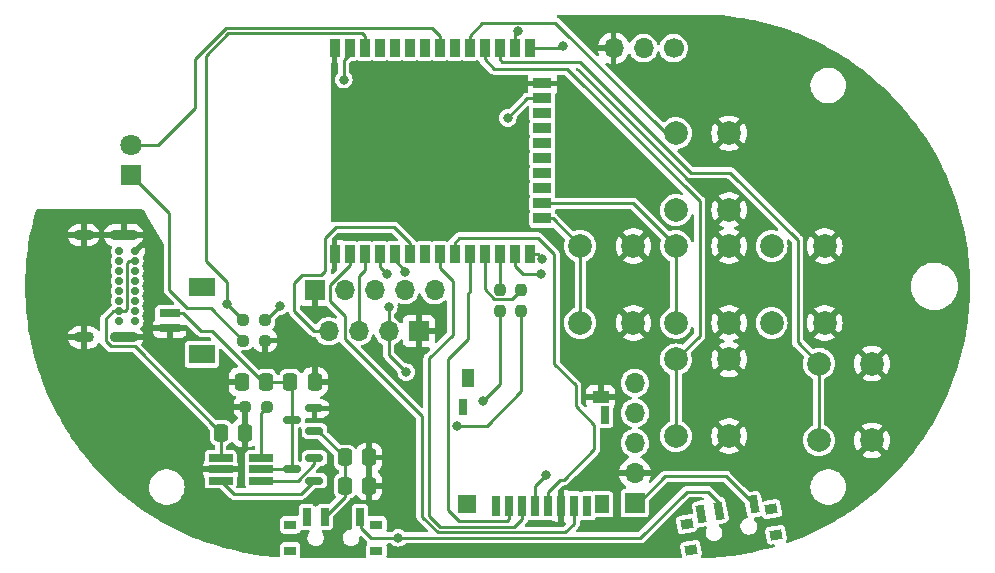
<source format=gbr>
%TF.GenerationSoftware,KiCad,Pcbnew,7.0.2-1.fc38*%
%TF.CreationDate,2023-06-06T12:07:16+02:00*%
%TF.ProjectId,gps_compass,6770735f-636f-46d7-9061-73732e6b6963,rev?*%
%TF.SameCoordinates,Original*%
%TF.FileFunction,Copper,L2,Bot*%
%TF.FilePolarity,Positive*%
%FSLAX46Y46*%
G04 Gerber Fmt 4.6, Leading zero omitted, Abs format (unit mm)*
G04 Created by KiCad (PCBNEW 7.0.2-1.fc38) date 2023-06-06 12:07:16*
%MOMM*%
%LPD*%
G01*
G04 APERTURE LIST*
G04 Aperture macros list*
%AMRoundRect*
0 Rectangle with rounded corners*
0 $1 Rounding radius*
0 $2 $3 $4 $5 $6 $7 $8 $9 X,Y pos of 4 corners*
0 Add a 4 corners polygon primitive as box body*
4,1,4,$2,$3,$4,$5,$6,$7,$8,$9,$2,$3,0*
0 Add four circle primitives for the rounded corners*
1,1,$1+$1,$2,$3*
1,1,$1+$1,$4,$5*
1,1,$1+$1,$6,$7*
1,1,$1+$1,$8,$9*
0 Add four rect primitives between the rounded corners*
20,1,$1+$1,$2,$3,$4,$5,0*
20,1,$1+$1,$4,$5,$6,$7,0*
20,1,$1+$1,$6,$7,$8,$9,0*
20,1,$1+$1,$8,$9,$2,$3,0*%
%AMRotRect*
0 Rectangle, with rotation*
0 The origin of the aperture is its center*
0 $1 length*
0 $2 width*
0 $3 Rotation angle, in degrees counterclockwise*
0 Add horizontal line*
21,1,$1,$2,0,0,$3*%
G04 Aperture macros list end*
%TA.AperFunction,ComponentPad*%
%ADD10C,1.700000*%
%TD*%
%TA.AperFunction,ComponentPad*%
%ADD11O,1.700000X1.700000*%
%TD*%
%TA.AperFunction,ComponentPad*%
%ADD12R,1.700000X1.700000*%
%TD*%
%TA.AperFunction,ComponentPad*%
%ADD13C,2.000000*%
%TD*%
%TA.AperFunction,ComponentPad*%
%ADD14R,1.800000X1.800000*%
%TD*%
%TA.AperFunction,ComponentPad*%
%ADD15C,1.800000*%
%TD*%
%TA.AperFunction,SMDPad,CuDef*%
%ADD16RoundRect,0.150000X0.587500X0.150000X-0.587500X0.150000X-0.587500X-0.150000X0.587500X-0.150000X0*%
%TD*%
%TA.AperFunction,SMDPad,CuDef*%
%ADD17RoundRect,0.237500X-0.250000X-0.237500X0.250000X-0.237500X0.250000X0.237500X-0.250000X0.237500X0*%
%TD*%
%TA.AperFunction,SMDPad,CuDef*%
%ADD18RoundRect,0.237500X-0.237500X0.250000X-0.237500X-0.250000X0.237500X-0.250000X0.237500X0.250000X0*%
%TD*%
%TA.AperFunction,SMDPad,CuDef*%
%ADD19R,1.800000X0.700000*%
%TD*%
%TA.AperFunction,SMDPad,CuDef*%
%ADD20R,2.200000X1.600000*%
%TD*%
%TA.AperFunction,SMDPad,CuDef*%
%ADD21RoundRect,0.250000X0.337500X0.475000X-0.337500X0.475000X-0.337500X-0.475000X0.337500X-0.475000X0*%
%TD*%
%TA.AperFunction,SMDPad,CuDef*%
%ADD22RoundRect,0.237500X0.250000X0.237500X-0.250000X0.237500X-0.250000X-0.237500X0.250000X-0.237500X0*%
%TD*%
%TA.AperFunction,SMDPad,CuDef*%
%ADD23R,2.000000X0.650000*%
%TD*%
%TA.AperFunction,SMDPad,CuDef*%
%ADD24R,0.900000X1.500000*%
%TD*%
%TA.AperFunction,SMDPad,CuDef*%
%ADD25R,1.500000X0.900000*%
%TD*%
%TA.AperFunction,SMDPad,CuDef*%
%ADD26RoundRect,0.250000X-0.337500X-0.475000X0.337500X-0.475000X0.337500X0.475000X-0.337500X0.475000X0*%
%TD*%
%TA.AperFunction,SMDPad,CuDef*%
%ADD27R,1.000000X0.800000*%
%TD*%
%TA.AperFunction,SMDPad,CuDef*%
%ADD28R,0.700000X1.500000*%
%TD*%
%TA.AperFunction,SMDPad,CuDef*%
%ADD29R,0.700000X1.750000*%
%TD*%
%TA.AperFunction,SMDPad,CuDef*%
%ADD30R,1.450000X1.000000*%
%TD*%
%TA.AperFunction,SMDPad,CuDef*%
%ADD31R,1.000000X1.550000*%
%TD*%
%TA.AperFunction,SMDPad,CuDef*%
%ADD32R,0.800000X1.500000*%
%TD*%
%TA.AperFunction,SMDPad,CuDef*%
%ADD33R,1.300000X1.500000*%
%TD*%
%TA.AperFunction,SMDPad,CuDef*%
%ADD34R,1.500000X1.500000*%
%TD*%
%TA.AperFunction,SMDPad,CuDef*%
%ADD35R,0.800000X1.400000*%
%TD*%
%TA.AperFunction,ComponentPad*%
%ADD36C,0.700000*%
%TD*%
%TA.AperFunction,ComponentPad*%
%ADD37O,1.700000X0.900000*%
%TD*%
%TA.AperFunction,ComponentPad*%
%ADD38O,2.400000X0.900000*%
%TD*%
%TA.AperFunction,SMDPad,CuDef*%
%ADD39RotRect,1.000000X0.800000X190.000000*%
%TD*%
%TA.AperFunction,SMDPad,CuDef*%
%ADD40RotRect,0.700000X1.500000X190.000000*%
%TD*%
%TA.AperFunction,ViaPad*%
%ADD41C,0.800000*%
%TD*%
%TA.AperFunction,Conductor*%
%ADD42C,0.250000*%
%TD*%
G04 APERTURE END LIST*
D10*
%TO.P,Serial1,1,Pin_1*%
%TO.N,Net-(ESP32-S1-TXD0{slash}IO1)*%
X159900000Y-33340000D03*
D11*
%TO.P,Serial1,2,Pin_2*%
%TO.N,Net-(ESP32-S1-RXD0{slash}IO3)*%
X157360000Y-33340000D03*
%TO.P,Serial1,3,Pin_3*%
%TO.N,GND*%
X154820000Y-33340000D03*
%TD*%
D12*
%TO.P,LCD,1,Pin_1*%
%TO.N,GND*%
X129520000Y-53830000D03*
D11*
%TO.P,LCD,2,Pin_2*%
%TO.N,VCC*%
X132060000Y-53830000D03*
%TO.P,LCD,3,Pin_3*%
%TO.N,lcd_data*%
X134600000Y-53830000D03*
%TO.P,LCD,4,Pin_4*%
%TO.N,lcd_wr*%
X137140000Y-53830000D03*
%TO.P,LCD,5,Pin_5*%
%TO.N,lcd_cs*%
X139680000Y-53830000D03*
%TD*%
D13*
%TO.P,SWdown1,1,A*%
%TO.N,B2*%
X168200000Y-56600000D03*
X168200000Y-50100000D03*
%TO.P,SWdown1,2,B*%
%TO.N,GND*%
X172700000Y-56600000D03*
X172700000Y-50100000D03*
%TD*%
D12*
%TO.P,GY-271,1,Pin_1*%
%TO.N,VCC*%
X156630000Y-71860000D03*
D11*
%TO.P,GY-271,2,Pin_2*%
%TO.N,GND*%
X156630000Y-69320000D03*
%TO.P,GY-271,3,Pin_3*%
%TO.N,SCL*%
X156630000Y-66780000D03*
%TO.P,GY-271,4,Pin_4*%
%TO.N,SDA*%
X156630000Y-64240000D03*
%TO.P,GY-271,5,Pin_5*%
%TO.N,unconnected-(GY-271-Pin_5-Pad5)*%
X156630000Y-61700000D03*
%TD*%
D13*
%TO.P,SWright1,2,B*%
%TO.N,GND*%
X164600000Y-40550000D03*
X164600000Y-47050000D03*
%TO.P,SWright1,1,A*%
%TO.N,B4*%
X160100000Y-40550000D03*
X160100000Y-47050000D03*
%TD*%
%TO.P,SWleft1,1,A*%
%TO.N,B3*%
X160100000Y-56600000D03*
X160100000Y-50100000D03*
%TO.P,SWleft1,2,B*%
%TO.N,GND*%
X164600000Y-56600000D03*
X164600000Y-50100000D03*
%TD*%
D12*
%TO.P,Oled,1,Pin_1*%
%TO.N,GND*%
X138320000Y-57310000D03*
D11*
%TO.P,Oled,2,Pin_2*%
%TO.N,VCC*%
X135780000Y-57310000D03*
%TO.P,Oled,3,Pin_3*%
%TO.N,SCL*%
X133240000Y-57310000D03*
%TO.P,Oled,4,Pin_4*%
%TO.N,SDA*%
X130700000Y-57310000D03*
%TD*%
D13*
%TO.P,SWb1,1,A*%
%TO.N,B6*%
X172200000Y-66550000D03*
X172200000Y-60050000D03*
%TO.P,SWb1,2,B*%
%TO.N,GND*%
X176700000Y-66550000D03*
X176700000Y-60050000D03*
%TD*%
%TO.P,SWa1,1,A*%
%TO.N,B5*%
X160100000Y-66200000D03*
X160100000Y-59700000D03*
%TO.P,SWa1,2,B*%
%TO.N,GND*%
X164600000Y-66200000D03*
X164600000Y-59700000D03*
%TD*%
%TO.P,SWup1,1,A*%
%TO.N,B1*%
X152000000Y-56600000D03*
X152000000Y-50100000D03*
%TO.P,SWup1,2,B*%
%TO.N,GND*%
X156500000Y-56600000D03*
X156500000Y-50100000D03*
%TD*%
D14*
%TO.P,LED,1,K*%
%TO.N,Net-(LED1-K)*%
X114000000Y-44100000D03*
D15*
%TO.P,LED,2,A*%
%TO.N,Net-(ESP32-S1-IO32)*%
X114000000Y-41560000D03*
%TD*%
D16*
%TO.P,Q1,1,B*%
%TO.N,Net-(Q1-B)*%
X129500000Y-68050000D03*
%TO.P,Q1,2,E*%
%TO.N,Net-(Q1-E)*%
X129500000Y-69950000D03*
%TO.P,Q1,3,C*%
%TO.N,Net-(BT1-+)*%
X127625000Y-69000000D03*
%TD*%
D17*
%TO.P,R6,1*%
%TO.N,Net-(LED1-K)*%
X123487500Y-58100000D03*
%TO.P,R6,2*%
%TO.N,GND*%
X125312500Y-58100000D03*
%TD*%
D18*
%TO.P,R1,1*%
%TO.N,RX2*%
X145200000Y-53787500D03*
%TO.P,R1,2*%
%TO.N,Net-(GPS1-TXD)*%
X145200000Y-55612500D03*
%TD*%
%TO.P,R2,1*%
%TO.N,TX2*%
X147000000Y-53787500D03*
%TO.P,R2,2*%
%TO.N,Net-(GPS1-RXD)*%
X147000000Y-55612500D03*
%TD*%
D19*
%TO.P,BT1,1,+*%
%TO.N,Net-(BT1-+)*%
X117250000Y-55775000D03*
%TO.P,BT1,2,-*%
%TO.N,GND*%
X117250000Y-57025000D03*
D20*
%TO.P,BT1,MP*%
%TO.N,N/C*%
X119950000Y-53525000D03*
X119950000Y-59275000D03*
%TD*%
D21*
%TO.P,C5,1*%
%TO.N,Net-(BT1-+)*%
X125400000Y-61600000D03*
%TO.P,C5,2*%
%TO.N,GND*%
X123325000Y-61600000D03*
%TD*%
D22*
%TO.P,R3,1*%
%TO.N,Net-(U3-Prog)*%
X125475000Y-63700000D03*
%TO.P,R3,2*%
%TO.N,GND*%
X123650000Y-63700000D03*
%TD*%
D23*
%TO.P,U3,1,Isense*%
%TO.N,Net-(Q1-E)*%
X121552500Y-69950000D03*
%TO.P,U3,2,GND*%
%TO.N,GND*%
X121552500Y-69000000D03*
%TO.P,U3,3,VCC*%
%TO.N,Net-(U3-VCC)*%
X121552500Y-68050000D03*
%TO.P,U3,4,Prog*%
%TO.N,Net-(U3-Prog)*%
X124972500Y-68050000D03*
%TO.P,U3,5,BATT*%
%TO.N,Net-(BT1-+)*%
X124972500Y-69000000D03*
%TO.P,U3,6,DRIVE*%
%TO.N,Net-(Q1-B)*%
X124972500Y-69950000D03*
%TD*%
D24*
%TO.P,ESP32-S,1,GND*%
%TO.N,GND*%
X131195000Y-33300000D03*
%TO.P,ESP32-S,2,VDD*%
%TO.N,VCC*%
X132465000Y-33300000D03*
%TO.P,ESP32-S,3,EN*%
%TO.N,Net-(ESP32-S1-EN)*%
X133735000Y-33300000D03*
%TO.P,ESP32-S,4,SENSOR_VP*%
%TO.N,unconnected-(ESP32-S1-SENSOR_VP-Pad4)*%
X135005000Y-33300000D03*
%TO.P,ESP32-S,5,SENSOR_VN*%
%TO.N,unconnected-(ESP32-S1-SENSOR_VN-Pad5)*%
X136275000Y-33300000D03*
%TO.P,ESP32-S,6,IO34*%
%TO.N,unconnected-(ESP32-S1-IO34-Pad6)*%
X137545000Y-33300000D03*
%TO.P,ESP32-S,7,IO35*%
%TO.N,unconnected-(ESP32-S1-IO35-Pad7)*%
X138815000Y-33300000D03*
%TO.P,ESP32-S,8,IO32*%
%TO.N,Net-(ESP32-S1-IO32)*%
X140085000Y-33300000D03*
%TO.P,ESP32-S,9,IO33*%
%TO.N,unconnected-(ESP32-S1-IO33-Pad9)*%
X141355000Y-33300000D03*
%TO.P,ESP32-S,10,IO25*%
%TO.N,B4*%
X142625000Y-33300000D03*
%TO.P,ESP32-S,11,IO26*%
%TO.N,B5*%
X143895000Y-33300000D03*
%TO.P,ESP32-S,12,IO27*%
%TO.N,B6*%
X145165000Y-33300000D03*
%TO.P,ESP32-S,13,IO14*%
%TO.N,lcd_data*%
X146435000Y-33300000D03*
%TO.P,ESP32-S,14,IO12*%
%TO.N,lcd_cs*%
X147705000Y-33300000D03*
D25*
%TO.P,ESP32-S,15,GND*%
%TO.N,GND*%
X148800000Y-36335000D03*
%TO.P,ESP32-S,16,IO13*%
%TO.N,lcd_wr*%
X148800000Y-37605000D03*
%TO.P,ESP32-S,17,SHD/SD2*%
%TO.N,unconnected-(ESP32-S1-SHD{slash}SD2-Pad17)*%
X148800000Y-38875000D03*
%TO.P,ESP32-S,18,SWP/SD3*%
%TO.N,unconnected-(ESP32-S1-SWP{slash}SD3-Pad18)*%
X148800000Y-40145000D03*
%TO.P,ESP32-S,19,SCS/CMD*%
%TO.N,unconnected-(ESP32-S1-SCS{slash}CMD-Pad19)*%
X148800000Y-41415000D03*
%TO.P,ESP32-S,20,SCK/CLK*%
%TO.N,unconnected-(ESP32-S1-SCK{slash}CLK-Pad20)*%
X148800000Y-42685000D03*
%TO.P,ESP32-S,21,SDO/SD0*%
%TO.N,unconnected-(ESP32-S1-SDO{slash}SD0-Pad21)*%
X148800000Y-43955000D03*
%TO.P,ESP32-S,22,SDI/SD1*%
%TO.N,unconnected-(ESP32-S1-SDI{slash}SD1-Pad22)*%
X148800000Y-45225000D03*
%TO.P,ESP32-S,23,IO15*%
%TO.N,B3*%
X148800000Y-46495000D03*
%TO.P,ESP32-S,24,IO2*%
%TO.N,B1*%
X148800000Y-47765000D03*
D24*
%TO.P,ESP32-S,25,IO0*%
%TO.N,Net-(ESP32-S1-IO0)*%
X147705000Y-50800000D03*
%TO.P,ESP32-S,26,IO4*%
%TO.N,B2*%
X146435000Y-50800000D03*
%TO.P,ESP32-S,27,IO16*%
%TO.N,RX2*%
X145165000Y-50800000D03*
%TO.P,ESP32-S,28,IO17*%
%TO.N,TX2*%
X143895000Y-50800000D03*
%TO.P,ESP32-S,29,IO5*%
%TO.N,CS*%
X142625000Y-50800000D03*
%TO.P,ESP32-S,30,IO18*%
%TO.N,CLK*%
X141355000Y-50800000D03*
%TO.P,ESP32-S,31,IO19*%
%TO.N,MISO*%
X140085000Y-50800000D03*
%TO.P,ESP32-S,32,NC*%
%TO.N,unconnected-(ESP32-S1-NC-Pad32)*%
X138815000Y-50800000D03*
%TO.P,ESP32-S,33,IO21*%
%TO.N,SDA*%
X137545000Y-50800000D03*
%TO.P,ESP32-S,34,RXD0/IO3*%
%TO.N,Net-(ESP32-S1-RXD0{slash}IO3)*%
X136275000Y-50800000D03*
%TO.P,ESP32-S,35,TXD0/IO1*%
%TO.N,Net-(ESP32-S1-TXD0{slash}IO1)*%
X135005000Y-50800000D03*
%TO.P,ESP32-S,36,IO22*%
%TO.N,SCL*%
X133735000Y-50800000D03*
%TO.P,ESP32-S,37,IO23*%
%TO.N,MOSI*%
X132465000Y-50800000D03*
%TO.P,ESP32-S,38,GND*%
%TO.N,GND*%
X131195000Y-50800000D03*
%TD*%
D26*
%TO.P,C7,1*%
%TO.N,Net-(MAIN1-B)*%
X132062500Y-70400000D03*
%TO.P,C7,2*%
%TO.N,GND*%
X134137500Y-70400000D03*
%TD*%
%TO.P,C6,1*%
%TO.N,Net-(MAIN1-B)*%
X132062500Y-68000000D03*
%TO.P,C6,2*%
%TO.N,GND*%
X134137500Y-68000000D03*
%TD*%
D16*
%TO.P,U1,1,GND*%
%TO.N,GND*%
X129500000Y-63850000D03*
%TO.P,U1,2,VO*%
%TO.N,Net-(MAIN1-B)*%
X129500000Y-65750000D03*
%TO.P,U1,3,VI*%
%TO.N,Net-(BT1-+)*%
X127625000Y-64800000D03*
%TD*%
D27*
%TO.P,MAIN,*%
%TO.N,*%
X134750000Y-75900000D03*
X134750000Y-73690000D03*
X127450000Y-75900000D03*
X127450000Y-73690000D03*
D28*
%TO.P,MAIN,1,A*%
%TO.N,Net-(ESP32-B)*%
X133350000Y-73040000D03*
%TO.P,MAIN,2,B*%
%TO.N,Net-(MAIN1-B)*%
X130350000Y-73040000D03*
%TO.P,MAIN,3,C*%
%TO.N,unconnected-(MAIN1-C-Pad3)*%
X128850000Y-73040000D03*
%TD*%
D22*
%TO.P,R5,1*%
%TO.N,VCC*%
X125312500Y-56400000D03*
%TO.P,R5,2*%
%TO.N,Net-(ESP32-S1-EN)*%
X123487500Y-56400000D03*
%TD*%
D26*
%TO.P,C1,1*%
%TO.N,Net-(BT1-+)*%
X127462500Y-61600000D03*
%TO.P,C1,2*%
%TO.N,GND*%
X129537500Y-61600000D03*
%TD*%
D29*
%TO.P,microsd,1,DAT2*%
%TO.N,unconnected-(microsd1-DAT2-Pad1)*%
X144905000Y-72100000D03*
%TO.P,microsd,2,DAT3/CD*%
%TO.N,CS*%
X146005000Y-72100000D03*
%TO.P,microsd,3,CMD*%
%TO.N,MISO*%
X147105000Y-72100000D03*
%TO.P,microsd,4,VDD*%
%TO.N,VCC*%
X148205000Y-72100000D03*
%TO.P,microsd,5,CLK*%
%TO.N,CLK*%
X149305000Y-72100000D03*
%TO.P,microsd,6,VSS*%
%TO.N,GND*%
X150405000Y-72100000D03*
%TO.P,microsd,7,DAT0*%
%TO.N,MOSI*%
X151505000Y-72100000D03*
%TO.P,microsd,8,DAT1*%
%TO.N,unconnected-(microsd1-DAT1-Pad8)*%
X152605000Y-72100000D03*
D30*
%TO.P,microsd,9,SHIELD*%
%TO.N,GND*%
X153730000Y-62875000D03*
D31*
%TO.P,microsd,10*%
%TO.N,N/C*%
X142505000Y-61300000D03*
D32*
%TO.P,microsd,11*%
X154055000Y-64375000D03*
D33*
X153805000Y-71975000D03*
D34*
X142455000Y-71975000D03*
D35*
X142105000Y-63725000D03*
%TD*%
D26*
%TO.P,C2,1*%
%TO.N,Net-(U3-VCC)*%
X121562500Y-65900000D03*
%TO.P,C2,2*%
%TO.N,GND*%
X123637500Y-65900000D03*
%TD*%
D36*
%TO.P,J1,A1*%
%TO.N,N/C*%
X114325000Y-56475000D03*
%TO.P,J1,A4*%
X114325000Y-55625000D03*
%TO.P,J1,A5,CC1*%
%TO.N,Net-(J1-CC1)*%
X114325000Y-54775000D03*
%TO.P,J1,A6*%
%TO.N,N/C*%
X114325000Y-53925000D03*
%TO.P,J1,A7*%
X114325000Y-53075000D03*
%TO.P,J1,A8*%
X114325000Y-52225000D03*
%TO.P,J1,A9,VBUS*%
%TO.N,Net-(U3-VCC)*%
X114325000Y-51375000D03*
%TO.P,J1,A12,GND*%
%TO.N,GND*%
X114325000Y-50525000D03*
%TO.P,J1,B1*%
%TO.N,N/C*%
X112975000Y-50525000D03*
%TO.P,J1,B4*%
X112975000Y-51375000D03*
%TO.P,J1,B5,CC2*%
%TO.N,Net-(J1-CC2)*%
X112975000Y-52225000D03*
%TO.P,J1,B6*%
%TO.N,N/C*%
X112975000Y-53075000D03*
%TO.P,J1,B7*%
X112975000Y-53925000D03*
%TO.P,J1,B8*%
X112975000Y-54775000D03*
%TO.P,J1,B9,VBUS*%
%TO.N,Net-(U3-VCC)*%
X112975000Y-55625000D03*
%TO.P,J1,B12,GND*%
%TO.N,GND*%
X112975000Y-56475000D03*
D37*
%TO.P,J1,S1,SHIELD*%
X109965000Y-57825000D03*
D38*
X113345000Y-57825000D03*
D37*
X109965000Y-49175000D03*
D38*
X113345000Y-49175000D03*
%TD*%
D39*
%TO.P,ESP32,*%
%TO.N,*%
X168573254Y-74545442D03*
X168189492Y-72369017D03*
X161384158Y-75813074D03*
X161000395Y-73636649D03*
D40*
%TO.P,ESP32,1,A*%
%TO.N,VCC*%
X166697890Y-71972000D03*
%TO.P,ESP32,2,B*%
%TO.N,Net-(ESP32-B)*%
X163743466Y-72492944D03*
%TO.P,ESP32,3,C*%
%TO.N,unconnected-(ESP32-C-Pad3)*%
X162266255Y-72753416D03*
%TD*%
D41*
%TO.N,VCC*%
X137280000Y-60790000D03*
X135780000Y-55235500D03*
X126560000Y-55190000D03*
X149100000Y-69500000D03*
X131980000Y-36000000D03*
%TO.N,Net-(ESP32-S1-EN)*%
X122100000Y-55000000D03*
%TO.N,B2*%
X148700000Y-52500000D03*
%TO.N,lcd_data*%
X146700000Y-31900000D03*
%TO.N,lcd_wr*%
X145850000Y-39250000D03*
%TO.N,lcd_cs*%
X150500000Y-33200000D03*
%TO.N,Net-(ESP32-S1-IO0)*%
X148800000Y-51200000D03*
%TO.N,Net-(ESP32-S1-RXD0{slash}IO3)*%
X137200000Y-52300000D03*
%TO.N,Net-(ESP32-S1-TXD0{slash}IO1)*%
X135600000Y-52500000D03*
%TO.N,Net-(GPS1-TXD)*%
X143800000Y-63200000D03*
%TO.N,Net-(GPS1-RXD)*%
X141524500Y-65300000D03*
%TO.N,Net-(ESP32-B)*%
X136600000Y-74800000D03*
%TD*%
D42*
%TO.N,Net-(ESP32-S1-EN)*%
X133735000Y-33300000D02*
X133735000Y-32300000D01*
X133735000Y-32300000D02*
X133535000Y-32100000D01*
X133535000Y-32100000D02*
X122200000Y-32100000D01*
X120300000Y-34000000D02*
X120300000Y-51325000D01*
X120300000Y-51325000D02*
X122100000Y-53125000D01*
X122200000Y-32100000D02*
X120300000Y-34000000D01*
X122100000Y-53125000D02*
X122100000Y-55000000D01*
%TO.N,Net-(ESP32-S1-IO32)*%
X116240000Y-41560000D02*
X114000000Y-41560000D01*
X119400000Y-38400000D02*
X116240000Y-41560000D01*
X122013604Y-31650000D02*
X119400000Y-34263604D01*
X139435000Y-31650000D02*
X122013604Y-31650000D01*
X119400000Y-34263604D02*
X119400000Y-38400000D01*
X140085000Y-32300000D02*
X139435000Y-31650000D01*
X140085000Y-33300000D02*
X140085000Y-32300000D01*
%TO.N,VCC*%
X135780000Y-55235500D02*
X135780000Y-57310000D01*
%TO.N,SDA*%
X130700000Y-57310000D02*
X129487919Y-57310000D01*
X129487919Y-57310000D02*
X127800000Y-55622081D01*
X127800000Y-55622081D02*
X127800000Y-53200000D01*
X137545000Y-49800000D02*
X137545000Y-50800000D01*
X127800000Y-53200000D02*
X128430000Y-52570000D01*
X128430000Y-52570000D02*
X130030000Y-52570000D01*
X130030000Y-52570000D02*
X130400000Y-52200000D01*
X130400000Y-52200000D02*
X130400000Y-49400000D01*
X130400000Y-49400000D02*
X131300000Y-48500000D01*
X131300000Y-48500000D02*
X136245000Y-48500000D01*
X136245000Y-48500000D02*
X137545000Y-49800000D01*
%TO.N,VCC*%
X137280000Y-60790000D02*
X135780000Y-59290000D01*
X135780000Y-59290000D02*
X135780000Y-57310000D01*
%TO.N,SCL*%
X133735000Y-50800000D02*
X133735000Y-52155000D01*
X133735000Y-52155000D02*
X133240000Y-52650000D01*
X133240000Y-57310000D02*
X133240000Y-52650000D01*
%TO.N,VCC*%
X125312500Y-56400000D02*
X125370000Y-56400000D01*
X125370000Y-56400000D02*
X126560000Y-55210000D01*
%TO.N,Net-(BT1-+)*%
X124972500Y-69000000D02*
X127625000Y-69000000D01*
X119900000Y-57300000D02*
X120800000Y-57300000D01*
X127625000Y-69000000D02*
X127625000Y-64800000D01*
X127625000Y-61762500D02*
X127462500Y-61600000D01*
X117250000Y-55775000D02*
X118375000Y-55775000D01*
X120800000Y-57300000D02*
X125100000Y-61600000D01*
X127462500Y-61600000D02*
X125400000Y-61600000D01*
X118375000Y-55775000D02*
X119900000Y-57300000D01*
X127625000Y-64800000D02*
X127625000Y-61762500D01*
X125100000Y-61600000D02*
X125400000Y-61600000D01*
%TO.N,Net-(U3-VCC)*%
X113650000Y-55444974D02*
X113650000Y-51555026D01*
X112480026Y-55625000D02*
X111820000Y-56285026D01*
X112975000Y-55625000D02*
X112480026Y-55625000D01*
X113830026Y-51375000D02*
X114325000Y-51375000D01*
X112273984Y-58600000D02*
X114262500Y-58600000D01*
X121562500Y-68040000D02*
X121552500Y-68050000D01*
X114262500Y-58600000D02*
X121552500Y-65890000D01*
X112975000Y-55625000D02*
X113469974Y-55625000D01*
X121562500Y-65900000D02*
X121562500Y-68040000D01*
X111820000Y-58146016D02*
X112273984Y-58600000D01*
X121552500Y-65890000D02*
X121552500Y-68050000D01*
X113650000Y-51555026D02*
X113830026Y-51375000D01*
X111820000Y-56285026D02*
X111820000Y-58146016D01*
X113469974Y-55625000D02*
X113650000Y-55444974D01*
%TO.N,CS*%
X142625000Y-53975000D02*
X142625000Y-50800000D01*
X142500000Y-54100000D02*
X142625000Y-53975000D01*
X140800000Y-72470000D02*
X140800000Y-59700000D01*
X142500000Y-58000000D02*
X142500000Y-54100000D01*
X141730000Y-73400000D02*
X140800000Y-72470000D01*
X145830000Y-73400000D02*
X141730000Y-73400000D01*
X146005000Y-72100000D02*
X146005000Y-73225000D01*
X140800000Y-59700000D02*
X142500000Y-58000000D01*
X146005000Y-73225000D02*
X145830000Y-73400000D01*
%TO.N,MISO*%
X139200000Y-72963604D02*
X139200000Y-59600000D01*
X139200000Y-59600000D02*
X141200000Y-57600000D01*
X141200000Y-57600000D02*
X141200000Y-53100000D01*
X147105000Y-73225000D02*
X146430000Y-73900000D01*
X141200000Y-53100000D02*
X140085000Y-51985000D01*
X140136396Y-73900000D02*
X139200000Y-72963604D01*
X140085000Y-51985000D02*
X140085000Y-50800000D01*
X147105000Y-72100000D02*
X147105000Y-73225000D01*
X146430000Y-73900000D02*
X140136396Y-73900000D01*
%TO.N,VCC*%
X131980000Y-36000000D02*
X131980000Y-34365000D01*
X148205000Y-72100000D02*
X148205000Y-70395000D01*
X131980000Y-34365000D02*
X132465000Y-33880000D01*
X132465000Y-33880000D02*
X132465000Y-33300000D01*
X156950000Y-71850000D02*
X156650000Y-71850000D01*
X148205000Y-70395000D02*
X149100000Y-69500000D01*
X166697890Y-71972000D02*
X164325890Y-69600000D01*
X164325890Y-69600000D02*
X159200000Y-69600000D01*
X159200000Y-69600000D02*
X156950000Y-71850000D01*
%TO.N,CLK*%
X148400000Y-49400000D02*
X149800000Y-50800000D01*
X149305000Y-70895000D02*
X149305000Y-72100000D01*
X150300000Y-69900000D02*
X149305000Y-70895000D01*
X141355000Y-50800000D02*
X141355000Y-49800000D01*
X153200000Y-65243222D02*
X153200000Y-67300000D01*
X151600000Y-63643222D02*
X153200000Y-65243222D01*
X141755000Y-49400000D02*
X148400000Y-49400000D01*
X149800000Y-50800000D02*
X149800000Y-60100000D01*
X150600000Y-69900000D02*
X150300000Y-69900000D01*
X149800000Y-60100000D02*
X151600000Y-61900000D01*
X141355000Y-49800000D02*
X141755000Y-49400000D01*
X151600000Y-61900000D02*
X151600000Y-63643222D01*
X153200000Y-67300000D02*
X150600000Y-69900000D01*
%TO.N,MOSI*%
X139950000Y-74350000D02*
X138600000Y-73000000D01*
X151505000Y-73595000D02*
X150750000Y-74350000D01*
X151505000Y-72100000D02*
X151505000Y-73595000D01*
X132465000Y-51735000D02*
X132465000Y-50800000D01*
X150750000Y-74350000D02*
X139950000Y-74350000D01*
X130805000Y-54786701D02*
X130805000Y-53395000D01*
X132045000Y-56026701D02*
X130805000Y-54786701D01*
X132045000Y-57945000D02*
X132045000Y-56026701D01*
X138600000Y-64500000D02*
X132045000Y-57945000D01*
X138600000Y-73000000D02*
X138600000Y-64500000D01*
X130805000Y-53395000D02*
X132465000Y-51735000D01*
%TO.N,Net-(Q1-B)*%
X128090749Y-69950000D02*
X129500000Y-68540749D01*
X124972500Y-69950000D02*
X128090749Y-69950000D01*
X129500000Y-68540749D02*
X129500000Y-68050000D01*
%TO.N,Net-(Q1-E)*%
X122702500Y-71100000D02*
X121552500Y-69950000D01*
X129500000Y-69950000D02*
X128350000Y-71100000D01*
X128350000Y-71100000D02*
X122702500Y-71100000D01*
%TO.N,RX2*%
X145165000Y-53752500D02*
X145165000Y-50800000D01*
X145200000Y-53787500D02*
X145165000Y-53752500D01*
%TO.N,TX2*%
X146187500Y-54600000D02*
X147000000Y-53787500D01*
X143895000Y-53765495D02*
X144729505Y-54600000D01*
X144729505Y-54600000D02*
X146187500Y-54600000D01*
X143895000Y-50800000D02*
X143895000Y-53765495D01*
%TO.N,Net-(U3-Prog)*%
X124972500Y-64202500D02*
X124972500Y-68050000D01*
X125475000Y-63700000D02*
X124972500Y-64202500D01*
%TO.N,Net-(ESP32-S1-EN)*%
X122100000Y-55000000D02*
X122100000Y-55012500D01*
X122100000Y-55012500D02*
X123487500Y-56400000D01*
%TO.N,B5*%
X162100000Y-46300000D02*
X162100000Y-57700000D01*
X150900000Y-35100000D02*
X162100000Y-46300000D01*
X143895000Y-33300000D02*
X143895000Y-34300000D01*
X162100000Y-57700000D02*
X160100000Y-59700000D01*
X160100000Y-66200000D02*
X160100000Y-59700000D01*
X144695000Y-35100000D02*
X150900000Y-35100000D01*
X143895000Y-34300000D02*
X144695000Y-35100000D01*
%TO.N,B6*%
X145165000Y-33300000D02*
X145165000Y-34300000D01*
X172200000Y-66550000D02*
X172200000Y-60050000D01*
X170400000Y-49600000D02*
X170400000Y-58250000D01*
X170400000Y-58250000D02*
X172200000Y-60050000D01*
X164700000Y-43900000D02*
X170400000Y-49600000D01*
X161400000Y-43900000D02*
X164700000Y-43900000D01*
X145365000Y-34500000D02*
X152000000Y-34500000D01*
X145165000Y-34300000D02*
X145365000Y-34500000D01*
X152000000Y-34500000D02*
X161400000Y-43900000D01*
%TO.N,B2*%
X146435000Y-50800000D02*
X146435000Y-51800000D01*
X146435000Y-51800000D02*
X147135000Y-52500000D01*
X147135000Y-52500000D02*
X148700000Y-52500000D01*
%TO.N,B3*%
X156495000Y-46495000D02*
X160100000Y-50100000D01*
X160100000Y-50100000D02*
X160100000Y-56600000D01*
X148800000Y-46495000D02*
X156495000Y-46495000D01*
%TO.N,B4*%
X159250000Y-40550000D02*
X149875000Y-31175000D01*
X143700000Y-31200000D02*
X142625000Y-32275000D01*
X146374695Y-31200000D02*
X143700000Y-31200000D01*
X149875000Y-31175000D02*
X146399695Y-31175000D01*
X142625000Y-32275000D02*
X142625000Y-33300000D01*
X160100000Y-40550000D02*
X159250000Y-40550000D01*
X146399695Y-31175000D02*
X146374695Y-31200000D01*
%TO.N,B1*%
X148800000Y-47765000D02*
X149665000Y-47765000D01*
X152000000Y-56600000D02*
X152000000Y-50100000D01*
X149665000Y-47765000D02*
X152000000Y-50100000D01*
%TO.N,lcd_data*%
X146435000Y-32265000D02*
X146700000Y-31900000D01*
X146700000Y-31900000D02*
X146600000Y-32100000D01*
X146435000Y-33300000D02*
X146435000Y-32265000D01*
%TO.N,lcd_wr*%
X145850000Y-39250000D02*
X147495000Y-37605000D01*
X147495000Y-37605000D02*
X148800000Y-37605000D01*
%TO.N,lcd_cs*%
X147705000Y-33300000D02*
X150400000Y-33300000D01*
X150400000Y-33300000D02*
X150500000Y-33200000D01*
%TO.N,Net-(ESP32-S1-IO0)*%
X148400000Y-50800000D02*
X148800000Y-51200000D01*
X147705000Y-50800000D02*
X148400000Y-50800000D01*
%TO.N,Net-(ESP32-S1-RXD0{slash}IO3)*%
X137300000Y-52300000D02*
X137200000Y-52200000D01*
X137200000Y-52300000D02*
X137300000Y-52300000D01*
X137200000Y-52200000D02*
X137200000Y-52300000D01*
X136275000Y-51275000D02*
X137200000Y-52200000D01*
X136275000Y-50800000D02*
X136275000Y-51275000D01*
%TO.N,Net-(ESP32-S1-TXD0{slash}IO1)*%
X135005000Y-51905000D02*
X135600000Y-52500000D01*
X135005000Y-50800000D02*
X135005000Y-51905000D01*
%TO.N,Net-(GPS1-TXD)*%
X143800000Y-63200000D02*
X145200000Y-61800000D01*
X145200000Y-61800000D02*
X145200000Y-55612500D01*
%TO.N,Net-(GPS1-RXD)*%
X144100000Y-65300000D02*
X147000000Y-62400000D01*
X147000000Y-62400000D02*
X147000000Y-55612500D01*
X141524500Y-65300000D02*
X144100000Y-65300000D01*
%TO.N,Net-(MAIN1-B)*%
X132062500Y-70400000D02*
X132062500Y-68000000D01*
X132062500Y-71327500D02*
X132062500Y-70400000D01*
X130350000Y-73040000D02*
X132062500Y-71327500D01*
X129500000Y-65750000D02*
X129812500Y-65750000D01*
X129812500Y-65750000D02*
X132062500Y-68000000D01*
%TO.N,Net-(ESP32-B)*%
X163743466Y-71843466D02*
X163743466Y-72492944D01*
X162800000Y-70900000D02*
X163743466Y-71843466D01*
X136600000Y-74800000D02*
X134310000Y-74800000D01*
X161000000Y-70900000D02*
X162800000Y-70900000D01*
X136600000Y-74800000D02*
X157100000Y-74800000D01*
X133450000Y-73940000D02*
X133450000Y-73440000D01*
X134310000Y-74800000D02*
X133450000Y-73940000D01*
X157100000Y-74800000D02*
X161000000Y-70900000D01*
%TO.N,Net-(LED1-K)*%
X114000000Y-44100000D02*
X117200000Y-47300000D01*
X120712500Y-55325000D02*
X123487500Y-58100000D01*
X117200000Y-47300000D02*
X117200000Y-53800000D01*
X117200000Y-53800000D02*
X118725000Y-55325000D01*
X118725000Y-55325000D02*
X120712500Y-55325000D01*
%TD*%
%TA.AperFunction,Conductor*%
%TO.N,GND*%
G36*
X114996832Y-47019685D02*
G01*
X115036121Y-47060202D01*
X115312177Y-47520295D01*
X116706828Y-49844714D01*
X116724499Y-49908511D01*
X116724500Y-53735541D01*
X116721666Y-53761899D01*
X116720833Y-53765728D01*
X116724184Y-53812574D01*
X116724500Y-53821421D01*
X116724500Y-53834011D01*
X116726293Y-53846491D01*
X116727237Y-53855275D01*
X116730588Y-53902115D01*
X116731956Y-53905781D01*
X116738510Y-53931458D01*
X116738970Y-53934654D01*
X116739069Y-53935343D01*
X116758571Y-53978045D01*
X116761957Y-53986219D01*
X116775170Y-54021645D01*
X116778373Y-54030231D01*
X116780722Y-54033369D01*
X116794240Y-54056150D01*
X116795870Y-54059718D01*
X116826627Y-54095214D01*
X116832170Y-54102093D01*
X116839721Y-54112180D01*
X116848627Y-54121086D01*
X116854659Y-54127565D01*
X116885411Y-54163055D01*
X116888708Y-54165174D01*
X116909349Y-54181808D01*
X117590360Y-54862819D01*
X117623845Y-54924142D01*
X117618861Y-54993834D01*
X117576989Y-55049767D01*
X117511525Y-55074184D01*
X117502679Y-55074500D01*
X116316737Y-55074500D01*
X116248609Y-55084426D01*
X116143515Y-55135802D01*
X116060802Y-55218515D01*
X116009426Y-55323609D01*
X115999500Y-55391736D01*
X115999500Y-55391740D01*
X115999500Y-56158260D01*
X116000738Y-56166755D01*
X116010444Y-56233377D01*
X116000630Y-56302554D01*
X115987006Y-56325565D01*
X115906647Y-56432910D01*
X115856400Y-56567628D01*
X115850354Y-56623867D01*
X115850000Y-56630481D01*
X115850000Y-56775000D01*
X118651179Y-56775000D01*
X118718218Y-56794685D01*
X118738860Y-56811319D01*
X119518193Y-57590652D01*
X119534825Y-57611291D01*
X119536945Y-57614589D01*
X119572451Y-57645354D01*
X119578914Y-57651373D01*
X119587815Y-57660275D01*
X119587818Y-57660277D01*
X119587820Y-57660279D01*
X119597916Y-57667837D01*
X119604787Y-57673374D01*
X119640282Y-57704130D01*
X119643588Y-57705639D01*
X119643840Y-57705755D01*
X119666635Y-57719280D01*
X119669773Y-57721629D01*
X119713760Y-57738034D01*
X119721943Y-57741424D01*
X119764652Y-57760929D01*
X119764654Y-57760929D01*
X119764658Y-57760931D01*
X119768531Y-57761487D01*
X119794216Y-57768043D01*
X119797886Y-57769412D01*
X119844732Y-57772762D01*
X119853525Y-57773708D01*
X119865986Y-57775500D01*
X119865989Y-57775500D01*
X119878574Y-57775500D01*
X119887420Y-57775815D01*
X119934271Y-57779167D01*
X119938100Y-57778333D01*
X119964459Y-57775500D01*
X120551679Y-57775500D01*
X120618718Y-57795185D01*
X120639360Y-57811819D01*
X120740360Y-57912819D01*
X120773845Y-57974142D01*
X120768861Y-58043834D01*
X120726989Y-58099767D01*
X120661525Y-58124184D01*
X120652679Y-58124500D01*
X118816737Y-58124500D01*
X118748609Y-58134426D01*
X118643515Y-58185802D01*
X118560802Y-58268515D01*
X118509426Y-58373609D01*
X118499500Y-58441736D01*
X118499500Y-60108263D01*
X118509426Y-60176390D01*
X118509426Y-60176391D01*
X118509427Y-60176393D01*
X118520735Y-60199524D01*
X118560802Y-60281484D01*
X118643515Y-60364197D01*
X118643516Y-60364197D01*
X118643517Y-60364198D01*
X118748607Y-60415573D01*
X118775860Y-60419543D01*
X118816737Y-60425500D01*
X118816740Y-60425500D01*
X121083263Y-60425500D01*
X121117326Y-60420536D01*
X121151393Y-60415573D01*
X121256483Y-60364198D01*
X121339198Y-60281483D01*
X121390573Y-60176393D01*
X121400500Y-60108260D01*
X121400499Y-58872319D01*
X121420184Y-58805281D01*
X121472987Y-58759526D01*
X121542146Y-58749582D01*
X121605702Y-58778607D01*
X121612181Y-58784639D01*
X122915427Y-60087886D01*
X122993459Y-60165917D01*
X123026944Y-60227240D01*
X123021960Y-60296932D01*
X122980088Y-60352865D01*
X122918380Y-60376956D01*
X122834804Y-60385493D01*
X122668377Y-60440642D01*
X122519154Y-60532683D01*
X122395183Y-60656654D01*
X122303142Y-60805877D01*
X122247993Y-60972303D01*
X122237819Y-61071890D01*
X122237500Y-61078168D01*
X122237500Y-61350000D01*
X123451000Y-61350000D01*
X123518039Y-61369685D01*
X123563794Y-61422489D01*
X123575000Y-61474000D01*
X123575000Y-61726000D01*
X123555315Y-61793039D01*
X123502511Y-61838794D01*
X123451000Y-61850000D01*
X122237501Y-61850000D01*
X122237501Y-62121829D01*
X122237821Y-62128111D01*
X122247993Y-62227695D01*
X122303142Y-62394122D01*
X122395183Y-62543345D01*
X122519154Y-62667316D01*
X122668377Y-62759357D01*
X122771817Y-62793634D01*
X122829262Y-62833407D01*
X122856085Y-62897922D01*
X122843770Y-62966698D01*
X122820498Y-62999018D01*
X122817556Y-63001959D01*
X122727046Y-63148698D01*
X122672818Y-63312348D01*
X122662819Y-63410222D01*
X122662500Y-63416500D01*
X122662500Y-63450000D01*
X123776000Y-63450000D01*
X123843039Y-63469685D01*
X123888794Y-63522489D01*
X123900000Y-63574000D01*
X123900000Y-64651138D01*
X123887500Y-64693707D01*
X123887500Y-67124999D01*
X124021829Y-67124999D01*
X124028111Y-67124678D01*
X124127695Y-67114506D01*
X124294120Y-67059358D01*
X124307901Y-67050858D01*
X124375293Y-67032417D01*
X124441957Y-67053339D01*
X124486727Y-67106980D01*
X124496999Y-67156395D01*
X124497000Y-67250499D01*
X124477316Y-67317538D01*
X124424513Y-67363294D01*
X124373000Y-67374500D01*
X123939237Y-67374500D01*
X123871109Y-67384426D01*
X123766015Y-67435802D01*
X123683302Y-67518515D01*
X123631926Y-67623609D01*
X123622000Y-67691736D01*
X123622000Y-68408263D01*
X123634720Y-68495567D01*
X123633371Y-68495763D01*
X123640823Y-68539420D01*
X123633050Y-68565888D01*
X123622000Y-68641736D01*
X123622000Y-69358263D01*
X123634720Y-69445567D01*
X123633371Y-69445763D01*
X123640823Y-69489420D01*
X123633050Y-69515888D01*
X123622000Y-69591736D01*
X123622000Y-70308263D01*
X123631926Y-70376390D01*
X123631926Y-70376391D01*
X123631927Y-70376393D01*
X123656629Y-70426922D01*
X123665975Y-70446040D01*
X123677733Y-70514913D01*
X123650390Y-70579210D01*
X123592625Y-70618517D01*
X123554574Y-70624500D01*
X122970425Y-70624500D01*
X122903386Y-70604815D01*
X122857631Y-70552011D01*
X122847687Y-70482853D01*
X122859025Y-70446039D01*
X122893073Y-70376393D01*
X122901052Y-70321629D01*
X122903000Y-70308263D01*
X122903000Y-69732395D01*
X122922685Y-69665356D01*
X122927734Y-69658084D01*
X122995851Y-69567091D01*
X123046099Y-69432371D01*
X123052145Y-69376132D01*
X123052500Y-69369518D01*
X123052500Y-69250000D01*
X120052500Y-69250000D01*
X120052500Y-69369518D01*
X120052854Y-69376132D01*
X120058900Y-69432371D01*
X120109148Y-69567091D01*
X120177266Y-69658084D01*
X120201684Y-69723548D01*
X120202000Y-69732395D01*
X120202000Y-70308263D01*
X120211926Y-70376390D01*
X120211926Y-70376391D01*
X120211927Y-70376393D01*
X120234749Y-70423077D01*
X120263302Y-70481484D01*
X120346015Y-70564197D01*
X120346016Y-70564197D01*
X120346017Y-70564198D01*
X120451107Y-70615573D01*
X120471313Y-70618517D01*
X120519237Y-70625500D01*
X120519240Y-70625500D01*
X121504179Y-70625500D01*
X121571218Y-70645185D01*
X121591860Y-70661819D01*
X122320693Y-71390652D01*
X122337325Y-71411291D01*
X122339445Y-71414589D01*
X122374951Y-71445354D01*
X122381414Y-71451373D01*
X122390315Y-71460275D01*
X122390318Y-71460277D01*
X122390320Y-71460279D01*
X122400405Y-71467828D01*
X122407287Y-71473374D01*
X122442782Y-71504130D01*
X122446088Y-71505639D01*
X122446340Y-71505755D01*
X122469135Y-71519280D01*
X122472273Y-71521629D01*
X122516260Y-71538034D01*
X122524443Y-71541424D01*
X122567152Y-71560929D01*
X122567154Y-71560929D01*
X122567158Y-71560931D01*
X122571031Y-71561487D01*
X122596716Y-71568043D01*
X122600386Y-71569412D01*
X122647232Y-71572762D01*
X122656025Y-71573708D01*
X122668486Y-71575500D01*
X122668489Y-71575500D01*
X122681074Y-71575500D01*
X122689920Y-71575815D01*
X122736771Y-71579167D01*
X122740600Y-71578333D01*
X122766959Y-71575500D01*
X128285541Y-71575500D01*
X128311899Y-71578333D01*
X128315729Y-71579167D01*
X128362575Y-71575815D01*
X128371422Y-71575500D01*
X128384011Y-71575500D01*
X128396485Y-71573706D01*
X128405269Y-71572761D01*
X128452115Y-71569411D01*
X128454488Y-71568525D01*
X128455778Y-71568045D01*
X128481465Y-71561488D01*
X128485342Y-71560931D01*
X128528072Y-71541415D01*
X128536207Y-71538045D01*
X128580226Y-71521629D01*
X128583364Y-71519280D01*
X128606153Y-71505757D01*
X128609718Y-71504130D01*
X128645203Y-71473380D01*
X128652084Y-71467835D01*
X128662180Y-71460279D01*
X128665336Y-71457123D01*
X128671083Y-71451376D01*
X128677566Y-71445340D01*
X128713052Y-71414592D01*
X128713052Y-71414591D01*
X128713055Y-71414589D01*
X128715173Y-71411292D01*
X128731806Y-71390652D01*
X129485640Y-70636817D01*
X129546963Y-70603333D01*
X129573321Y-70600499D01*
X130132061Y-70600499D01*
X130135372Y-70600499D01*
X130194983Y-70594091D01*
X130329831Y-70543796D01*
X130445046Y-70457546D01*
X130531296Y-70342331D01*
X130581591Y-70207483D01*
X130588000Y-70147873D01*
X130587999Y-69752128D01*
X130581591Y-69692517D01*
X130531296Y-69557669D01*
X130445046Y-69442454D01*
X130329831Y-69356204D01*
X130194983Y-69305909D01*
X130191532Y-69305538D01*
X130138666Y-69299854D01*
X130138665Y-69299853D01*
X130135373Y-69299500D01*
X130132051Y-69299500D01*
X129713069Y-69299500D01*
X129646030Y-69279815D01*
X129600275Y-69227011D01*
X129590331Y-69157853D01*
X129619356Y-69094297D01*
X129625373Y-69087833D01*
X129790658Y-68922548D01*
X129811292Y-68905922D01*
X129814589Y-68903804D01*
X129814592Y-68903801D01*
X129845340Y-68868315D01*
X129851376Y-68861832D01*
X129860275Y-68852933D01*
X129860275Y-68852932D01*
X129860279Y-68852929D01*
X129867835Y-68842833D01*
X129873387Y-68835945D01*
X129873929Y-68835320D01*
X129904130Y-68800467D01*
X129905756Y-68796905D01*
X129919284Y-68774106D01*
X129921629Y-68770975D01*
X129921629Y-68770973D01*
X129932319Y-68756696D01*
X129934772Y-68758532D01*
X129959692Y-68725238D01*
X130025154Y-68700816D01*
X130034010Y-68700499D01*
X130132061Y-68700499D01*
X130135372Y-68700499D01*
X130194983Y-68694091D01*
X130329831Y-68643796D01*
X130445046Y-68557546D01*
X130531296Y-68442331D01*
X130581591Y-68307483D01*
X130588000Y-68247873D01*
X130587999Y-67852128D01*
X130581591Y-67792517D01*
X130531296Y-67657669D01*
X130445046Y-67542454D01*
X130329831Y-67456204D01*
X130194983Y-67405909D01*
X130135373Y-67399500D01*
X130132050Y-67399500D01*
X128867939Y-67399500D01*
X128867920Y-67399500D01*
X128864628Y-67399501D01*
X128861348Y-67399853D01*
X128861340Y-67399854D01*
X128805015Y-67405909D01*
X128670169Y-67456204D01*
X128554954Y-67542454D01*
X128468704Y-67657668D01*
X128418409Y-67792516D01*
X128415035Y-67823903D01*
X128412000Y-67852127D01*
X128412000Y-67855448D01*
X128412000Y-67855449D01*
X128412000Y-68227756D01*
X128392315Y-68294795D01*
X128339511Y-68340550D01*
X128274747Y-68351045D01*
X128260373Y-68349500D01*
X128257051Y-68349500D01*
X128224500Y-68349500D01*
X128157461Y-68329815D01*
X128111706Y-68277011D01*
X128100500Y-68225500D01*
X128100500Y-65574499D01*
X128120185Y-65507460D01*
X128172989Y-65461705D01*
X128224500Y-65450499D01*
X128257061Y-65450499D01*
X128260372Y-65450499D01*
X128274742Y-65448954D01*
X128343501Y-65461357D01*
X128394639Y-65508966D01*
X128412000Y-65572243D01*
X128412000Y-65944560D01*
X128412000Y-65944578D01*
X128412001Y-65947872D01*
X128412353Y-65951152D01*
X128412354Y-65951159D01*
X128418409Y-66007484D01*
X128438473Y-66061278D01*
X128468704Y-66142331D01*
X128554954Y-66257546D01*
X128670169Y-66343796D01*
X128805017Y-66394091D01*
X128864627Y-66400500D01*
X129739178Y-66400499D01*
X129806217Y-66420183D01*
X129826859Y-66436818D01*
X131088181Y-67698140D01*
X131121666Y-67759463D01*
X131124500Y-67785821D01*
X131124500Y-68510305D01*
X131124500Y-68510320D01*
X131124501Y-68514360D01*
X131125029Y-68518373D01*
X131125030Y-68518384D01*
X131139955Y-68631760D01*
X131200464Y-68777841D01*
X131296717Y-68903282D01*
X131422112Y-68999500D01*
X131422159Y-68999536D01*
X131510452Y-69036108D01*
X131564856Y-69079948D01*
X131586921Y-69146242D01*
X131587000Y-69150669D01*
X131587000Y-69249330D01*
X131567315Y-69316369D01*
X131514511Y-69362124D01*
X131510453Y-69363891D01*
X131422158Y-69400463D01*
X131296717Y-69496717D01*
X131200463Y-69622159D01*
X131139956Y-69768237D01*
X131137961Y-69783395D01*
X131124500Y-69885639D01*
X131124500Y-69889691D01*
X131124500Y-69889692D01*
X131124500Y-70910305D01*
X131124500Y-70910320D01*
X131124501Y-70914360D01*
X131125029Y-70918373D01*
X131125030Y-70918384D01*
X131139955Y-71031760D01*
X131200463Y-71177841D01*
X131281551Y-71283516D01*
X131306745Y-71348685D01*
X131292707Y-71417130D01*
X131270856Y-71446683D01*
X130814359Y-71903181D01*
X130753036Y-71936666D01*
X130726678Y-71939500D01*
X129966737Y-71939500D01*
X129898609Y-71949426D01*
X129793515Y-72000802D01*
X129704783Y-72089534D01*
X129664271Y-72133874D01*
X129596737Y-72151788D01*
X129530239Y-72130346D01*
X129492657Y-72086975D01*
X129406484Y-72000802D01*
X129352712Y-71974515D01*
X129301393Y-71949427D01*
X129301391Y-71949426D01*
X129301390Y-71949426D01*
X129233263Y-71939500D01*
X129233260Y-71939500D01*
X128466740Y-71939500D01*
X128466737Y-71939500D01*
X128398609Y-71949426D01*
X128293515Y-72000802D01*
X128210802Y-72083515D01*
X128159426Y-72188609D01*
X128149499Y-72256736D01*
X128149499Y-72820344D01*
X128129814Y-72887384D01*
X128077010Y-72933138D01*
X128007852Y-72943082D01*
X128007624Y-72943049D01*
X127983261Y-72939500D01*
X127983260Y-72939500D01*
X126916740Y-72939500D01*
X126916737Y-72939500D01*
X126848609Y-72949426D01*
X126743515Y-73000802D01*
X126660802Y-73083515D01*
X126609426Y-73188609D01*
X126599500Y-73256736D01*
X126599500Y-74123263D01*
X126609426Y-74191390D01*
X126609426Y-74191391D01*
X126609427Y-74191393D01*
X126632480Y-74238549D01*
X126660802Y-74296484D01*
X126743515Y-74379197D01*
X126743516Y-74379197D01*
X126743517Y-74379198D01*
X126848607Y-74430573D01*
X126875860Y-74434543D01*
X126916737Y-74440500D01*
X126916740Y-74440500D01*
X127983263Y-74440500D01*
X128017326Y-74435536D01*
X128051393Y-74430573D01*
X128156483Y-74379198D01*
X128239198Y-74296483D01*
X128285772Y-74201212D01*
X128332898Y-74149631D01*
X128400432Y-74131716D01*
X128415050Y-74132969D01*
X128466737Y-74140500D01*
X128972892Y-74140500D01*
X129039931Y-74160185D01*
X129085686Y-74212989D01*
X129095630Y-74282147D01*
X129066605Y-74345703D01*
X129065815Y-74346604D01*
X129036941Y-74379197D01*
X129019265Y-74399149D01*
X128940209Y-74549775D01*
X128909434Y-74674640D01*
X128899500Y-74714944D01*
X128899500Y-74885056D01*
X128901521Y-74893254D01*
X128940209Y-75050224D01*
X128967116Y-75101490D01*
X129019266Y-75200852D01*
X129102948Y-75295310D01*
X129132072Y-75328184D01*
X129176050Y-75358540D01*
X129272070Y-75424818D01*
X129431128Y-75485140D01*
X129557628Y-75500500D01*
X129561377Y-75500500D01*
X129638623Y-75500500D01*
X129642372Y-75500500D01*
X129768872Y-75485140D01*
X129927930Y-75424818D01*
X130067929Y-75328183D01*
X130180734Y-75200852D01*
X130259790Y-75050225D01*
X130300500Y-74885056D01*
X130300500Y-74714944D01*
X130259790Y-74549775D01*
X130180734Y-74399148D01*
X130134290Y-74346724D01*
X130104571Y-74283494D01*
X130113755Y-74214230D01*
X130158927Y-74160927D01*
X130225746Y-74140507D01*
X130227108Y-74140500D01*
X130733263Y-74140500D01*
X130767326Y-74135536D01*
X130801393Y-74130573D01*
X130906483Y-74079198D01*
X130989198Y-73996483D01*
X131040573Y-73891393D01*
X131048326Y-73838181D01*
X131050500Y-73823263D01*
X131050500Y-73063320D01*
X131070185Y-72996281D01*
X131086814Y-72975644D01*
X132353154Y-71709303D01*
X132373792Y-71692673D01*
X132377089Y-71690555D01*
X132377092Y-71690552D01*
X132407840Y-71655066D01*
X132413876Y-71648583D01*
X132422775Y-71639684D01*
X132422775Y-71639683D01*
X132422779Y-71639680D01*
X132430335Y-71629584D01*
X132435887Y-71622696D01*
X132442984Y-71614506D01*
X132466630Y-71587218D01*
X132468256Y-71583656D01*
X132481784Y-71560857D01*
X132484129Y-71557726D01*
X132495083Y-71528353D01*
X132536952Y-71472420D01*
X132563814Y-71457123D01*
X132589018Y-71446683D01*
X132702841Y-71399536D01*
X132828282Y-71303282D01*
X132915422Y-71189718D01*
X132971847Y-71148517D01*
X133041593Y-71144362D01*
X133102514Y-71178574D01*
X133119335Y-71200109D01*
X133207684Y-71343346D01*
X133331654Y-71467316D01*
X133480877Y-71559357D01*
X133647303Y-71614506D01*
X133746890Y-71624680D01*
X133753168Y-71624999D01*
X133887498Y-71624999D01*
X133887499Y-71624998D01*
X133887500Y-70650000D01*
X134387500Y-70650000D01*
X134387500Y-71624999D01*
X134521829Y-71624999D01*
X134528111Y-71624678D01*
X134627695Y-71614506D01*
X134794122Y-71559357D01*
X134943345Y-71467316D01*
X135067316Y-71343345D01*
X135159357Y-71194122D01*
X135214506Y-71027696D01*
X135224680Y-70928109D01*
X135225000Y-70921831D01*
X135225000Y-70650000D01*
X134387500Y-70650000D01*
X133887500Y-70650000D01*
X133887500Y-68250000D01*
X134387500Y-68250000D01*
X134387500Y-70150000D01*
X135224999Y-70150000D01*
X135224999Y-69878170D01*
X135224678Y-69871888D01*
X135214506Y-69772304D01*
X135159357Y-69605877D01*
X135067316Y-69456654D01*
X134943345Y-69332683D01*
X134899337Y-69305539D01*
X134852612Y-69253591D01*
X134841389Y-69184629D01*
X134869233Y-69120546D01*
X134899337Y-69094461D01*
X134943345Y-69067316D01*
X135067316Y-68943345D01*
X135159357Y-68794122D01*
X135214506Y-68627696D01*
X135224680Y-68528109D01*
X135225000Y-68521831D01*
X135225000Y-68250000D01*
X134387500Y-68250000D01*
X133887500Y-68250000D01*
X133887499Y-66775000D01*
X134387500Y-66775000D01*
X134387500Y-67750000D01*
X135224999Y-67750000D01*
X135224999Y-67478170D01*
X135224678Y-67471888D01*
X135214506Y-67372304D01*
X135159357Y-67205877D01*
X135067316Y-67056654D01*
X134943345Y-66932683D01*
X134794122Y-66840642D01*
X134627696Y-66785493D01*
X134528109Y-66775319D01*
X134521832Y-66775000D01*
X134387500Y-66775000D01*
X133887499Y-66775000D01*
X133753171Y-66775000D01*
X133746888Y-66775321D01*
X133647304Y-66785493D01*
X133480877Y-66840642D01*
X133331654Y-66932683D01*
X133207682Y-67056655D01*
X133119334Y-67199890D01*
X133067386Y-67246615D01*
X132998424Y-67257836D01*
X132934342Y-67229993D01*
X132915420Y-67210279D01*
X132828282Y-67096717D01*
X132702840Y-67000463D01*
X132556762Y-66939956D01*
X132443380Y-66925029D01*
X132443378Y-66925028D01*
X132439361Y-66924500D01*
X132435308Y-66924500D01*
X131710821Y-66924500D01*
X131643782Y-66904815D01*
X131623140Y-66888181D01*
X130624318Y-65889359D01*
X130590833Y-65828036D01*
X130587999Y-65801678D01*
X130587999Y-65555439D01*
X130587999Y-65552128D01*
X130581591Y-65492517D01*
X130531296Y-65357669D01*
X130445046Y-65242454D01*
X130329831Y-65156204D01*
X130194983Y-65105909D01*
X130194983Y-65105908D01*
X130138666Y-65099854D01*
X130138665Y-65099853D01*
X130135373Y-65099500D01*
X130132050Y-65099500D01*
X128867939Y-65099500D01*
X128867920Y-65099500D01*
X128864628Y-65099501D01*
X128861339Y-65099854D01*
X128861330Y-65099855D01*
X128850249Y-65101046D01*
X128781490Y-65088638D01*
X128730355Y-65041025D01*
X128712999Y-64977759D01*
X128712999Y-64773605D01*
X128732684Y-64706568D01*
X128785488Y-64660813D01*
X128847441Y-64650051D01*
X128841994Y-64649713D01*
X128849303Y-64650000D01*
X129250000Y-64650000D01*
X129250000Y-64100000D01*
X129750000Y-64100000D01*
X129750000Y-64650000D01*
X130150697Y-64650000D01*
X130155576Y-64649808D01*
X130189993Y-64647099D01*
X130347697Y-64601282D01*
X130489057Y-64517682D01*
X130605182Y-64401557D01*
X130688780Y-64260200D01*
X130734599Y-64102488D01*
X130734795Y-64100000D01*
X129750000Y-64100000D01*
X129250000Y-64100000D01*
X129250000Y-63724000D01*
X129269685Y-63656961D01*
X129322489Y-63611206D01*
X129374000Y-63600000D01*
X130734795Y-63600000D01*
X130734795Y-63599999D01*
X130734599Y-63597511D01*
X130688780Y-63439799D01*
X130605182Y-63298442D01*
X130489057Y-63182317D01*
X130347697Y-63098717D01*
X130189993Y-63052900D01*
X130155576Y-63050191D01*
X130150697Y-63050000D01*
X130085446Y-63050000D01*
X130018407Y-63030315D01*
X129972652Y-62977511D01*
X129962708Y-62908353D01*
X129991733Y-62844797D01*
X130046442Y-62808294D01*
X130194122Y-62759357D01*
X130343345Y-62667316D01*
X130467316Y-62543345D01*
X130559357Y-62394122D01*
X130614506Y-62227696D01*
X130624680Y-62128109D01*
X130625000Y-62121831D01*
X130625000Y-61850000D01*
X129411500Y-61850000D01*
X129344461Y-61830315D01*
X129298706Y-61777511D01*
X129287500Y-61726000D01*
X129287500Y-61349999D01*
X129787499Y-61349999D01*
X129787500Y-61350000D01*
X130624999Y-61350000D01*
X130624999Y-61078170D01*
X130624678Y-61071888D01*
X130614506Y-60972304D01*
X130559357Y-60805877D01*
X130467316Y-60656654D01*
X130343345Y-60532683D01*
X130194122Y-60440642D01*
X130027696Y-60385493D01*
X129928109Y-60375319D01*
X129921832Y-60375000D01*
X129787500Y-60375000D01*
X129787499Y-61349999D01*
X129287500Y-61349999D01*
X129287499Y-60375000D01*
X129153171Y-60375000D01*
X129146888Y-60375321D01*
X129047304Y-60385493D01*
X128880877Y-60440642D01*
X128731654Y-60532683D01*
X128607682Y-60656655D01*
X128519334Y-60799890D01*
X128467386Y-60846615D01*
X128398424Y-60857836D01*
X128334342Y-60829993D01*
X128315420Y-60810279D01*
X128228282Y-60696717D01*
X128102840Y-60600463D01*
X127956762Y-60539956D01*
X127843380Y-60525029D01*
X127843378Y-60525028D01*
X127839361Y-60524500D01*
X127835307Y-60524500D01*
X127089694Y-60524500D01*
X127089678Y-60524500D01*
X127085640Y-60524501D01*
X127081627Y-60525029D01*
X127081615Y-60525030D01*
X126968239Y-60539955D01*
X126822158Y-60600464D01*
X126696717Y-60696717D01*
X126600464Y-60822158D01*
X126545811Y-60954102D01*
X126501970Y-61008505D01*
X126435676Y-61030570D01*
X126367976Y-61013291D01*
X126320366Y-60962153D01*
X126316689Y-60954102D01*
X126294693Y-60901000D01*
X126262036Y-60822159D01*
X126197839Y-60738495D01*
X126165782Y-60696717D01*
X126040340Y-60600463D01*
X125894262Y-60539956D01*
X125780880Y-60525029D01*
X125780878Y-60525028D01*
X125776861Y-60524500D01*
X125772807Y-60524500D01*
X125027194Y-60524500D01*
X125027178Y-60524500D01*
X125023140Y-60524501D01*
X125019127Y-60525029D01*
X125019115Y-60525030D01*
X124905739Y-60539955D01*
X124845584Y-60564872D01*
X124776114Y-60572341D01*
X124713635Y-60541066D01*
X124710450Y-60537992D01*
X123309639Y-59137181D01*
X123276154Y-59075858D01*
X123281138Y-59006166D01*
X123323010Y-58950233D01*
X123388474Y-58925816D01*
X123397320Y-58925500D01*
X123771987Y-58925500D01*
X123776040Y-58925500D01*
X123890999Y-58910365D01*
X124034037Y-58851117D01*
X124156867Y-58756867D01*
X124212463Y-58684411D01*
X124268890Y-58643209D01*
X124338636Y-58639054D01*
X124399557Y-58673266D01*
X124416378Y-58694801D01*
X124480056Y-58798040D01*
X124601959Y-58919943D01*
X124748698Y-59010453D01*
X124912348Y-59064681D01*
X125010203Y-59074678D01*
X125016520Y-59074999D01*
X125062499Y-59074999D01*
X125062500Y-59074998D01*
X125062500Y-58350000D01*
X125562500Y-58350000D01*
X125562500Y-59074999D01*
X125608497Y-59074999D01*
X125614779Y-59074678D01*
X125712650Y-59064681D01*
X125876301Y-59010453D01*
X126023040Y-58919943D01*
X126144943Y-58798040D01*
X126235453Y-58651301D01*
X126289681Y-58487651D01*
X126299680Y-58389777D01*
X126300000Y-58383499D01*
X126300000Y-58350000D01*
X125562500Y-58350000D01*
X125062500Y-58350000D01*
X125062500Y-57974000D01*
X125082185Y-57906961D01*
X125134989Y-57861206D01*
X125186500Y-57850000D01*
X126299999Y-57850000D01*
X126299999Y-57816502D01*
X126299678Y-57810220D01*
X126289681Y-57712349D01*
X126235453Y-57548698D01*
X126144943Y-57401959D01*
X126023039Y-57280055D01*
X125992048Y-57260939D01*
X125945324Y-57208990D01*
X125934103Y-57140027D01*
X125961947Y-57075946D01*
X125981659Y-57057025D01*
X125981867Y-57056867D01*
X126076117Y-56934037D01*
X126135365Y-56790999D01*
X126150500Y-56676040D01*
X126150499Y-56343319D01*
X126170183Y-56276281D01*
X126186813Y-56255644D01*
X126461343Y-55981114D01*
X126522664Y-55947631D01*
X126552278Y-55946119D01*
X126559999Y-55945248D01*
X126560000Y-55945249D01*
X126728059Y-55926313D01*
X126887690Y-55870456D01*
X127030890Y-55780477D01*
X127128030Y-55683336D01*
X127189349Y-55649854D01*
X127259041Y-55654838D01*
X127314975Y-55696709D01*
X127331648Y-55727043D01*
X127331714Y-55727217D01*
X127338510Y-55753539D01*
X127338970Y-55756735D01*
X127339069Y-55757424D01*
X127351685Y-55785048D01*
X127356903Y-55796475D01*
X127358571Y-55800126D01*
X127361959Y-55808304D01*
X127378373Y-55852312D01*
X127380722Y-55855450D01*
X127394240Y-55878231D01*
X127395870Y-55881799D01*
X127426627Y-55917295D01*
X127432170Y-55924174D01*
X127439721Y-55934261D01*
X127448627Y-55943167D01*
X127454659Y-55949646D01*
X127485411Y-55985136D01*
X127488708Y-55987255D01*
X127509349Y-56003889D01*
X129106112Y-57600652D01*
X129122744Y-57621291D01*
X129124864Y-57624589D01*
X129160370Y-57655354D01*
X129166833Y-57661373D01*
X129175734Y-57670275D01*
X129175737Y-57670277D01*
X129175739Y-57670279D01*
X129185835Y-57677837D01*
X129192706Y-57683374D01*
X129228201Y-57714130D01*
X129231761Y-57715756D01*
X129254554Y-57729279D01*
X129257693Y-57731629D01*
X129301678Y-57748034D01*
X129309857Y-57751422D01*
X129352572Y-57770929D01*
X129352577Y-57770931D01*
X129356454Y-57771488D01*
X129382134Y-57778042D01*
X129385804Y-57779411D01*
X129432651Y-57782761D01*
X129441433Y-57783706D01*
X129453908Y-57785500D01*
X129466497Y-57785500D01*
X129475343Y-57785816D01*
X129478937Y-57786073D01*
X129522190Y-57789167D01*
X129522191Y-57789166D01*
X129529678Y-57789702D01*
X129595142Y-57814119D01*
X129631832Y-57858114D01*
X129674941Y-57944688D01*
X129809019Y-58122237D01*
X129973437Y-58272124D01*
X130162595Y-58389245D01*
X130162597Y-58389245D01*
X130162599Y-58389247D01*
X130370060Y-58469618D01*
X130588757Y-58510500D01*
X130588759Y-58510500D01*
X130811241Y-58510500D01*
X130811243Y-58510500D01*
X131029940Y-58469618D01*
X131237401Y-58389247D01*
X131407364Y-58284011D01*
X131426559Y-58272126D01*
X131426559Y-58272125D01*
X131426562Y-58272124D01*
X131484949Y-58218896D01*
X131547751Y-58188281D01*
X131617138Y-58196478D01*
X131662196Y-58229330D01*
X131671630Y-58240218D01*
X131677170Y-58247093D01*
X131684721Y-58257180D01*
X131693627Y-58266086D01*
X131699659Y-58272565D01*
X131730411Y-58308055D01*
X131733708Y-58310174D01*
X131754349Y-58326808D01*
X138088181Y-64660640D01*
X138121666Y-64721963D01*
X138124500Y-64748321D01*
X138124500Y-72935541D01*
X138121666Y-72961899D01*
X138120833Y-72965729D01*
X138123098Y-72997388D01*
X138124184Y-73012574D01*
X138124500Y-73021421D01*
X138124500Y-73034011D01*
X138126293Y-73046491D01*
X138127237Y-73055275D01*
X138130588Y-73102115D01*
X138131956Y-73105781D01*
X138138510Y-73131458D01*
X138138970Y-73134654D01*
X138139069Y-73135343D01*
X138142411Y-73142661D01*
X138158022Y-73176844D01*
X138158571Y-73178045D01*
X138161957Y-73186219D01*
X138175521Y-73222586D01*
X138178373Y-73230231D01*
X138180722Y-73233369D01*
X138194240Y-73256150D01*
X138195870Y-73259718D01*
X138226627Y-73295214D01*
X138232170Y-73302093D01*
X138239721Y-73312180D01*
X138248627Y-73321086D01*
X138254659Y-73327565D01*
X138285411Y-73363055D01*
X138288708Y-73365174D01*
X138309349Y-73381808D01*
X138766574Y-73839033D01*
X139040361Y-74112819D01*
X139073846Y-74174142D01*
X139068862Y-74243833D01*
X139026990Y-74299767D01*
X138961526Y-74324184D01*
X138952680Y-74324500D01*
X137237229Y-74324500D01*
X137170190Y-74304815D01*
X137149548Y-74288181D01*
X137070891Y-74209524D01*
X137070891Y-74209523D01*
X137070890Y-74209523D01*
X136927690Y-74119544D01*
X136768059Y-74063687D01*
X136768058Y-74063686D01*
X136768056Y-74063686D01*
X136599999Y-74044750D01*
X136431943Y-74063686D01*
X136272310Y-74119544D01*
X136129108Y-74209524D01*
X136050452Y-74288181D01*
X135989129Y-74321666D01*
X135962771Y-74324500D01*
X135714556Y-74324500D01*
X135647517Y-74304815D01*
X135601762Y-74252011D01*
X135591818Y-74182853D01*
X135591851Y-74182623D01*
X135598389Y-74137746D01*
X135600500Y-74123260D01*
X135600500Y-73256740D01*
X135600500Y-73256736D01*
X135593789Y-73210679D01*
X135590573Y-73188607D01*
X135539198Y-73083517D01*
X135539197Y-73083516D01*
X135539197Y-73083515D01*
X135456484Y-73000802D01*
X135394470Y-72970486D01*
X135351393Y-72949427D01*
X135351391Y-72949426D01*
X135351390Y-72949426D01*
X135283263Y-72939500D01*
X135283260Y-72939500D01*
X134216740Y-72939500D01*
X134216737Y-72939500D01*
X134192378Y-72943049D01*
X134123201Y-72933236D01*
X134070311Y-72887580D01*
X134050500Y-72820578D01*
X134050500Y-72256736D01*
X134040573Y-72188609D01*
X134040573Y-72188607D01*
X133989198Y-72083517D01*
X133989197Y-72083516D01*
X133989197Y-72083515D01*
X133906484Y-72000802D01*
X133852712Y-71974515D01*
X133801393Y-71949427D01*
X133801391Y-71949426D01*
X133801390Y-71949426D01*
X133733263Y-71939500D01*
X133733260Y-71939500D01*
X132966740Y-71939500D01*
X132966737Y-71939500D01*
X132898609Y-71949426D01*
X132793515Y-72000802D01*
X132710802Y-72083515D01*
X132659426Y-72188609D01*
X132649500Y-72256736D01*
X132649500Y-73823263D01*
X132659426Y-73891391D01*
X132673920Y-73921039D01*
X132685680Y-73989912D01*
X132658337Y-74054209D01*
X132600573Y-74093517D01*
X132563682Y-74099317D01*
X132565114Y-74099274D01*
X132563234Y-74099387D01*
X132562520Y-74099500D01*
X132557628Y-74099500D01*
X132553920Y-74099950D01*
X132553907Y-74099951D01*
X132431127Y-74114860D01*
X132272069Y-74175182D01*
X132132072Y-74271815D01*
X132019265Y-74399149D01*
X131940209Y-74549775D01*
X131909434Y-74674640D01*
X131899500Y-74714944D01*
X131899500Y-74885056D01*
X131901521Y-74893254D01*
X131940209Y-75050224D01*
X131967116Y-75101490D01*
X132019266Y-75200852D01*
X132102948Y-75295310D01*
X132132072Y-75328184D01*
X132176050Y-75358540D01*
X132272070Y-75424818D01*
X132431128Y-75485140D01*
X132557628Y-75500500D01*
X132561377Y-75500500D01*
X132638623Y-75500500D01*
X132642372Y-75500500D01*
X132768872Y-75485140D01*
X132927930Y-75424818D01*
X133067929Y-75328183D01*
X133180734Y-75200852D01*
X133259790Y-75050225D01*
X133300500Y-74885056D01*
X133300500Y-74762320D01*
X133320185Y-74695282D01*
X133372989Y-74649527D01*
X133442147Y-74639583D01*
X133505703Y-74668608D01*
X133512181Y-74674640D01*
X133928193Y-75090652D01*
X133944825Y-75111291D01*
X133946945Y-75114589D01*
X133949574Y-75116867D01*
X133987350Y-75175642D01*
X133987352Y-75245511D01*
X133969838Y-75275032D01*
X133909426Y-75398609D01*
X133899500Y-75466736D01*
X133899500Y-76333263D01*
X133903049Y-76357622D01*
X133893236Y-76426799D01*
X133847580Y-76479689D01*
X133780578Y-76499500D01*
X128419655Y-76499500D01*
X128352616Y-76479815D01*
X128306861Y-76427011D01*
X128296917Y-76357853D01*
X128296951Y-76357622D01*
X128300500Y-76333263D01*
X128300500Y-75466736D01*
X128290573Y-75398609D01*
X128290573Y-75398607D01*
X128239198Y-75293517D01*
X128239197Y-75293516D01*
X128239197Y-75293515D01*
X128156484Y-75210802D01*
X128092846Y-75179692D01*
X128051393Y-75159427D01*
X128051391Y-75159426D01*
X128051390Y-75159426D01*
X127983263Y-75149500D01*
X127983260Y-75149500D01*
X126916740Y-75149500D01*
X126916737Y-75149500D01*
X126848609Y-75159426D01*
X126743515Y-75210802D01*
X126660802Y-75293515D01*
X126609426Y-75398609D01*
X126599500Y-75466736D01*
X126599500Y-76319973D01*
X126579815Y-76387012D01*
X126527011Y-76432767D01*
X126467816Y-76443735D01*
X126121040Y-76422206D01*
X126102786Y-76421057D01*
X126097780Y-76420640D01*
X125346474Y-76342721D01*
X125151010Y-76322177D01*
X125146094Y-76321560D01*
X124474064Y-76223648D01*
X124204191Y-76183796D01*
X124199373Y-76182987D01*
X123573344Y-76065174D01*
X123263950Y-76006154D01*
X123259236Y-76005159D01*
X122664627Y-75867595D01*
X122331937Y-75789563D01*
X122327335Y-75788390D01*
X121756934Y-75631332D01*
X121409689Y-75534379D01*
X121405205Y-75533035D01*
X120854713Y-75356682D01*
X120498922Y-75241079D01*
X120494562Y-75239572D01*
X119961419Y-75044136D01*
X119601124Y-74910144D01*
X119601121Y-74910143D01*
X119601120Y-74910142D01*
X119596894Y-74908482D01*
X119560130Y-74893254D01*
X119079775Y-74694284D01*
X118717875Y-74542155D01*
X118713782Y-74540346D01*
X118211873Y-74307704D01*
X117850696Y-74137746D01*
X117846742Y-74135799D01*
X117359668Y-73885081D01*
X117001147Y-73697651D01*
X116997337Y-73695574D01*
X116524807Y-73427082D01*
X116170610Y-73222586D01*
X116166949Y-73220387D01*
X115709079Y-72934571D01*
X115360579Y-72713406D01*
X115357070Y-72711095D01*
X114914060Y-72408417D01*
X114572375Y-72170940D01*
X114569043Y-72168542D01*
X114141122Y-71849456D01*
X113807461Y-71596193D01*
X113804325Y-71593731D01*
X113391809Y-71258740D01*
X113294019Y-71177841D01*
X113067136Y-70990145D01*
X113064099Y-70987549D01*
X112667462Y-70637284D01*
X112514991Y-70499999D01*
X115494356Y-70499999D01*
X115514891Y-70747816D01*
X115514891Y-70747819D01*
X115514892Y-70747821D01*
X115575937Y-70988881D01*
X115615468Y-71079002D01*
X115675825Y-71216604D01*
X115675827Y-71216607D01*
X115811836Y-71424785D01*
X115980256Y-71607738D01*
X116008337Y-71629594D01*
X116176485Y-71760470D01*
X116176487Y-71760471D01*
X116176491Y-71760474D01*
X116395190Y-71878828D01*
X116630386Y-71959571D01*
X116875665Y-72000500D01*
X117124335Y-72000500D01*
X117369614Y-71959571D01*
X117604810Y-71878828D01*
X117823509Y-71760474D01*
X118019744Y-71607738D01*
X118188164Y-71424785D01*
X118324173Y-71216607D01*
X118424063Y-70988881D01*
X118485108Y-70747821D01*
X118505643Y-70500000D01*
X118485108Y-70252179D01*
X118424063Y-70011119D01*
X118325456Y-69786317D01*
X118324174Y-69783395D01*
X118316928Y-69772304D01*
X118188164Y-69575215D01*
X118019744Y-69392262D01*
X117973417Y-69356204D01*
X117823514Y-69239529D01*
X117823510Y-69239526D01*
X117823509Y-69239526D01*
X117604810Y-69121172D01*
X117604806Y-69121170D01*
X117604805Y-69121170D01*
X117369615Y-69040429D01*
X117124335Y-68999500D01*
X116875665Y-68999500D01*
X116630384Y-69040429D01*
X116395194Y-69121170D01*
X116395190Y-69121171D01*
X116395190Y-69121172D01*
X116326086Y-69158569D01*
X116176485Y-69239529D01*
X115980259Y-69392259D01*
X115980256Y-69392261D01*
X115980256Y-69392262D01*
X115811836Y-69575215D01*
X115801040Y-69591740D01*
X115675825Y-69783395D01*
X115593208Y-69971745D01*
X115575937Y-70011119D01*
X115537026Y-70164774D01*
X115514891Y-70252183D01*
X115494356Y-70499999D01*
X112514991Y-70499999D01*
X112360603Y-70360988D01*
X112352637Y-70353815D01*
X112349764Y-70351145D01*
X112300764Y-70304130D01*
X112152249Y-70161630D01*
X111969238Y-69986031D01*
X111665282Y-69688375D01*
X111662568Y-69685633D01*
X111298531Y-69306230D01*
X111249100Y-69253591D01*
X111006151Y-68994877D01*
X111003612Y-68992088D01*
X110656516Y-68599040D01*
X110376496Y-68274634D01*
X110374107Y-68271780D01*
X110044309Y-67865659D01*
X109777298Y-67528776D01*
X109775071Y-67525880D01*
X109581563Y-67266369D01*
X109463042Y-67107422D01*
X109462721Y-67106980D01*
X109209643Y-66758648D01*
X109207595Y-66755741D01*
X108913692Y-66325574D01*
X108674553Y-65965640D01*
X108672649Y-65962684D01*
X108533383Y-65739585D01*
X108397225Y-65521463D01*
X108391196Y-65511508D01*
X108172879Y-65151024D01*
X108171162Y-65148097D01*
X108129425Y-65074642D01*
X107914612Y-64696584D01*
X107705480Y-64316176D01*
X107704000Y-64313393D01*
X107466613Y-63852215D01*
X107273312Y-63462814D01*
X107271935Y-63459944D01*
X107054072Y-62989921D01*
X107048547Y-62977511D01*
X106876978Y-62592159D01*
X106875728Y-62589251D01*
X106677701Y-62111170D01*
X106609175Y-61938094D01*
X106517193Y-61705774D01*
X106516105Y-61702920D01*
X106338131Y-61217411D01*
X106303404Y-61117689D01*
X106194606Y-60805264D01*
X106193625Y-60802326D01*
X106189676Y-60790000D01*
X106036013Y-60310336D01*
X105995573Y-60176390D01*
X105909735Y-59892082D01*
X105908924Y-59889273D01*
X105771834Y-59391389D01*
X105663083Y-58967830D01*
X105662411Y-58965072D01*
X105566047Y-58548549D01*
X105546081Y-58462247D01*
X105539911Y-58433219D01*
X105463769Y-58075000D01*
X108644529Y-58075000D01*
X108707685Y-58245530D01*
X108809890Y-58409501D01*
X108943003Y-58549535D01*
X109101585Y-58659912D01*
X109279137Y-58736106D01*
X109468395Y-58775000D01*
X109715000Y-58775000D01*
X109715000Y-58125000D01*
X110215000Y-58125000D01*
X110215000Y-58775000D01*
X110410033Y-58775000D01*
X110416298Y-58774682D01*
X110557222Y-58760351D01*
X110741569Y-58702511D01*
X110910503Y-58608746D01*
X111057104Y-58482894D01*
X111177869Y-58326879D01*
X111234470Y-58285915D01*
X111304233Y-58282054D01*
X111365008Y-58316524D01*
X111392107Y-58359447D01*
X111398372Y-58376246D01*
X111400722Y-58379385D01*
X111414240Y-58402166D01*
X111415870Y-58405734D01*
X111446627Y-58441230D01*
X111452170Y-58448109D01*
X111459721Y-58458196D01*
X111468626Y-58467101D01*
X111474646Y-58473567D01*
X111505411Y-58509071D01*
X111505413Y-58509072D01*
X111508703Y-58511187D01*
X111529351Y-58527825D01*
X111892174Y-58890648D01*
X111908806Y-58911286D01*
X111910929Y-58914589D01*
X111923521Y-58925500D01*
X111946432Y-58945352D01*
X111952910Y-58951384D01*
X111961804Y-58960278D01*
X111968208Y-58965072D01*
X111971892Y-58967830D01*
X111978762Y-58973367D01*
X111990612Y-58983634D01*
X112014267Y-59004131D01*
X112017823Y-59005755D01*
X112040627Y-59019285D01*
X112043755Y-59021627D01*
X112043758Y-59021628D01*
X112087760Y-59038040D01*
X112095910Y-59041416D01*
X112138642Y-59060931D01*
X112142518Y-59061488D01*
X112168200Y-59068042D01*
X112171869Y-59069411D01*
X112218703Y-59072760D01*
X112227495Y-59073705D01*
X112239973Y-59075500D01*
X112252571Y-59075500D01*
X112261417Y-59075815D01*
X112308254Y-59079166D01*
X112308254Y-59079165D01*
X112308255Y-59079166D01*
X112312080Y-59078334D01*
X112338438Y-59075500D01*
X114014179Y-59075500D01*
X114081218Y-59095185D01*
X114101860Y-59111819D01*
X120588181Y-65598140D01*
X120621666Y-65659463D01*
X120624500Y-65685821D01*
X120624500Y-66410305D01*
X120624500Y-66410320D01*
X120624501Y-66414360D01*
X120625029Y-66418373D01*
X120625030Y-66418384D01*
X120639955Y-66531760D01*
X120700464Y-66677841D01*
X120796717Y-66803282D01*
X120883870Y-66870156D01*
X120922159Y-66899536D01*
X120983704Y-66925029D01*
X121000452Y-66931966D01*
X121054856Y-66975806D01*
X121076921Y-67042100D01*
X121077000Y-67046527D01*
X121077000Y-67250500D01*
X121057315Y-67317539D01*
X121004511Y-67363294D01*
X120953000Y-67374500D01*
X120519237Y-67374500D01*
X120451109Y-67384426D01*
X120346015Y-67435802D01*
X120263302Y-67518515D01*
X120211926Y-67623609D01*
X120202000Y-67691736D01*
X120202000Y-68267604D01*
X120182315Y-68334643D01*
X120177267Y-68341915D01*
X120109147Y-68432910D01*
X120058900Y-68567628D01*
X120052854Y-68623867D01*
X120052500Y-68630481D01*
X120052500Y-68750000D01*
X123052500Y-68750000D01*
X123052500Y-68630481D01*
X123052145Y-68623867D01*
X123046099Y-68567628D01*
X122995852Y-68432910D01*
X122927733Y-68341915D01*
X122903316Y-68276451D01*
X122903000Y-68267604D01*
X122903000Y-67691736D01*
X122893073Y-67623609D01*
X122893073Y-67623607D01*
X122841698Y-67518517D01*
X122841697Y-67518516D01*
X122841697Y-67518515D01*
X122758984Y-67435802D01*
X122697549Y-67405769D01*
X122653893Y-67384427D01*
X122653891Y-67384426D01*
X122653890Y-67384426D01*
X122585763Y-67374500D01*
X122585760Y-67374500D01*
X122162000Y-67374500D01*
X122094961Y-67354815D01*
X122049206Y-67302011D01*
X122038000Y-67250500D01*
X122038000Y-67050669D01*
X122057685Y-66983630D01*
X122110489Y-66937875D01*
X122114537Y-66936112D01*
X122202841Y-66899536D01*
X122328282Y-66803282D01*
X122415422Y-66689718D01*
X122471847Y-66648517D01*
X122541593Y-66644362D01*
X122602514Y-66678574D01*
X122619335Y-66700109D01*
X122707684Y-66843346D01*
X122831654Y-66967316D01*
X122980877Y-67059357D01*
X123147303Y-67114506D01*
X123246890Y-67124680D01*
X123253168Y-67124999D01*
X123387499Y-67124999D01*
X123387500Y-67124998D01*
X123387500Y-64698862D01*
X123400000Y-64656292D01*
X123400000Y-63950000D01*
X122662501Y-63950000D01*
X122662501Y-63983497D01*
X122662821Y-63989779D01*
X122672818Y-64087650D01*
X122727046Y-64251301D01*
X122817556Y-64398040D01*
X122939460Y-64519944D01*
X122967967Y-64537527D01*
X123014692Y-64589474D01*
X123025915Y-64658437D01*
X122998072Y-64722519D01*
X122967968Y-64748605D01*
X122831653Y-64832684D01*
X122707682Y-64956655D01*
X122619334Y-65099890D01*
X122567386Y-65146615D01*
X122498424Y-65157836D01*
X122434342Y-65129993D01*
X122415420Y-65110279D01*
X122407421Y-65099855D01*
X122388075Y-65074642D01*
X122328282Y-64996717D01*
X122202840Y-64900463D01*
X122056762Y-64839956D01*
X121943380Y-64825029D01*
X121943378Y-64825028D01*
X121939361Y-64824500D01*
X121935308Y-64824500D01*
X121210821Y-64824500D01*
X121143782Y-64804815D01*
X121123140Y-64788181D01*
X114877743Y-58542784D01*
X114844258Y-58481461D01*
X114849242Y-58411769D01*
X114867368Y-58379201D01*
X114905370Y-58330106D01*
X114990458Y-58156641D01*
X115011597Y-58075000D01*
X114261111Y-58075000D01*
X114300610Y-58050543D01*
X114368201Y-57961038D01*
X114398895Y-57853160D01*
X114388546Y-57741479D01*
X114338552Y-57641078D01*
X114266069Y-57575000D01*
X115015471Y-57575000D01*
X115015471Y-57574999D01*
X114952314Y-57404469D01*
X114871614Y-57275000D01*
X115850000Y-57275000D01*
X115850000Y-57419518D01*
X115850354Y-57426132D01*
X115856400Y-57482371D01*
X115906647Y-57617089D01*
X115992811Y-57732188D01*
X116107910Y-57818352D01*
X116242628Y-57868599D01*
X116298867Y-57874645D01*
X116305482Y-57875000D01*
X117000000Y-57875000D01*
X117000000Y-57275000D01*
X117500000Y-57275000D01*
X117500000Y-57875000D01*
X118194518Y-57875000D01*
X118201132Y-57874645D01*
X118257371Y-57868599D01*
X118392089Y-57818352D01*
X118507188Y-57732188D01*
X118593352Y-57617089D01*
X118643599Y-57482371D01*
X118649645Y-57426132D01*
X118650000Y-57419518D01*
X118650000Y-57275000D01*
X117500000Y-57275000D01*
X117000000Y-57275000D01*
X115850000Y-57275000D01*
X114871614Y-57275000D01*
X114850109Y-57240498D01*
X114786445Y-57173523D01*
X114754525Y-57111372D01*
X114761273Y-57041829D01*
X114794091Y-56995278D01*
X114853183Y-56942929D01*
X114949818Y-56802930D01*
X115010140Y-56643872D01*
X115030645Y-56475000D01*
X115010140Y-56306128D01*
X114949818Y-56147070D01*
X114931437Y-56120441D01*
X114909553Y-56054087D01*
X114927018Y-55986435D01*
X114931437Y-55979559D01*
X114933999Y-55975847D01*
X114949818Y-55952930D01*
X115010140Y-55793872D01*
X115030645Y-55625000D01*
X115010140Y-55456128D01*
X114949818Y-55297070D01*
X114937803Y-55279663D01*
X114931436Y-55270439D01*
X114909553Y-55204085D01*
X114927018Y-55136433D01*
X114931432Y-55129565D01*
X114949818Y-55102930D01*
X114954687Y-55090093D01*
X114983655Y-55013708D01*
X115010140Y-54943872D01*
X115030645Y-54775000D01*
X115010140Y-54606128D01*
X114949818Y-54447070D01*
X114941314Y-54434750D01*
X114931436Y-54420439D01*
X114909553Y-54354085D01*
X114927018Y-54286433D01*
X114931424Y-54279577D01*
X114949818Y-54252930D01*
X115010140Y-54093872D01*
X115030645Y-53925000D01*
X115010140Y-53756128D01*
X114949818Y-53597070D01*
X114931437Y-53570441D01*
X114909553Y-53504087D01*
X114927018Y-53436435D01*
X114931437Y-53429559D01*
X114932481Y-53428046D01*
X114949818Y-53402930D01*
X115010140Y-53243872D01*
X115030645Y-53075000D01*
X115010140Y-52906128D01*
X114949818Y-52747070D01*
X114931437Y-52720441D01*
X114909553Y-52654087D01*
X114927018Y-52586435D01*
X114931437Y-52579559D01*
X114936393Y-52572379D01*
X114949818Y-52552930D01*
X115010140Y-52393872D01*
X115030645Y-52225000D01*
X115030210Y-52221421D01*
X115025983Y-52186605D01*
X115010140Y-52056128D01*
X114949818Y-51897070D01*
X114935498Y-51876324D01*
X114931436Y-51870439D01*
X114909553Y-51804085D01*
X114927018Y-51736433D01*
X114931436Y-51729560D01*
X114949818Y-51702930D01*
X114958063Y-51681191D01*
X114995872Y-51581494D01*
X115010140Y-51543872D01*
X115030645Y-51375000D01*
X115010140Y-51206128D01*
X114991131Y-51156007D01*
X114985765Y-51086345D01*
X115010019Y-51038704D01*
X115009936Y-51038656D01*
X115010846Y-51037079D01*
X115014930Y-51029058D01*
X115016455Y-51027364D01*
X115105791Y-50872630D01*
X115161004Y-50702699D01*
X115179681Y-50525000D01*
X115161004Y-50347300D01*
X115105791Y-50177371D01*
X115076651Y-50126900D01*
X114554975Y-50648577D01*
X114493652Y-50682062D01*
X114449583Y-50681457D01*
X114485387Y-50652905D01*
X114525000Y-50570649D01*
X114525000Y-50479351D01*
X114485387Y-50397095D01*
X114414008Y-50340173D01*
X114347532Y-50325000D01*
X114302468Y-50325000D01*
X114235992Y-50340173D01*
X114164613Y-50397095D01*
X114125000Y-50479351D01*
X114125000Y-50570649D01*
X114164613Y-50652905D01*
X114199501Y-50680727D01*
X114142575Y-50678223D01*
X114095024Y-50648577D01*
X114059127Y-50612680D01*
X114025642Y-50551357D01*
X114030626Y-50481665D01*
X114059127Y-50437318D01*
X114689867Y-49806579D01*
X114751190Y-49773094D01*
X114796372Y-49776325D01*
X114832673Y-49774023D01*
X114905368Y-49680109D01*
X114990458Y-49506640D01*
X115011597Y-49425000D01*
X114261111Y-49425000D01*
X114300610Y-49400543D01*
X114368201Y-49311038D01*
X114398895Y-49203160D01*
X114388546Y-49091479D01*
X114338552Y-48991078D01*
X114266069Y-48925000D01*
X115015471Y-48925000D01*
X115015471Y-48924999D01*
X114952314Y-48754469D01*
X114850109Y-48590498D01*
X114716996Y-48450464D01*
X114558414Y-48340087D01*
X114380862Y-48263893D01*
X114191605Y-48225000D01*
X113595000Y-48225000D01*
X113595000Y-48875000D01*
X113095000Y-48875000D01*
X113095000Y-48225000D01*
X112549967Y-48225000D01*
X112543701Y-48225317D01*
X112402777Y-48239648D01*
X112218430Y-48297488D01*
X112049496Y-48391253D01*
X111902895Y-48517105D01*
X111784631Y-48669890D01*
X111699541Y-48843358D01*
X111678403Y-48925000D01*
X112428889Y-48925000D01*
X112389390Y-48949457D01*
X112321799Y-49038962D01*
X112291105Y-49146840D01*
X112301454Y-49258521D01*
X112351448Y-49358922D01*
X112423931Y-49425000D01*
X111674529Y-49425000D01*
X111737685Y-49595530D01*
X111839890Y-49759501D01*
X111973003Y-49899535D01*
X112131584Y-50009911D01*
X112271463Y-50069939D01*
X112325306Y-50114466D01*
X112346529Y-50181035D01*
X112338504Y-50227860D01*
X112289860Y-50356125D01*
X112269354Y-50525000D01*
X112289860Y-50693872D01*
X112350182Y-50852930D01*
X112368563Y-50879560D01*
X112390446Y-50945915D01*
X112372980Y-51013567D01*
X112368563Y-51020440D01*
X112350182Y-51047069D01*
X112289860Y-51206127D01*
X112269354Y-51375000D01*
X112289860Y-51543872D01*
X112350182Y-51702930D01*
X112368563Y-51729560D01*
X112390446Y-51795915D01*
X112372980Y-51863567D01*
X112368563Y-51870440D01*
X112350182Y-51897069D01*
X112289860Y-52056127D01*
X112269354Y-52224999D01*
X112289860Y-52393872D01*
X112350182Y-52552930D01*
X112368562Y-52579558D01*
X112390446Y-52645913D01*
X112372981Y-52713564D01*
X112368564Y-52720437D01*
X112350182Y-52747067D01*
X112289860Y-52906127D01*
X112269354Y-53075000D01*
X112289860Y-53243872D01*
X112350182Y-53402930D01*
X112368562Y-53429558D01*
X112390446Y-53495913D01*
X112372981Y-53563564D01*
X112368564Y-53570437D01*
X112350182Y-53597067D01*
X112289860Y-53756127D01*
X112269354Y-53924999D01*
X112289860Y-54093872D01*
X112350182Y-54252930D01*
X112368562Y-54279558D01*
X112390446Y-54345913D01*
X112372981Y-54413564D01*
X112368564Y-54420437D01*
X112350182Y-54447067D01*
X112289860Y-54606127D01*
X112269354Y-54775000D01*
X112286869Y-54919240D01*
X112289860Y-54943872D01*
X112320828Y-55025530D01*
X112326901Y-55041542D01*
X112332268Y-55111206D01*
X112299120Y-55172712D01*
X112254299Y-55201692D01*
X112249802Y-55203369D01*
X112246659Y-55205722D01*
X112223880Y-55219237D01*
X112220309Y-55220867D01*
X112184826Y-55251613D01*
X112177947Y-55257158D01*
X112167844Y-55264722D01*
X112158924Y-55273641D01*
X112152455Y-55279663D01*
X112116970Y-55310411D01*
X112114851Y-55313709D01*
X112098220Y-55334345D01*
X111529345Y-55903220D01*
X111508709Y-55919851D01*
X111505411Y-55921970D01*
X111474663Y-55957455D01*
X111468641Y-55963924D01*
X111459722Y-55972844D01*
X111452158Y-55982947D01*
X111446613Y-55989826D01*
X111415867Y-56025310D01*
X111414235Y-56028883D01*
X111400723Y-56051656D01*
X111398370Y-56054799D01*
X111381960Y-56098796D01*
X111378574Y-56106970D01*
X111359068Y-56149683D01*
X111358511Y-56153561D01*
X111351958Y-56179238D01*
X111350589Y-56182909D01*
X111347237Y-56229751D01*
X111346293Y-56238535D01*
X111344500Y-56251014D01*
X111344500Y-56263603D01*
X111344184Y-56272450D01*
X111340833Y-56319295D01*
X111341666Y-56323124D01*
X111344500Y-56349484D01*
X111344500Y-57167139D01*
X111324815Y-57234178D01*
X111272011Y-57279933D01*
X111202853Y-57289877D01*
X111139297Y-57260852D01*
X111129305Y-57249158D01*
X111128799Y-57249640D01*
X110986996Y-57100464D01*
X110828414Y-56990087D01*
X110650862Y-56913893D01*
X110461605Y-56875000D01*
X110215000Y-56875000D01*
X110215000Y-57525000D01*
X109715000Y-57525000D01*
X109715000Y-56875000D01*
X109519967Y-56875000D01*
X109513701Y-56875317D01*
X109372777Y-56889648D01*
X109188430Y-56947488D01*
X109019496Y-57041253D01*
X108872895Y-57167105D01*
X108754631Y-57319890D01*
X108669541Y-57493358D01*
X108648403Y-57575000D01*
X109398889Y-57575000D01*
X109359390Y-57599457D01*
X109291799Y-57688962D01*
X109261105Y-57796840D01*
X109271454Y-57908521D01*
X109321448Y-58008922D01*
X109393931Y-58075000D01*
X108644529Y-58075000D01*
X105463769Y-58075000D01*
X105455112Y-58034274D01*
X105454546Y-58031447D01*
X105453185Y-58024217D01*
X105385721Y-57665728D01*
X105359139Y-57524477D01*
X105358165Y-57518717D01*
X105286103Y-57092664D01*
X105285715Y-57090203D01*
X105211337Y-56579706D01*
X105156426Y-56145036D01*
X105156132Y-56142479D01*
X105102938Y-55629567D01*
X105066263Y-55192812D01*
X105066083Y-55190357D01*
X105034205Y-54676889D01*
X105034083Y-54674546D01*
X105015777Y-54237770D01*
X105015699Y-54235291D01*
X105005070Y-53721079D01*
X105005044Y-53718517D01*
X105005044Y-53281481D01*
X105005070Y-53278919D01*
X105006961Y-53187424D01*
X105015699Y-52764702D01*
X105015777Y-52762235D01*
X105034084Y-52325442D01*
X105034204Y-52323119D01*
X105066083Y-51809655D01*
X105066267Y-51807131D01*
X105102939Y-51370419D01*
X105156134Y-50857500D01*
X105156434Y-50854897D01*
X105211333Y-50420323D01*
X105285721Y-49909754D01*
X105286096Y-49907376D01*
X105359142Y-49475504D01*
X105368646Y-49425000D01*
X108644529Y-49425000D01*
X108707685Y-49595530D01*
X108809890Y-49759501D01*
X108943003Y-49899535D01*
X109101585Y-50009912D01*
X109279137Y-50086106D01*
X109468395Y-50125000D01*
X109715000Y-50125000D01*
X109715000Y-49475000D01*
X110215000Y-49475000D01*
X110215000Y-50125000D01*
X110410033Y-50125000D01*
X110416298Y-50124682D01*
X110557222Y-50110351D01*
X110741569Y-50052511D01*
X110910503Y-49958746D01*
X111057104Y-49832894D01*
X111175368Y-49680109D01*
X111260458Y-49506641D01*
X111281597Y-49425000D01*
X110531111Y-49425000D01*
X110570610Y-49400543D01*
X110638201Y-49311038D01*
X110668895Y-49203160D01*
X110658546Y-49091479D01*
X110608552Y-48991078D01*
X110536069Y-48925000D01*
X111285471Y-48925000D01*
X111285471Y-48924999D01*
X111222314Y-48754469D01*
X111120109Y-48590498D01*
X110986996Y-48450464D01*
X110828414Y-48340087D01*
X110650862Y-48263893D01*
X110461605Y-48225000D01*
X110215000Y-48225000D01*
X110215000Y-48875000D01*
X109715000Y-48875000D01*
X109715000Y-48225000D01*
X109519967Y-48225000D01*
X109513701Y-48225317D01*
X109372777Y-48239648D01*
X109188430Y-48297488D01*
X109019496Y-48391253D01*
X108872895Y-48517105D01*
X108754631Y-48669890D01*
X108669541Y-48843358D01*
X108648403Y-48925000D01*
X109398889Y-48925000D01*
X109359390Y-48949457D01*
X109291799Y-49038962D01*
X109261105Y-49146840D01*
X109271454Y-49258521D01*
X109321448Y-49358922D01*
X109393931Y-49425000D01*
X108644529Y-49425000D01*
X105368646Y-49425000D01*
X105454555Y-48968504D01*
X105455116Y-48965709D01*
X105546076Y-48537772D01*
X105662418Y-48034896D01*
X105663115Y-48032043D01*
X105771837Y-47608599D01*
X105908938Y-47110675D01*
X105909713Y-47107992D01*
X105915702Y-47088154D01*
X105953921Y-47029671D01*
X106017696Y-47001131D01*
X106034407Y-47000000D01*
X114929793Y-47000000D01*
X114996832Y-47019685D01*
G37*
%TD.AperFunction*%
%TA.AperFunction,Conductor*%
G36*
X162001257Y-30500525D02*
G01*
X162947901Y-30520094D01*
X162953011Y-30520305D01*
X163879087Y-30577801D01*
X163897278Y-30578945D01*
X163902129Y-30579350D01*
X164653985Y-30657326D01*
X164849055Y-30677829D01*
X164853836Y-30678429D01*
X165526153Y-30776383D01*
X165795853Y-30816209D01*
X165800580Y-30817003D01*
X166426894Y-30934870D01*
X166736102Y-30993855D01*
X166740700Y-30994825D01*
X167335401Y-31132411D01*
X167668110Y-31210447D01*
X167672627Y-31211598D01*
X168066408Y-31320025D01*
X168243065Y-31368667D01*
X168590330Y-31465625D01*
X168594773Y-31466957D01*
X168983076Y-31591352D01*
X169145286Y-31643317D01*
X169221816Y-31668183D01*
X169501104Y-31758928D01*
X169505410Y-31760417D01*
X169935818Y-31918193D01*
X170038580Y-31955863D01*
X170398937Y-32089878D01*
X170403042Y-32091491D01*
X170920237Y-32305720D01*
X171282138Y-32457849D01*
X171286216Y-32459652D01*
X171788126Y-32692295D01*
X172149302Y-32862252D01*
X172153214Y-32864178D01*
X172640376Y-33114941D01*
X172998864Y-33302354D01*
X173002650Y-33304418D01*
X173475229Y-33572938D01*
X173829414Y-33777428D01*
X173833049Y-33779611D01*
X174290897Y-34065414D01*
X174639419Y-34286592D01*
X174642914Y-34288893D01*
X174897677Y-34462955D01*
X175085940Y-34591582D01*
X175427623Y-34829058D01*
X175430978Y-34831474D01*
X175858846Y-35150520D01*
X176192555Y-35403818D01*
X176195657Y-35406254D01*
X176608202Y-35741269D01*
X176717808Y-35831943D01*
X176932862Y-36009853D01*
X176935899Y-36012449D01*
X177332537Y-36362715D01*
X177647356Y-36646178D01*
X177650222Y-36648842D01*
X177761121Y-36755249D01*
X178030761Y-37013968D01*
X178334716Y-37311623D01*
X178337430Y-37314365D01*
X178701468Y-37693769D01*
X178989507Y-38000500D01*
X178993834Y-38005107D01*
X178996386Y-38007909D01*
X179343483Y-38400958D01*
X179623502Y-38725364D01*
X179625891Y-38728218D01*
X179955690Y-39134340D01*
X180222700Y-39471222D01*
X180224927Y-39474118D01*
X180536949Y-39892566D01*
X180790338Y-40241326D01*
X180792403Y-40244257D01*
X181086307Y-40674425D01*
X181325445Y-41034358D01*
X181327349Y-41037314D01*
X181602759Y-41478511D01*
X181827091Y-41848927D01*
X181828836Y-41851901D01*
X182085382Y-42303405D01*
X182294490Y-42683771D01*
X182296027Y-42686661D01*
X182533387Y-43147784D01*
X182726658Y-43537126D01*
X182728090Y-43540111D01*
X182945920Y-44010063D01*
X183123009Y-44407814D01*
X183124289Y-44410792D01*
X183322298Y-44888829D01*
X183482778Y-45294153D01*
X183483908Y-45297119D01*
X183661859Y-45782562D01*
X183805389Y-46194727D01*
X183806373Y-46197672D01*
X183963984Y-46689659D01*
X184090252Y-47107880D01*
X184091094Y-47110797D01*
X184228162Y-47608599D01*
X184336884Y-48032043D01*
X184337587Y-48034925D01*
X184453917Y-48537747D01*
X184544883Y-48965709D01*
X184545452Y-48968551D01*
X184640857Y-49475504D01*
X184713872Y-49907191D01*
X184714312Y-49909987D01*
X184788661Y-50420288D01*
X184843559Y-50854852D01*
X184843874Y-50857595D01*
X184897060Y-51370419D01*
X184933725Y-51807049D01*
X184933921Y-51809734D01*
X184965789Y-52323036D01*
X184965918Y-52325527D01*
X184984218Y-52762151D01*
X184984301Y-52764781D01*
X184994930Y-53278918D01*
X184994956Y-53281481D01*
X184994956Y-53718517D01*
X184994930Y-53721080D01*
X184984301Y-54235217D01*
X184984218Y-54237847D01*
X184965918Y-54674471D01*
X184965789Y-54676962D01*
X184933921Y-55190260D01*
X184933724Y-55192952D01*
X184897060Y-55629580D01*
X184843874Y-56142402D01*
X184843558Y-56145146D01*
X184788661Y-56579711D01*
X184747764Y-56860414D01*
X184716595Y-57074349D01*
X184714319Y-57089968D01*
X184713879Y-57092764D01*
X184661583Y-57401959D01*
X184642365Y-57515587D01*
X184640861Y-57524477D01*
X184545452Y-58031447D01*
X184544882Y-58034290D01*
X184453917Y-58462252D01*
X184337587Y-58965073D01*
X184336883Y-58967955D01*
X184228162Y-59391400D01*
X184091094Y-59889201D01*
X184090252Y-59892118D01*
X183963984Y-60310340D01*
X183806373Y-60802326D01*
X183805389Y-60805271D01*
X183661859Y-61217437D01*
X183483909Y-61702879D01*
X183482778Y-61705845D01*
X183322298Y-62111170D01*
X183124290Y-62589205D01*
X183123010Y-62592184D01*
X182945920Y-62989936D01*
X182728090Y-63459888D01*
X182726657Y-63462873D01*
X182533387Y-63852215D01*
X182296038Y-64313317D01*
X182294450Y-64316300D01*
X182085388Y-64696584D01*
X181828835Y-65148098D01*
X181827090Y-65151071D01*
X181602759Y-65521488D01*
X181327350Y-65962684D01*
X181325445Y-65965640D01*
X181086307Y-66325573D01*
X180792403Y-66755741D01*
X180790338Y-66758672D01*
X180536949Y-67107433D01*
X180224927Y-67525880D01*
X180222700Y-67528776D01*
X179955691Y-67865659D01*
X179625892Y-68271781D01*
X179623502Y-68274635D01*
X179343483Y-68599041D01*
X178996387Y-68992088D01*
X178993834Y-68994891D01*
X178701468Y-69306230D01*
X178337430Y-69685633D01*
X178334715Y-69688375D01*
X178030761Y-69986030D01*
X177650233Y-70351146D01*
X177647356Y-70353820D01*
X177332538Y-70637284D01*
X176935900Y-70987549D01*
X176932863Y-70990145D01*
X176608189Y-71258740D01*
X176195723Y-71593692D01*
X176192525Y-71596203D01*
X175858846Y-71849479D01*
X175430978Y-72168525D01*
X175427624Y-72170940D01*
X175085941Y-72408416D01*
X174642929Y-72711095D01*
X174639419Y-72713407D01*
X174290920Y-72934571D01*
X173833048Y-73220388D01*
X173829387Y-73222586D01*
X173475192Y-73427082D01*
X173002661Y-73695574D01*
X172998852Y-73697651D01*
X172640331Y-73885081D01*
X172153256Y-74135799D01*
X172149303Y-74137745D01*
X171788126Y-74307703D01*
X171286217Y-74540346D01*
X171282123Y-74542155D01*
X170920206Y-74694292D01*
X170403103Y-74908481D01*
X170398874Y-74910143D01*
X170038580Y-75044136D01*
X169589025Y-75208931D01*
X169519306Y-75213523D01*
X169458173Y-75179692D01*
X169425034Y-75118181D01*
X169430411Y-75048519D01*
X169444769Y-75021387D01*
X169455777Y-75005668D01*
X169488123Y-74893254D01*
X169486068Y-74824432D01*
X169486068Y-74824428D01*
X169335599Y-73971079D01*
X169323999Y-73935982D01*
X169313991Y-73905702D01*
X169313703Y-73905307D01*
X169245148Y-73811130D01*
X169149326Y-73744035D01*
X169101737Y-73730342D01*
X169036911Y-73711689D01*
X169036910Y-73711689D01*
X168968086Y-73713743D01*
X167917771Y-73898942D01*
X167852399Y-73920549D01*
X167800877Y-73958055D01*
X167757826Y-73989394D01*
X167705806Y-74063687D01*
X167690731Y-74085216D01*
X167658385Y-74197630D01*
X167660439Y-74266455D01*
X167810908Y-75119804D01*
X167832517Y-75185183D01*
X167901359Y-75279753D01*
X167901360Y-75279754D01*
X167997182Y-75346849D01*
X168109597Y-75379195D01*
X168172762Y-75377308D01*
X168178421Y-75377140D01*
X168327826Y-75350796D01*
X168397265Y-75358540D01*
X168451494Y-75402597D01*
X168473296Y-75468978D01*
X168455748Y-75536608D01*
X168404422Y-75584015D01*
X168382704Y-75592344D01*
X168243065Y-75631332D01*
X167672663Y-75788390D01*
X167668061Y-75789563D01*
X167335373Y-75867595D01*
X166740763Y-76005159D01*
X166736049Y-76006154D01*
X166426655Y-76065174D01*
X165800625Y-76182987D01*
X165795807Y-76183796D01*
X165525935Y-76223648D01*
X164853904Y-76321560D01*
X164848988Y-76322177D01*
X164653526Y-76342721D01*
X163902198Y-76420642D01*
X163897196Y-76421059D01*
X163881534Y-76422044D01*
X163878830Y-76422214D01*
X162953017Y-76479693D01*
X162947896Y-76479905D01*
X162354166Y-76492178D01*
X162286734Y-76473883D01*
X162239897Y-76422036D01*
X162228527Y-76353097D01*
X162250028Y-76297082D01*
X162266681Y-76273300D01*
X162299027Y-76160886D01*
X162296972Y-76092064D01*
X162296972Y-76092060D01*
X162146503Y-75238711D01*
X162136660Y-75208931D01*
X162124895Y-75173334D01*
X162122710Y-75170333D01*
X162056052Y-75078762D01*
X161960230Y-75011667D01*
X161939381Y-75005668D01*
X161847815Y-74979321D01*
X161847814Y-74979321D01*
X161778990Y-74981375D01*
X160728675Y-75166574D01*
X160663303Y-75188181D01*
X160617356Y-75221629D01*
X160568730Y-75257026D01*
X160530364Y-75311819D01*
X160501635Y-75352848D01*
X160469289Y-75465262D01*
X160471343Y-75534087D01*
X160615911Y-76353968D01*
X160608167Y-76423407D01*
X160564110Y-76477636D01*
X160497729Y-76499438D01*
X160493795Y-76499500D01*
X135719655Y-76499500D01*
X135652616Y-76479815D01*
X135606861Y-76427011D01*
X135596917Y-76357853D01*
X135596951Y-76357622D01*
X135600500Y-76333263D01*
X135600500Y-75466742D01*
X135600284Y-75465262D01*
X135593307Y-75417377D01*
X135603122Y-75348200D01*
X135648778Y-75295310D01*
X135715781Y-75275500D01*
X135962771Y-75275500D01*
X136029810Y-75295185D01*
X136050452Y-75311819D01*
X136129110Y-75390477D01*
X136272310Y-75480456D01*
X136431941Y-75536313D01*
X136543980Y-75548936D01*
X136599999Y-75555249D01*
X136599999Y-75555248D01*
X136600000Y-75555249D01*
X136768059Y-75536313D01*
X136927690Y-75480456D01*
X137070890Y-75390477D01*
X137149547Y-75311819D01*
X137210871Y-75278334D01*
X137237229Y-75275500D01*
X157035541Y-75275500D01*
X157061899Y-75278333D01*
X157065729Y-75279167D01*
X157112575Y-75275815D01*
X157121422Y-75275500D01*
X157134011Y-75275500D01*
X157146485Y-75273706D01*
X157155269Y-75272761D01*
X157202115Y-75269411D01*
X157204488Y-75268525D01*
X157205778Y-75268045D01*
X157231465Y-75261488D01*
X157235342Y-75260931D01*
X157278072Y-75241415D01*
X157286207Y-75238045D01*
X157330226Y-75221629D01*
X157333361Y-75219281D01*
X157356153Y-75205757D01*
X157359718Y-75204130D01*
X157395203Y-75173380D01*
X157402084Y-75167835D01*
X157412180Y-75160279D01*
X157413033Y-75159426D01*
X157421083Y-75151376D01*
X157427566Y-75145340D01*
X157463052Y-75114592D01*
X157463052Y-75114591D01*
X157463055Y-75114589D01*
X157465173Y-75111292D01*
X157481806Y-75090652D01*
X161160639Y-71411819D01*
X161221963Y-71378334D01*
X161248321Y-71375500D01*
X162325951Y-71375500D01*
X162392990Y-71395185D01*
X162438745Y-71447989D01*
X162448689Y-71517147D01*
X162419664Y-71580703D01*
X162360886Y-71618477D01*
X162347483Y-71621616D01*
X161697717Y-71736186D01*
X161632346Y-71757793D01*
X161537770Y-71826639D01*
X161470674Y-71922460D01*
X161438330Y-72034871D01*
X161440384Y-72103698D01*
X161538253Y-72658739D01*
X161530509Y-72728178D01*
X161486452Y-72782407D01*
X161420071Y-72804209D01*
X161419838Y-72804216D01*
X161395227Y-72804950D01*
X160344912Y-72990149D01*
X160279540Y-73011756D01*
X160231825Y-73046491D01*
X160184967Y-73080601D01*
X160139847Y-73145040D01*
X160117872Y-73176423D01*
X160085526Y-73288837D01*
X160087580Y-73357662D01*
X160238049Y-74211011D01*
X160259658Y-74276390D01*
X160328500Y-74370960D01*
X160328501Y-74370961D01*
X160424323Y-74438056D01*
X160536738Y-74470402D01*
X160599903Y-74468515D01*
X160605562Y-74468347D01*
X161655877Y-74283148D01*
X161721249Y-74261541D01*
X161721249Y-74261540D01*
X161721251Y-74261540D01*
X161815823Y-74192697D01*
X161882918Y-74096875D01*
X161912242Y-73994961D01*
X161949695Y-73935982D01*
X162013092Y-73906612D01*
X162027691Y-73905308D01*
X162079917Y-73903749D01*
X162378166Y-73851160D01*
X162577322Y-73816044D01*
X162646761Y-73823788D01*
X162700990Y-73867845D01*
X162722792Y-73934226D01*
X162708650Y-73995786D01*
X162650691Y-74106215D01*
X162609981Y-74271386D01*
X162609981Y-74441497D01*
X162650690Y-74606666D01*
X162697200Y-74695282D01*
X162729747Y-74757294D01*
X162789226Y-74824432D01*
X162842553Y-74884626D01*
X162912551Y-74932942D01*
X162982551Y-74981260D01*
X163141609Y-75041582D01*
X163268109Y-75056942D01*
X163271858Y-75056942D01*
X163349104Y-75056942D01*
X163352853Y-75056942D01*
X163479353Y-75041582D01*
X163638411Y-74981260D01*
X163778410Y-74884625D01*
X163891215Y-74757294D01*
X163970271Y-74606667D01*
X164010981Y-74441498D01*
X164010981Y-74271386D01*
X163970271Y-74106217D01*
X163891215Y-73955590D01*
X163778410Y-73828259D01*
X163778409Y-73828258D01*
X163778407Y-73828256D01*
X163768648Y-73821520D01*
X163724659Y-73767236D01*
X163717002Y-73697787D01*
X163748107Y-73635223D01*
X163808099Y-73599408D01*
X163817552Y-73597357D01*
X164312003Y-73510173D01*
X164377377Y-73488565D01*
X164471950Y-73419722D01*
X164539045Y-73323900D01*
X164539044Y-73323900D01*
X164539046Y-73323899D01*
X164571390Y-73211488D01*
X164569336Y-73142661D01*
X164297313Y-71599946D01*
X164290445Y-71579166D01*
X164275705Y-71534569D01*
X164206862Y-71439997D01*
X164206860Y-71439996D01*
X164206860Y-71439995D01*
X164111039Y-71372900D01*
X163998627Y-71340556D01*
X163998625Y-71340556D01*
X163990456Y-71340799D01*
X163969015Y-71341440D01*
X163901418Y-71323764D01*
X163877634Y-71305176D01*
X163181808Y-70609349D01*
X163165174Y-70588708D01*
X163163055Y-70585411D01*
X163127565Y-70554659D01*
X163121086Y-70548627D01*
X163112180Y-70539721D01*
X163102093Y-70532170D01*
X163095214Y-70526627D01*
X163059718Y-70495870D01*
X163059716Y-70495869D01*
X163056150Y-70494240D01*
X163033369Y-70480722D01*
X163030231Y-70478373D01*
X162986223Y-70461959D01*
X162978045Y-70458571D01*
X162975798Y-70457545D01*
X162950797Y-70446127D01*
X162935343Y-70439069D01*
X162934654Y-70438970D01*
X162931458Y-70438510D01*
X162905781Y-70431956D01*
X162902115Y-70430588D01*
X162855275Y-70427237D01*
X162846491Y-70426293D01*
X162834012Y-70424500D01*
X162834011Y-70424500D01*
X162821422Y-70424500D01*
X162812575Y-70424184D01*
X162765729Y-70420833D01*
X162765728Y-70420833D01*
X162761900Y-70421666D01*
X162735541Y-70424500D01*
X161064459Y-70424500D01*
X161038100Y-70421666D01*
X161034271Y-70420833D01*
X161002901Y-70423077D01*
X160987425Y-70424184D01*
X160978578Y-70424500D01*
X160965988Y-70424500D01*
X160953509Y-70426293D01*
X160944725Y-70427237D01*
X160897883Y-70430589D01*
X160894212Y-70431958D01*
X160868535Y-70438511D01*
X160864657Y-70439068D01*
X160821944Y-70458574D01*
X160813770Y-70461960D01*
X160769773Y-70478370D01*
X160766630Y-70480723D01*
X160743857Y-70494235D01*
X160740284Y-70495867D01*
X160704800Y-70526613D01*
X160697921Y-70532158D01*
X160687818Y-70539722D01*
X160678898Y-70548641D01*
X160672429Y-70554663D01*
X160636944Y-70585411D01*
X160634825Y-70588709D01*
X160618194Y-70609345D01*
X156939360Y-74288181D01*
X156878037Y-74321666D01*
X156851679Y-74324500D01*
X151747320Y-74324500D01*
X151680281Y-74304815D01*
X151634526Y-74252011D01*
X151624582Y-74182853D01*
X151653607Y-74119297D01*
X151659619Y-74112839D01*
X151795658Y-73976799D01*
X151816292Y-73960173D01*
X151819589Y-73958055D01*
X151821725Y-73955590D01*
X151850340Y-73922566D01*
X151856376Y-73916083D01*
X151865275Y-73907184D01*
X151865275Y-73907183D01*
X151865279Y-73907180D01*
X151872835Y-73897084D01*
X151878387Y-73890196D01*
X151909130Y-73854718D01*
X151910757Y-73851153D01*
X151924281Y-73828361D01*
X151926629Y-73825226D01*
X151943045Y-73781207D01*
X151946415Y-73773072D01*
X151965931Y-73730342D01*
X151966488Y-73726465D01*
X151973045Y-73700777D01*
X151974160Y-73697787D01*
X151974411Y-73697115D01*
X151977761Y-73650260D01*
X151978703Y-73641503D01*
X151980500Y-73629011D01*
X151980500Y-73616413D01*
X151980816Y-73607566D01*
X151980870Y-73606809D01*
X151984166Y-73560730D01*
X151983334Y-73556905D01*
X151980500Y-73530547D01*
X151980500Y-73429590D01*
X152000185Y-73362551D01*
X152052989Y-73316796D01*
X152122147Y-73306852D01*
X152147642Y-73314704D01*
X152221737Y-73325500D01*
X152221740Y-73325500D01*
X152988263Y-73325500D01*
X153022326Y-73320536D01*
X153056393Y-73315573D01*
X153161483Y-73264198D01*
X153244198Y-73181483D01*
X153244199Y-73181482D01*
X153262015Y-73145040D01*
X153309142Y-73093457D01*
X153373415Y-73075500D01*
X154488263Y-73075500D01*
X154522326Y-73070536D01*
X154556393Y-73065573D01*
X154661483Y-73014198D01*
X154744198Y-72931483D01*
X154795573Y-72826393D01*
X154801917Y-72782853D01*
X154805500Y-72758263D01*
X154805500Y-71191736D01*
X154795573Y-71123609D01*
X154795573Y-71123607D01*
X154744198Y-71018517D01*
X154744197Y-71018516D01*
X154744197Y-71018515D01*
X154661484Y-70935802D01*
X154592904Y-70902276D01*
X154556393Y-70884427D01*
X154556391Y-70884426D01*
X154556390Y-70884426D01*
X154488263Y-70874500D01*
X154488260Y-70874500D01*
X153121740Y-70874500D01*
X153121738Y-70874500D01*
X153072879Y-70881619D01*
X153037121Y-70881619D01*
X152988262Y-70874500D01*
X152988260Y-70874500D01*
X152221740Y-70874500D01*
X152221737Y-70874500D01*
X152153605Y-70884426D01*
X152109458Y-70906008D01*
X152040585Y-70917766D01*
X152000542Y-70906008D01*
X151956394Y-70884426D01*
X151888263Y-70874500D01*
X151888260Y-70874500D01*
X151162396Y-70874500D01*
X151095357Y-70854815D01*
X151088085Y-70849767D01*
X150997089Y-70781647D01*
X150862371Y-70731400D01*
X150806132Y-70725354D01*
X150799518Y-70725000D01*
X150655000Y-70725000D01*
X150655000Y-73475000D01*
X150655756Y-73475756D01*
X150720218Y-73494685D01*
X150765973Y-73547489D01*
X150775917Y-73616647D01*
X150746892Y-73680203D01*
X150740860Y-73686681D01*
X150589360Y-73838181D01*
X150528037Y-73871666D01*
X150501679Y-73874500D01*
X147427320Y-73874500D01*
X147360281Y-73854815D01*
X147314526Y-73802011D01*
X147304582Y-73732853D01*
X147333607Y-73669297D01*
X147339638Y-73662820D01*
X147367235Y-73635223D01*
X147395653Y-73606804D01*
X147416292Y-73590173D01*
X147419589Y-73588055D01*
X147419592Y-73588052D01*
X147450340Y-73552566D01*
X147456376Y-73546083D01*
X147465275Y-73537184D01*
X147465275Y-73537183D01*
X147465279Y-73537180D01*
X147472835Y-73527084D01*
X147478387Y-73520196D01*
X147509130Y-73484718D01*
X147510757Y-73481153D01*
X147524281Y-73458361D01*
X147526629Y-73455226D01*
X147543045Y-73411207D01*
X147546420Y-73403062D01*
X147564015Y-73364536D01*
X147609770Y-73311735D01*
X147676810Y-73292052D01*
X147731267Y-73304651D01*
X147753607Y-73315573D01*
X147762001Y-73316796D01*
X147821737Y-73325500D01*
X147821740Y-73325500D01*
X148588263Y-73325500D01*
X148629139Y-73319543D01*
X148656393Y-73315573D01*
X148700540Y-73293990D01*
X148769412Y-73282231D01*
X148809459Y-73293990D01*
X148853607Y-73315573D01*
X148862001Y-73316796D01*
X148921737Y-73325500D01*
X149647604Y-73325500D01*
X149714643Y-73345185D01*
X149721915Y-73350233D01*
X149812910Y-73418352D01*
X149947628Y-73468599D01*
X150003867Y-73474645D01*
X150010482Y-73475000D01*
X150155000Y-73475000D01*
X150155000Y-70768819D01*
X150174685Y-70701780D01*
X150191319Y-70681138D01*
X150458357Y-70414100D01*
X150519678Y-70380617D01*
X150547958Y-70380617D01*
X150547945Y-70380439D01*
X150565728Y-70379166D01*
X150565729Y-70379167D01*
X150612575Y-70375815D01*
X150621422Y-70375500D01*
X150634011Y-70375500D01*
X150646485Y-70373706D01*
X150655269Y-70372761D01*
X150702115Y-70369411D01*
X150704488Y-70368525D01*
X150705778Y-70368045D01*
X150731465Y-70361488D01*
X150735342Y-70360931D01*
X150778072Y-70341415D01*
X150786207Y-70338045D01*
X150830226Y-70321629D01*
X150833361Y-70319281D01*
X150856153Y-70305757D01*
X150859718Y-70304130D01*
X150895203Y-70273380D01*
X150902084Y-70267835D01*
X150912180Y-70260279D01*
X150917210Y-70255249D01*
X150921083Y-70251376D01*
X150927566Y-70245340D01*
X150963052Y-70214592D01*
X150963052Y-70214591D01*
X150963055Y-70214589D01*
X150965173Y-70211292D01*
X150981803Y-70190654D01*
X151602457Y-69570000D01*
X155299364Y-69570000D01*
X155356569Y-69783492D01*
X155456399Y-69997576D01*
X155591893Y-70191081D01*
X155758918Y-70358106D01*
X155867198Y-70433925D01*
X155910822Y-70488502D01*
X155918015Y-70558001D01*
X155886493Y-70620355D01*
X155826263Y-70655769D01*
X155796074Y-70659500D01*
X155746737Y-70659500D01*
X155678609Y-70669426D01*
X155573515Y-70720802D01*
X155490802Y-70803515D01*
X155439426Y-70908609D01*
X155429500Y-70976736D01*
X155429500Y-72743263D01*
X155439426Y-72811390D01*
X155439426Y-72811391D01*
X155439427Y-72811393D01*
X155450017Y-72833055D01*
X155490802Y-72916484D01*
X155573515Y-72999197D01*
X155573516Y-72999197D01*
X155573517Y-72999198D01*
X155678607Y-73050573D01*
X155705860Y-73054543D01*
X155746737Y-73060500D01*
X155746740Y-73060500D01*
X157513263Y-73060500D01*
X157549121Y-73055275D01*
X157581393Y-73050573D01*
X157686483Y-72999198D01*
X157769198Y-72916483D01*
X157820573Y-72811393D01*
X157828314Y-72758263D01*
X157830500Y-72743263D01*
X157830500Y-71693321D01*
X157850185Y-71626282D01*
X157866819Y-71605640D01*
X159360640Y-70111819D01*
X159421963Y-70078334D01*
X159448321Y-70075500D01*
X164077569Y-70075500D01*
X164144608Y-70095185D01*
X164165250Y-70111819D01*
X165950621Y-71897190D01*
X165984106Y-71958513D01*
X165985056Y-71963339D01*
X166144042Y-72864997D01*
X166165651Y-72930376D01*
X166182916Y-72954093D01*
X166206455Y-73019878D01*
X166190692Y-73087946D01*
X166140630Y-73136686D01*
X166097615Y-73150164D01*
X166096036Y-73150355D01*
X165936974Y-73210679D01*
X165796977Y-73307312D01*
X165684170Y-73434646D01*
X165605114Y-73585272D01*
X165564405Y-73750441D01*
X165564405Y-73920552D01*
X165605114Y-74085721D01*
X165670091Y-74209523D01*
X165684171Y-74236349D01*
X165759755Y-74321666D01*
X165796977Y-74363681D01*
X165848360Y-74399148D01*
X165936975Y-74460315D01*
X166096033Y-74520637D01*
X166222533Y-74535997D01*
X166226282Y-74535997D01*
X166303528Y-74535997D01*
X166307277Y-74535997D01*
X166433777Y-74520637D01*
X166592835Y-74460315D01*
X166732834Y-74363680D01*
X166845639Y-74236349D01*
X166924695Y-74085722D01*
X166965405Y-73920553D01*
X166965405Y-73750441D01*
X166924695Y-73585272D01*
X166845639Y-73434645D01*
X166732834Y-73307314D01*
X166723074Y-73300577D01*
X166679085Y-73246293D01*
X166671427Y-73176844D01*
X166702531Y-73114280D01*
X166762523Y-73078464D01*
X166771981Y-73076412D01*
X167105560Y-73017594D01*
X167266422Y-72989230D01*
X167266422Y-72989229D01*
X167266427Y-72989229D01*
X167316023Y-72972835D01*
X167385850Y-72970486D01*
X167445866Y-73006262D01*
X167455186Y-73017592D01*
X167476223Y-73046491D01*
X167503174Y-73083515D01*
X167517598Y-73103329D01*
X167613420Y-73170424D01*
X167725835Y-73202770D01*
X167789000Y-73200883D01*
X167794659Y-73200715D01*
X168844974Y-73015516D01*
X168910346Y-72993909D01*
X168910346Y-72993908D01*
X168910348Y-72993908D01*
X169004920Y-72925065D01*
X169072015Y-72829243D01*
X169104361Y-72716829D01*
X169102306Y-72648007D01*
X169102306Y-72648003D01*
X168951837Y-71794654D01*
X168940539Y-71760470D01*
X168930229Y-71729277D01*
X168925308Y-71722517D01*
X168861386Y-71634705D01*
X168765564Y-71567610D01*
X168742077Y-71560852D01*
X168653149Y-71535264D01*
X168653148Y-71535264D01*
X168584324Y-71537318D01*
X167534010Y-71722517D01*
X167510633Y-71730244D01*
X167440803Y-71732592D01*
X167380789Y-71696814D01*
X167349645Y-71634273D01*
X167276000Y-71216607D01*
X167251737Y-71079002D01*
X167251600Y-71078588D01*
X167230129Y-71013625D01*
X167161286Y-70919053D01*
X167161284Y-70919052D01*
X167161284Y-70919051D01*
X167065463Y-70851956D01*
X166953051Y-70819612D01*
X166953049Y-70819612D01*
X166949565Y-70819716D01*
X166884224Y-70821666D01*
X166383147Y-70910020D01*
X166313708Y-70902276D01*
X166273934Y-70875585D01*
X165898348Y-70499999D01*
X171494356Y-70499999D01*
X171514891Y-70747816D01*
X171514891Y-70747819D01*
X171514892Y-70747821D01*
X171575937Y-70988881D01*
X171615468Y-71079002D01*
X171675825Y-71216604D01*
X171675827Y-71216607D01*
X171811836Y-71424785D01*
X171980256Y-71607738D01*
X172008337Y-71629594D01*
X172176485Y-71760470D01*
X172176487Y-71760471D01*
X172176491Y-71760474D01*
X172395190Y-71878828D01*
X172630386Y-71959571D01*
X172875665Y-72000500D01*
X173124335Y-72000500D01*
X173369614Y-71959571D01*
X173604810Y-71878828D01*
X173823509Y-71760474D01*
X174019744Y-71607738D01*
X174188164Y-71424785D01*
X174324173Y-71216607D01*
X174424063Y-70988881D01*
X174485108Y-70747821D01*
X174505643Y-70500000D01*
X174485108Y-70252179D01*
X174424063Y-70011119D01*
X174325456Y-69786317D01*
X174324174Y-69783395D01*
X174316928Y-69772304D01*
X174188164Y-69575215D01*
X174019744Y-69392262D01*
X173973417Y-69356204D01*
X173823514Y-69239529D01*
X173823510Y-69239526D01*
X173823509Y-69239526D01*
X173604810Y-69121172D01*
X173604806Y-69121170D01*
X173604805Y-69121170D01*
X173369615Y-69040429D01*
X173124335Y-68999500D01*
X172875665Y-68999500D01*
X172630384Y-69040429D01*
X172395194Y-69121170D01*
X172395190Y-69121171D01*
X172395190Y-69121172D01*
X172326086Y-69158569D01*
X172176485Y-69239529D01*
X171980259Y-69392259D01*
X171980256Y-69392261D01*
X171980256Y-69392262D01*
X171811836Y-69575215D01*
X171801040Y-69591740D01*
X171675825Y-69783395D01*
X171593208Y-69971745D01*
X171575937Y-70011119D01*
X171537026Y-70164774D01*
X171514891Y-70252183D01*
X171494356Y-70499999D01*
X165898348Y-70499999D01*
X164707698Y-69309349D01*
X164691064Y-69288708D01*
X164688945Y-69285411D01*
X164653455Y-69254659D01*
X164646976Y-69248627D01*
X164638070Y-69239721D01*
X164627983Y-69232170D01*
X164621104Y-69226627D01*
X164585608Y-69195870D01*
X164585606Y-69195869D01*
X164582040Y-69194240D01*
X164559259Y-69180722D01*
X164556121Y-69178373D01*
X164539865Y-69172310D01*
X164512103Y-69161955D01*
X164503935Y-69158571D01*
X164461233Y-69139069D01*
X164460544Y-69138970D01*
X164457348Y-69138510D01*
X164431671Y-69131956D01*
X164428005Y-69130588D01*
X164381165Y-69127237D01*
X164372381Y-69126293D01*
X164359902Y-69124500D01*
X164359901Y-69124500D01*
X164347312Y-69124500D01*
X164338465Y-69124184D01*
X164291619Y-69120833D01*
X164291618Y-69120833D01*
X164287790Y-69121666D01*
X164261431Y-69124500D01*
X159264459Y-69124500D01*
X159238100Y-69121666D01*
X159235829Y-69121172D01*
X159234271Y-69120833D01*
X159234270Y-69120833D01*
X159187421Y-69124184D01*
X159178574Y-69124500D01*
X159165989Y-69124500D01*
X159153520Y-69126292D01*
X159144728Y-69127237D01*
X159097886Y-69130588D01*
X159094210Y-69131959D01*
X159068540Y-69138510D01*
X159064658Y-69139069D01*
X159021947Y-69158574D01*
X159013784Y-69161955D01*
X158969772Y-69178370D01*
X158966630Y-69180723D01*
X158943857Y-69194235D01*
X158940284Y-69195867D01*
X158904800Y-69226613D01*
X158897921Y-69232158D01*
X158887818Y-69239722D01*
X158878898Y-69248641D01*
X158872429Y-69254663D01*
X158836944Y-69285411D01*
X158834823Y-69288712D01*
X158818193Y-69309346D01*
X158015709Y-70111831D01*
X157954386Y-70145316D01*
X157884695Y-70140332D01*
X157828761Y-70098460D01*
X157804344Y-70032996D01*
X157815646Y-69971745D01*
X157903430Y-69783492D01*
X157960636Y-69570000D01*
X157063686Y-69570000D01*
X157089493Y-69529844D01*
X157130000Y-69391889D01*
X157130000Y-69248111D01*
X157089493Y-69110156D01*
X157063686Y-69070000D01*
X157960636Y-69070000D01*
X157960635Y-69069999D01*
X157903430Y-68856507D01*
X157803599Y-68642421D01*
X157668109Y-68448921D01*
X157501081Y-68281893D01*
X157307576Y-68146398D01*
X157171079Y-68082748D01*
X157118640Y-68036575D01*
X157099488Y-67969381D01*
X157119704Y-67902500D01*
X157158207Y-67864939D01*
X157167398Y-67859248D01*
X157167401Y-67859247D01*
X157356562Y-67742124D01*
X157520981Y-67592236D01*
X157655058Y-67414689D01*
X157754229Y-67215528D01*
X157755723Y-67210279D01*
X157784985Y-67107433D01*
X157815115Y-67001536D01*
X157835643Y-66780000D01*
X157815115Y-66558464D01*
X157772960Y-66410305D01*
X157754230Y-66344473D01*
X157655058Y-66145311D01*
X157520980Y-65967762D01*
X157356562Y-65817875D01*
X157167404Y-65700754D01*
X157110212Y-65678598D01*
X156973475Y-65625625D01*
X156918076Y-65583054D01*
X156894485Y-65517287D01*
X156910196Y-65449207D01*
X156960220Y-65400428D01*
X156973466Y-65394377D01*
X157167401Y-65319247D01*
X157356562Y-65202124D01*
X157417452Y-65146615D01*
X157520980Y-65052237D01*
X157520981Y-65052236D01*
X157655058Y-64874689D01*
X157754229Y-64675528D01*
X157754305Y-64675263D01*
X157780709Y-64582461D01*
X157815115Y-64461536D01*
X157835643Y-64240000D01*
X157815115Y-64018464D01*
X157782215Y-63902833D01*
X157754230Y-63804473D01*
X157655058Y-63605311D01*
X157520980Y-63427762D01*
X157356562Y-63277875D01*
X157167404Y-63160754D01*
X157132007Y-63147041D01*
X156973475Y-63085625D01*
X156918076Y-63043054D01*
X156894485Y-62977287D01*
X156910196Y-62909207D01*
X156960220Y-62860428D01*
X156973466Y-62854377D01*
X157167401Y-62779247D01*
X157356562Y-62662124D01*
X157520981Y-62512236D01*
X157655058Y-62334689D01*
X157754229Y-62135528D01*
X157756340Y-62128111D01*
X157797888Y-61982081D01*
X157815115Y-61921536D01*
X157835643Y-61700000D01*
X157815115Y-61478464D01*
X157772970Y-61330340D01*
X157754230Y-61264473D01*
X157655058Y-61065311D01*
X157520980Y-60887762D01*
X157356562Y-60737875D01*
X157167404Y-60620754D01*
X157074038Y-60584584D01*
X156959940Y-60540382D01*
X156741243Y-60499500D01*
X156518757Y-60499500D01*
X156302344Y-60539955D01*
X156300060Y-60540382D01*
X156092595Y-60620754D01*
X155903437Y-60737875D01*
X155739019Y-60887762D01*
X155604941Y-61065311D01*
X155505769Y-61264473D01*
X155444885Y-61478462D01*
X155424357Y-61700000D01*
X155444885Y-61921537D01*
X155505769Y-62135526D01*
X155604941Y-62334688D01*
X155739019Y-62512237D01*
X155903437Y-62662124D01*
X156024138Y-62736858D01*
X156092599Y-62779247D01*
X156286522Y-62854373D01*
X156341924Y-62896946D01*
X156365514Y-62962713D01*
X156349803Y-63030793D01*
X156299779Y-63079572D01*
X156286526Y-63085624D01*
X156236003Y-63105198D01*
X156092596Y-63160754D01*
X155903437Y-63277875D01*
X155739019Y-63427762D01*
X155604941Y-63605311D01*
X155505769Y-63804473D01*
X155444885Y-64018462D01*
X155424656Y-64236771D01*
X155424357Y-64240000D01*
X155431151Y-64313317D01*
X155444885Y-64461537D01*
X155505769Y-64675526D01*
X155604941Y-64874688D01*
X155739019Y-65052237D01*
X155903437Y-65202124D01*
X156045276Y-65289946D01*
X156092599Y-65319247D01*
X156286522Y-65394373D01*
X156341924Y-65436946D01*
X156365514Y-65502713D01*
X156349803Y-65570793D01*
X156299779Y-65619572D01*
X156286526Y-65625624D01*
X156199181Y-65659463D01*
X156092596Y-65700754D01*
X155903437Y-65817875D01*
X155739019Y-65967762D01*
X155604941Y-66145311D01*
X155505769Y-66344473D01*
X155444885Y-66558462D01*
X155424357Y-66780000D01*
X155444885Y-67001537D01*
X155505769Y-67215526D01*
X155604941Y-67414688D01*
X155739019Y-67592237D01*
X155903437Y-67742124D01*
X156101793Y-67864940D01*
X156148429Y-67916968D01*
X156159533Y-67985949D01*
X156131580Y-68049984D01*
X156088921Y-68082749D01*
X155952421Y-68146400D01*
X155758921Y-68281890D01*
X155591890Y-68448921D01*
X155456400Y-68642421D01*
X155356569Y-68856507D01*
X155299364Y-69069999D01*
X155299364Y-69070000D01*
X156196314Y-69070000D01*
X156170507Y-69110156D01*
X156130000Y-69248111D01*
X156130000Y-69391889D01*
X156170507Y-69529844D01*
X156196314Y-69570000D01*
X155299364Y-69570000D01*
X151602457Y-69570000D01*
X153490650Y-67681806D01*
X153511286Y-67665176D01*
X153514589Y-67663055D01*
X153527710Y-67647910D01*
X153545346Y-67627559D01*
X153551382Y-67621076D01*
X153560273Y-67612185D01*
X153560273Y-67612184D01*
X153560278Y-67612180D01*
X153567835Y-67602084D01*
X153573373Y-67595213D01*
X153575953Y-67592236D01*
X153604130Y-67559718D01*
X153605755Y-67556157D01*
X153619284Y-67533355D01*
X153621628Y-67530226D01*
X153638039Y-67486225D01*
X153641423Y-67478057D01*
X153643320Y-67473903D01*
X153660931Y-67435342D01*
X153661487Y-67431471D01*
X153668044Y-67405776D01*
X153669411Y-67402115D01*
X153672761Y-67355260D01*
X153673703Y-67346503D01*
X153675500Y-67334011D01*
X153675500Y-67321413D01*
X153675816Y-67312566D01*
X153679166Y-67265729D01*
X153678334Y-67261905D01*
X153675500Y-67235547D01*
X153675500Y-65599500D01*
X153695185Y-65532461D01*
X153747989Y-65486706D01*
X153799500Y-65475500D01*
X154488263Y-65475500D01*
X154522326Y-65470536D01*
X154556393Y-65465573D01*
X154661483Y-65414198D01*
X154744198Y-65331483D01*
X154795573Y-65226393D01*
X154805027Y-65161508D01*
X154805500Y-65158263D01*
X154805500Y-63782395D01*
X154825185Y-63715356D01*
X154830234Y-63708084D01*
X154898351Y-63617091D01*
X154948599Y-63482371D01*
X154954645Y-63426132D01*
X154955000Y-63419518D01*
X154955000Y-63125000D01*
X152505000Y-63125000D01*
X152505000Y-63419518D01*
X152505354Y-63426132D01*
X152511400Y-63482373D01*
X152550014Y-63585900D01*
X152554998Y-63655591D01*
X152521513Y-63716914D01*
X152460190Y-63750399D01*
X152390498Y-63745415D01*
X152346151Y-63716914D01*
X152111819Y-63482582D01*
X152078334Y-63421259D01*
X152075500Y-63394901D01*
X152075500Y-62625000D01*
X152505000Y-62625000D01*
X153480000Y-62625000D01*
X153480000Y-61875000D01*
X153980000Y-61875000D01*
X153980000Y-62625000D01*
X154955000Y-62625000D01*
X154955000Y-62330481D01*
X154954645Y-62323867D01*
X154948599Y-62267628D01*
X154898352Y-62132910D01*
X154812188Y-62017811D01*
X154697089Y-61931647D01*
X154562371Y-61881400D01*
X154506132Y-61875354D01*
X154499518Y-61875000D01*
X153980000Y-61875000D01*
X153480000Y-61875000D01*
X152960482Y-61875000D01*
X152953867Y-61875354D01*
X152897628Y-61881400D01*
X152762910Y-61931647D01*
X152647811Y-62017811D01*
X152561647Y-62132910D01*
X152511400Y-62267628D01*
X152505354Y-62323867D01*
X152505000Y-62330481D01*
X152505000Y-62625000D01*
X152075500Y-62625000D01*
X152075500Y-61964453D01*
X152078334Y-61938094D01*
X152079166Y-61934269D01*
X152075816Y-61887432D01*
X152075500Y-61878586D01*
X152075500Y-61865990D01*
X152074711Y-61860502D01*
X152073705Y-61853511D01*
X152072760Y-61844716D01*
X152069411Y-61797885D01*
X152068042Y-61794216D01*
X152061488Y-61768534D01*
X152060931Y-61764658D01*
X152041416Y-61721926D01*
X152038038Y-61713771D01*
X152021627Y-61669771D01*
X152019285Y-61666643D01*
X152005755Y-61643839D01*
X152004131Y-61640283D01*
X151985444Y-61618717D01*
X151973367Y-61604778D01*
X151967830Y-61597908D01*
X151960278Y-61587820D01*
X151951384Y-61578926D01*
X151945352Y-61572448D01*
X151914588Y-61536944D01*
X151911287Y-61534823D01*
X151890648Y-61518190D01*
X150311819Y-59939360D01*
X150278334Y-59878037D01*
X150275500Y-59851679D01*
X150275500Y-50864458D01*
X150278334Y-50838098D01*
X150279167Y-50834271D01*
X150275816Y-50787424D01*
X150275500Y-50778577D01*
X150275500Y-50765988D01*
X150273707Y-50753521D01*
X150272761Y-50744732D01*
X150269411Y-50697885D01*
X150268042Y-50694215D01*
X150261488Y-50668535D01*
X150260931Y-50664658D01*
X150260929Y-50664653D01*
X150241422Y-50621938D01*
X150238034Y-50613759D01*
X150221629Y-50569774D01*
X150219279Y-50566635D01*
X150205756Y-50543842D01*
X150204130Y-50540282D01*
X150173374Y-50504787D01*
X150167837Y-50497916D01*
X150160279Y-50487820D01*
X150160277Y-50487818D01*
X150160275Y-50487815D01*
X150151373Y-50478914D01*
X150145354Y-50472451D01*
X150114589Y-50436945D01*
X150111291Y-50434825D01*
X150090652Y-50418193D01*
X148781808Y-49109349D01*
X148765174Y-49088708D01*
X148763055Y-49085411D01*
X148727565Y-49054659D01*
X148721086Y-49048627D01*
X148712180Y-49039721D01*
X148702093Y-49032170D01*
X148695214Y-49026627D01*
X148659718Y-48995870D01*
X148659714Y-48995868D01*
X148656150Y-48994240D01*
X148633369Y-48980722D01*
X148630231Y-48978373D01*
X148630126Y-48978334D01*
X148586219Y-48961957D01*
X148578045Y-48958571D01*
X148535343Y-48939069D01*
X148534654Y-48938970D01*
X148531458Y-48938510D01*
X148505781Y-48931956D01*
X148502115Y-48930588D01*
X148455275Y-48927237D01*
X148446491Y-48926293D01*
X148434012Y-48924500D01*
X148434011Y-48924500D01*
X148421422Y-48924500D01*
X148412575Y-48924184D01*
X148365729Y-48920833D01*
X148365728Y-48920833D01*
X148361900Y-48921666D01*
X148335541Y-48924500D01*
X141819454Y-48924500D01*
X141793096Y-48921666D01*
X141789271Y-48920833D01*
X141742434Y-48924184D01*
X141733587Y-48924500D01*
X141720986Y-48924500D01*
X141708519Y-48926292D01*
X141699725Y-48927238D01*
X141652885Y-48930588D01*
X141650006Y-48931662D01*
X141649212Y-48931958D01*
X141623536Y-48938511D01*
X141619658Y-48939068D01*
X141576943Y-48958575D01*
X141568771Y-48961961D01*
X141524770Y-48978373D01*
X141521637Y-48980719D01*
X141498849Y-48994240D01*
X141495284Y-48995868D01*
X141495281Y-48995870D01*
X141495282Y-48995870D01*
X141459798Y-49026616D01*
X141459785Y-49026627D01*
X141452902Y-49032174D01*
X141442817Y-49039724D01*
X141433905Y-49048635D01*
X141427436Y-49054657D01*
X141391945Y-49085410D01*
X141389823Y-49088713D01*
X141373192Y-49109348D01*
X141064347Y-49418193D01*
X141043707Y-49434826D01*
X141040412Y-49436943D01*
X141009663Y-49472429D01*
X141003641Y-49478898D01*
X140994722Y-49487818D01*
X140987158Y-49497921D01*
X140981613Y-49504800D01*
X140950867Y-49540284D01*
X140949235Y-49543857D01*
X140935723Y-49566630D01*
X140933370Y-49569773D01*
X140916960Y-49613770D01*
X140913575Y-49621943D01*
X140906680Y-49637042D01*
X140860926Y-49689848D01*
X140811763Y-49708238D01*
X140803609Y-49709426D01*
X140803606Y-49709427D01*
X140803607Y-49709427D01*
X140774992Y-49723416D01*
X140774460Y-49723676D01*
X140705587Y-49735434D01*
X140665540Y-49723676D01*
X140665538Y-49723675D01*
X140636393Y-49709427D01*
X140636391Y-49709426D01*
X140636390Y-49709426D01*
X140568263Y-49699500D01*
X140568260Y-49699500D01*
X139601740Y-49699500D01*
X139601737Y-49699500D01*
X139533609Y-49709426D01*
X139533606Y-49709427D01*
X139533607Y-49709427D01*
X139504992Y-49723416D01*
X139504460Y-49723676D01*
X139435587Y-49735434D01*
X139395540Y-49723676D01*
X139395538Y-49723675D01*
X139366393Y-49709427D01*
X139366391Y-49709426D01*
X139366390Y-49709426D01*
X139298263Y-49699500D01*
X139298260Y-49699500D01*
X138331740Y-49699500D01*
X138331737Y-49699500D01*
X138263609Y-49709426D01*
X138263606Y-49709427D01*
X138263607Y-49709427D01*
X138234992Y-49723416D01*
X138234460Y-49723676D01*
X138165587Y-49735434D01*
X138125540Y-49723676D01*
X138125538Y-49723675D01*
X138096393Y-49709427D01*
X138096391Y-49709426D01*
X138096390Y-49709426D01*
X138088237Y-49708238D01*
X138024736Y-49679094D01*
X137993321Y-49637047D01*
X137986423Y-49621943D01*
X137983034Y-49613760D01*
X137966629Y-49569773D01*
X137964280Y-49566635D01*
X137950755Y-49543840D01*
X137950639Y-49543588D01*
X137949130Y-49540282D01*
X137918374Y-49504787D01*
X137912837Y-49497916D01*
X137905279Y-49487820D01*
X137905277Y-49487818D01*
X137905275Y-49487815D01*
X137896373Y-49478914D01*
X137890354Y-49472451D01*
X137859589Y-49436945D01*
X137856291Y-49434825D01*
X137835652Y-49418193D01*
X136626808Y-48209349D01*
X136610174Y-48188708D01*
X136608055Y-48185411D01*
X136572565Y-48154659D01*
X136566086Y-48148627D01*
X136557180Y-48139721D01*
X136547093Y-48132170D01*
X136540214Y-48126627D01*
X136504718Y-48095870D01*
X136504716Y-48095869D01*
X136501150Y-48094240D01*
X136478369Y-48080722D01*
X136475231Y-48078373D01*
X136431223Y-48061959D01*
X136423045Y-48058571D01*
X136380343Y-48039069D01*
X136379654Y-48038970D01*
X136376458Y-48038510D01*
X136350781Y-48031956D01*
X136347115Y-48030588D01*
X136300275Y-48027237D01*
X136291491Y-48026293D01*
X136279012Y-48024500D01*
X136279011Y-48024500D01*
X136266422Y-48024500D01*
X136257575Y-48024184D01*
X136210729Y-48020833D01*
X136210728Y-48020833D01*
X136206900Y-48021666D01*
X136180541Y-48024500D01*
X131364458Y-48024500D01*
X131338099Y-48021666D01*
X131334270Y-48020833D01*
X131287425Y-48024184D01*
X131278578Y-48024500D01*
X131265988Y-48024500D01*
X131253509Y-48026293D01*
X131244725Y-48027237D01*
X131197883Y-48030589D01*
X131194212Y-48031958D01*
X131168535Y-48038511D01*
X131164657Y-48039068D01*
X131121944Y-48058574D01*
X131113770Y-48061960D01*
X131087335Y-48071820D01*
X131017643Y-48076805D01*
X130956320Y-48043321D01*
X130922834Y-47981998D01*
X130920000Y-47955639D01*
X130920000Y-34626362D01*
X130939685Y-34559323D01*
X130945000Y-34552727D01*
X130945000Y-33174000D01*
X130964685Y-33106961D01*
X131017489Y-33061206D01*
X131069000Y-33050000D01*
X131321000Y-33050000D01*
X131388039Y-33069685D01*
X131433794Y-33122489D01*
X131445000Y-33174000D01*
X131444999Y-34549999D01*
X131468181Y-34573181D01*
X131501666Y-34634504D01*
X131504500Y-34660862D01*
X131504499Y-35362771D01*
X131484814Y-35429811D01*
X131468181Y-35450452D01*
X131389523Y-35529110D01*
X131299544Y-35672310D01*
X131243686Y-35831943D01*
X131224750Y-36000000D01*
X131243686Y-36168056D01*
X131243686Y-36168058D01*
X131243687Y-36168059D01*
X131299544Y-36327690D01*
X131389523Y-36470890D01*
X131509110Y-36590477D01*
X131652310Y-36680456D01*
X131811941Y-36736313D01*
X131914076Y-36747821D01*
X131979999Y-36755249D01*
X131979999Y-36755248D01*
X131980000Y-36755249D01*
X132148059Y-36736313D01*
X132307690Y-36680456D01*
X132450890Y-36590477D01*
X132570477Y-36470890D01*
X132660456Y-36327690D01*
X132716313Y-36168059D01*
X132735249Y-36000000D01*
X132716313Y-35831941D01*
X132660456Y-35672310D01*
X132570477Y-35529110D01*
X132491817Y-35450451D01*
X132458333Y-35389128D01*
X132455499Y-35362770D01*
X132455499Y-34995185D01*
X132455499Y-34613317D01*
X132475184Y-34546282D01*
X132491819Y-34525639D01*
X132580642Y-34436818D01*
X132641965Y-34403333D01*
X132668322Y-34400500D01*
X132948263Y-34400500D01*
X133016389Y-34390574D01*
X133016390Y-34390573D01*
X133016393Y-34390573D01*
X133045538Y-34376324D01*
X133114408Y-34364564D01*
X133154459Y-34376323D01*
X133183607Y-34390573D01*
X133191754Y-34391760D01*
X133251737Y-34400500D01*
X133251740Y-34400500D01*
X134218263Y-34400500D01*
X134286389Y-34390574D01*
X134286390Y-34390573D01*
X134286393Y-34390573D01*
X134315538Y-34376324D01*
X134384408Y-34364564D01*
X134424459Y-34376323D01*
X134453607Y-34390573D01*
X134461754Y-34391760D01*
X134521737Y-34400500D01*
X134521740Y-34400500D01*
X135488263Y-34400500D01*
X135556389Y-34390574D01*
X135556390Y-34390573D01*
X135556393Y-34390573D01*
X135585540Y-34376323D01*
X135654411Y-34364564D01*
X135694457Y-34376322D01*
X135723607Y-34390573D01*
X135723608Y-34390573D01*
X135723610Y-34390574D01*
X135791737Y-34400500D01*
X135791740Y-34400500D01*
X136758263Y-34400500D01*
X136826389Y-34390574D01*
X136826390Y-34390573D01*
X136826393Y-34390573D01*
X136855540Y-34376323D01*
X136924411Y-34364564D01*
X136964457Y-34376322D01*
X136993607Y-34390573D01*
X136993608Y-34390573D01*
X136993610Y-34390574D01*
X137061737Y-34400500D01*
X137061740Y-34400500D01*
X138028263Y-34400500D01*
X138096389Y-34390574D01*
X138096390Y-34390573D01*
X138096393Y-34390573D01*
X138125540Y-34376323D01*
X138194411Y-34364564D01*
X138234457Y-34376322D01*
X138263607Y-34390573D01*
X138263608Y-34390573D01*
X138263610Y-34390574D01*
X138331737Y-34400500D01*
X138331740Y-34400500D01*
X139298263Y-34400500D01*
X139366389Y-34390574D01*
X139366390Y-34390573D01*
X139366393Y-34390573D01*
X139395540Y-34376323D01*
X139464411Y-34364564D01*
X139504457Y-34376322D01*
X139533607Y-34390573D01*
X139533608Y-34390573D01*
X139533610Y-34390574D01*
X139601737Y-34400500D01*
X139601740Y-34400500D01*
X140568263Y-34400500D01*
X140636389Y-34390574D01*
X140636390Y-34390573D01*
X140636393Y-34390573D01*
X140665540Y-34376323D01*
X140734411Y-34364564D01*
X140774457Y-34376322D01*
X140803607Y-34390573D01*
X140803608Y-34390573D01*
X140803610Y-34390574D01*
X140871737Y-34400500D01*
X140871740Y-34400500D01*
X141838263Y-34400500D01*
X141906389Y-34390574D01*
X141906390Y-34390573D01*
X141906393Y-34390573D01*
X141935540Y-34376323D01*
X142004411Y-34364564D01*
X142044457Y-34376322D01*
X142073607Y-34390573D01*
X142073608Y-34390573D01*
X142073610Y-34390574D01*
X142141737Y-34400500D01*
X142141740Y-34400500D01*
X143108263Y-34400500D01*
X143176389Y-34390574D01*
X143176390Y-34390573D01*
X143176393Y-34390573D01*
X143205540Y-34376323D01*
X143274411Y-34364564D01*
X143314457Y-34376322D01*
X143343607Y-34390573D01*
X143351761Y-34391761D01*
X143415261Y-34420902D01*
X143446678Y-34462953D01*
X143453572Y-34478047D01*
X143456959Y-34486223D01*
X143473373Y-34530231D01*
X143475722Y-34533369D01*
X143489240Y-34556150D01*
X143490869Y-34559716D01*
X143490870Y-34559718D01*
X143521627Y-34595214D01*
X143527170Y-34602093D01*
X143534721Y-34612180D01*
X143543627Y-34621086D01*
X143549659Y-34627565D01*
X143580411Y-34663055D01*
X143583708Y-34665174D01*
X143604349Y-34681808D01*
X144313193Y-35390652D01*
X144329825Y-35411291D01*
X144331945Y-35414589D01*
X144367451Y-35445354D01*
X144373914Y-35451373D01*
X144382815Y-35460275D01*
X144382818Y-35460277D01*
X144382820Y-35460279D01*
X144392916Y-35467837D01*
X144399787Y-35473374D01*
X144435282Y-35504130D01*
X144438842Y-35505756D01*
X144461633Y-35519277D01*
X144464774Y-35521629D01*
X144484832Y-35529110D01*
X144508772Y-35538039D01*
X144516944Y-35541424D01*
X144559658Y-35560931D01*
X144563522Y-35561486D01*
X144589220Y-35568045D01*
X144592885Y-35569412D01*
X144639730Y-35572762D01*
X144648511Y-35573705D01*
X144660989Y-35575500D01*
X144673574Y-35575500D01*
X144682420Y-35575816D01*
X144729271Y-35579167D01*
X144733101Y-35578333D01*
X144759459Y-35575500D01*
X147453196Y-35575500D01*
X147520235Y-35595185D01*
X147565990Y-35647989D01*
X147575934Y-35717147D01*
X147569378Y-35742833D01*
X147556400Y-35777626D01*
X147550354Y-35833867D01*
X147550000Y-35840481D01*
X147550000Y-36085000D01*
X150050000Y-36085000D01*
X150050000Y-35840481D01*
X150049645Y-35833867D01*
X150043599Y-35777626D01*
X150030622Y-35742833D01*
X150025638Y-35673141D01*
X150059123Y-35611818D01*
X150120447Y-35578334D01*
X150146804Y-35575500D01*
X150651679Y-35575500D01*
X150718718Y-35595185D01*
X150739360Y-35611819D01*
X160703423Y-45575882D01*
X160736908Y-45637205D01*
X160731924Y-45706897D01*
X160690052Y-45762830D01*
X160624588Y-45787247D01*
X160574388Y-45777984D01*
X160574142Y-45778905D01*
X160563663Y-45776097D01*
X160514149Y-45762830D01*
X160335407Y-45714936D01*
X160100000Y-45694340D01*
X159864592Y-45714936D01*
X159636336Y-45776097D01*
X159422170Y-45875965D01*
X159228598Y-46011505D01*
X159061505Y-46178598D01*
X158925965Y-46372170D01*
X158826097Y-46586336D01*
X158764936Y-46814592D01*
X158744340Y-47050000D01*
X158764936Y-47285407D01*
X158794172Y-47394517D01*
X158826097Y-47513663D01*
X158925965Y-47727830D01*
X159061505Y-47921401D01*
X159228599Y-48088495D01*
X159422170Y-48224035D01*
X159636337Y-48323903D01*
X159864592Y-48385063D01*
X160099999Y-48405659D01*
X160099999Y-48405658D01*
X160100000Y-48405659D01*
X160335408Y-48385063D01*
X160563663Y-48323903D01*
X160777830Y-48224035D01*
X160971401Y-48088495D01*
X161138495Y-47921401D01*
X161274035Y-47727830D01*
X161373903Y-47513663D01*
X161380725Y-47488201D01*
X161417090Y-47428541D01*
X161479937Y-47398012D01*
X161549312Y-47406307D01*
X161603190Y-47450792D01*
X161624465Y-47517344D01*
X161624500Y-47520295D01*
X161624500Y-49629703D01*
X161604815Y-49696742D01*
X161552011Y-49742497D01*
X161482853Y-49752441D01*
X161419297Y-49723416D01*
X161381523Y-49664638D01*
X161380725Y-49661797D01*
X161379551Y-49657416D01*
X161373903Y-49636337D01*
X161274035Y-49422171D01*
X161138495Y-49228599D01*
X160971401Y-49061505D01*
X160777830Y-48925965D01*
X160563663Y-48826097D01*
X160502501Y-48809709D01*
X160335407Y-48764936D01*
X160100000Y-48744340D01*
X159864592Y-48764936D01*
X159636336Y-48826097D01*
X159621061Y-48833220D01*
X159551983Y-48843711D01*
X159488199Y-48815190D01*
X159480977Y-48808518D01*
X156876808Y-46204349D01*
X156860174Y-46183708D01*
X156858055Y-46180411D01*
X156822565Y-46149659D01*
X156816086Y-46143627D01*
X156807180Y-46134721D01*
X156797093Y-46127170D01*
X156790214Y-46121627D01*
X156754718Y-46090870D01*
X156754716Y-46090869D01*
X156751150Y-46089240D01*
X156728369Y-46075722D01*
X156725231Y-46073373D01*
X156681223Y-46056959D01*
X156673045Y-46053571D01*
X156630343Y-46034069D01*
X156629654Y-46033970D01*
X156626458Y-46033510D01*
X156600781Y-46026956D01*
X156597115Y-46025588D01*
X156550275Y-46022237D01*
X156541491Y-46021293D01*
X156529012Y-46019500D01*
X156529011Y-46019500D01*
X156516422Y-46019500D01*
X156507575Y-46019184D01*
X156460729Y-46015833D01*
X156460728Y-46015833D01*
X156456900Y-46016666D01*
X156430541Y-46019500D01*
X150005080Y-46019500D01*
X149938041Y-45999815D01*
X149893680Y-45949962D01*
X149886281Y-45934827D01*
X149876323Y-45914459D01*
X149864564Y-45845588D01*
X149876323Y-45805540D01*
X149890573Y-45776393D01*
X149890574Y-45776389D01*
X149900500Y-45708263D01*
X149900500Y-44741736D01*
X149890573Y-44673608D01*
X149890572Y-44673606D01*
X149876323Y-44644459D01*
X149864564Y-44575587D01*
X149876323Y-44535540D01*
X149890573Y-44506393D01*
X149900500Y-44438260D01*
X149900500Y-43471740D01*
X149900500Y-43471739D01*
X149900500Y-43471736D01*
X149890574Y-43403610D01*
X149888173Y-43398698D01*
X149876323Y-43374459D01*
X149864564Y-43305589D01*
X149876322Y-43265542D01*
X149890573Y-43236393D01*
X149890573Y-43236390D01*
X149890574Y-43236389D01*
X149900500Y-43168263D01*
X149900500Y-42201736D01*
X149890574Y-42133610D01*
X149890573Y-42133607D01*
X149876323Y-42104459D01*
X149864564Y-42035589D01*
X149876322Y-41995542D01*
X149890573Y-41966393D01*
X149890573Y-41966390D01*
X149890574Y-41966389D01*
X149900500Y-41898263D01*
X149900500Y-40931736D01*
X149890574Y-40863610D01*
X149890573Y-40863607D01*
X149876323Y-40834459D01*
X149864564Y-40765589D01*
X149876322Y-40725542D01*
X149890573Y-40696393D01*
X149890573Y-40696390D01*
X149890574Y-40696389D01*
X149900500Y-40628263D01*
X149900500Y-39661736D01*
X149890573Y-39593608D01*
X149890572Y-39593606D01*
X149876323Y-39564459D01*
X149864564Y-39495587D01*
X149876323Y-39455540D01*
X149890573Y-39426393D01*
X149890574Y-39426389D01*
X149900500Y-39358263D01*
X149900500Y-38391736D01*
X149890574Y-38323610D01*
X149890573Y-38323607D01*
X149876323Y-38294459D01*
X149864564Y-38225589D01*
X149876322Y-38185542D01*
X149890573Y-38156393D01*
X149900500Y-38088260D01*
X149900500Y-37192395D01*
X149920185Y-37125356D01*
X149925234Y-37118084D01*
X149993351Y-37027091D01*
X150043599Y-36892371D01*
X150049645Y-36836132D01*
X150050000Y-36829518D01*
X150050000Y-36585000D01*
X147550000Y-36585000D01*
X147550000Y-36829518D01*
X147550354Y-36836132D01*
X147556400Y-36892371D01*
X147582433Y-36962166D01*
X147587417Y-37031858D01*
X147553933Y-37093181D01*
X147492610Y-37126666D01*
X147466251Y-37129500D01*
X147460986Y-37129500D01*
X147448519Y-37131292D01*
X147439725Y-37132238D01*
X147392885Y-37135588D01*
X147390006Y-37136662D01*
X147389212Y-37136958D01*
X147363536Y-37143511D01*
X147359658Y-37144068D01*
X147316943Y-37163575D01*
X147308771Y-37166961D01*
X147264770Y-37183373D01*
X147261637Y-37185719D01*
X147238849Y-37199240D01*
X147235284Y-37200868D01*
X147235281Y-37200870D01*
X147235282Y-37200870D01*
X147217120Y-37216607D01*
X147199785Y-37231627D01*
X147192902Y-37237174D01*
X147182817Y-37244724D01*
X147173905Y-37253635D01*
X147167436Y-37259657D01*
X147131945Y-37290410D01*
X147129823Y-37293713D01*
X147113192Y-37314348D01*
X145966631Y-38460909D01*
X145905308Y-38494394D01*
X145865066Y-38496448D01*
X145849999Y-38494750D01*
X145681943Y-38513686D01*
X145522310Y-38569544D01*
X145379108Y-38659524D01*
X145259524Y-38779108D01*
X145169544Y-38922310D01*
X145113686Y-39081943D01*
X145094750Y-39250000D01*
X145113686Y-39418056D01*
X145113686Y-39418058D01*
X145113687Y-39418059D01*
X145169544Y-39577690D01*
X145259523Y-39720890D01*
X145379110Y-39840477D01*
X145522310Y-39930456D01*
X145681941Y-39986313D01*
X145850000Y-40005249D01*
X146018059Y-39986313D01*
X146177690Y-39930456D01*
X146320890Y-39840477D01*
X146440477Y-39720890D01*
X146530456Y-39577690D01*
X146586313Y-39418059D01*
X146605249Y-39250000D01*
X146603551Y-39234933D01*
X146615604Y-39166113D01*
X146639087Y-39133370D01*
X147489600Y-38282857D01*
X147550921Y-38249374D01*
X147620613Y-38254358D01*
X147676546Y-38296230D01*
X147700963Y-38361694D01*
X147699984Y-38388412D01*
X147699500Y-38391734D01*
X147699500Y-39358263D01*
X147709426Y-39426392D01*
X147723675Y-39455540D01*
X147735433Y-39524414D01*
X147723676Y-39564456D01*
X147709426Y-39593606D01*
X147699500Y-39661736D01*
X147699500Y-40628263D01*
X147709426Y-40696390D01*
X147723676Y-40725540D01*
X147735434Y-40794413D01*
X147723676Y-40834460D01*
X147709426Y-40863609D01*
X147699500Y-40931736D01*
X147699500Y-41898263D01*
X147709426Y-41966390D01*
X147709426Y-41966391D01*
X147709427Y-41966393D01*
X147720640Y-41989330D01*
X147723676Y-41995540D01*
X147735434Y-42064413D01*
X147723676Y-42104460D01*
X147709426Y-42133609D01*
X147699500Y-42201736D01*
X147699500Y-43168263D01*
X147709426Y-43236390D01*
X147723676Y-43265540D01*
X147735434Y-43334413D01*
X147723676Y-43374460D01*
X147709426Y-43403609D01*
X147699500Y-43471736D01*
X147699500Y-44438263D01*
X147709426Y-44506392D01*
X147723675Y-44535540D01*
X147735433Y-44604414D01*
X147723676Y-44644456D01*
X147709426Y-44673606D01*
X147699500Y-44741736D01*
X147699500Y-45708263D01*
X147709426Y-45776392D01*
X147723675Y-45805540D01*
X147735433Y-45874414D01*
X147723676Y-45914456D01*
X147709426Y-45943606D01*
X147699500Y-46011736D01*
X147699500Y-46978263D01*
X147709426Y-47046390D01*
X147709426Y-47046391D01*
X147709427Y-47046393D01*
X147723676Y-47075540D01*
X147735434Y-47144413D01*
X147723676Y-47184460D01*
X147709426Y-47213609D01*
X147699500Y-47281736D01*
X147699500Y-48248263D01*
X147709426Y-48316390D01*
X147709426Y-48316391D01*
X147709427Y-48316393D01*
X147721010Y-48340087D01*
X147760802Y-48421484D01*
X147843515Y-48504197D01*
X147843516Y-48504197D01*
X147843517Y-48504198D01*
X147948607Y-48555573D01*
X147975860Y-48559543D01*
X148016737Y-48565500D01*
X148016740Y-48565500D01*
X149583263Y-48565500D01*
X149651388Y-48555574D01*
X149651388Y-48555573D01*
X149651393Y-48555573D01*
X149660323Y-48551207D01*
X149729191Y-48539446D01*
X149793490Y-48566786D01*
X149802466Y-48574925D01*
X150708518Y-49480977D01*
X150742003Y-49542300D01*
X150737019Y-49611992D01*
X150733220Y-49621061D01*
X150726097Y-49636336D01*
X150664936Y-49864592D01*
X150644340Y-50099999D01*
X150664936Y-50335407D01*
X150696593Y-50453553D01*
X150726097Y-50563663D01*
X150825965Y-50777830D01*
X150961505Y-50971401D01*
X151128599Y-51138495D01*
X151321937Y-51273872D01*
X151322173Y-51274037D01*
X151357970Y-51290729D01*
X151452904Y-51334997D01*
X151505344Y-51381169D01*
X151524500Y-51447379D01*
X151524500Y-55252619D01*
X151504815Y-55319658D01*
X151452906Y-55365001D01*
X151322168Y-55425966D01*
X151128598Y-55561505D01*
X150961505Y-55728598D01*
X150825965Y-55922170D01*
X150726097Y-56136336D01*
X150664936Y-56364592D01*
X150644340Y-56600000D01*
X150664936Y-56835407D01*
X150696593Y-56953553D01*
X150726097Y-57063663D01*
X150825965Y-57277830D01*
X150961505Y-57471401D01*
X151128599Y-57638495D01*
X151322170Y-57774035D01*
X151536337Y-57873903D01*
X151764592Y-57935063D01*
X152000000Y-57955659D01*
X152235408Y-57935063D01*
X152463663Y-57873903D01*
X152677830Y-57774035D01*
X152871401Y-57638495D01*
X153038495Y-57471401D01*
X153174035Y-57277830D01*
X153273903Y-57063663D01*
X153335063Y-56835408D01*
X153355659Y-56600000D01*
X154994858Y-56600000D01*
X155015386Y-56847732D01*
X155076413Y-57088721D01*
X155176268Y-57316370D01*
X155276563Y-57469882D01*
X155276564Y-57469882D01*
X155974070Y-56772376D01*
X155976884Y-56785915D01*
X156046442Y-56920156D01*
X156149638Y-57030652D01*
X156278819Y-57109209D01*
X156330002Y-57123549D01*
X155629942Y-57823609D01*
X155629942Y-57823610D01*
X155676766Y-57860055D01*
X155895393Y-57978368D01*
X156130506Y-58059083D01*
X156375707Y-58100000D01*
X156624293Y-58100000D01*
X156869493Y-58059083D01*
X157104606Y-57978368D01*
X157323233Y-57860053D01*
X157370056Y-57823609D01*
X156671568Y-57125121D01*
X156788458Y-57074349D01*
X156905739Y-56978934D01*
X156992928Y-56855415D01*
X157023355Y-56769801D01*
X157723434Y-57469882D01*
X157823730Y-57316369D01*
X157923586Y-57088721D01*
X157984613Y-56847732D01*
X158005141Y-56599999D01*
X157984613Y-56352267D01*
X157923586Y-56111278D01*
X157823730Y-55883630D01*
X157723434Y-55730116D01*
X157025928Y-56427621D01*
X157023116Y-56414085D01*
X156953558Y-56279844D01*
X156850362Y-56169348D01*
X156721181Y-56090791D01*
X156669997Y-56076450D01*
X157370057Y-55376390D01*
X157370056Y-55376388D01*
X157323235Y-55339947D01*
X157104606Y-55221631D01*
X156869493Y-55140916D01*
X156624293Y-55100000D01*
X156375707Y-55100000D01*
X156130506Y-55140916D01*
X155895393Y-55221631D01*
X155676764Y-55339946D01*
X155629942Y-55376388D01*
X155629942Y-55376390D01*
X156328431Y-56074878D01*
X156211542Y-56125651D01*
X156094261Y-56221066D01*
X156007072Y-56344585D01*
X155976645Y-56430197D01*
X155276564Y-55730116D01*
X155176266Y-55883634D01*
X155076413Y-56111278D01*
X155015386Y-56352267D01*
X154994858Y-56600000D01*
X153355659Y-56600000D01*
X153335063Y-56364592D01*
X153273903Y-56136337D01*
X153174035Y-55922171D01*
X153038495Y-55728599D01*
X152871401Y-55561505D01*
X152677830Y-55425965D01*
X152547094Y-55365001D01*
X152494655Y-55318828D01*
X152475500Y-55252619D01*
X152475500Y-51447379D01*
X152495185Y-51380340D01*
X152547095Y-51334997D01*
X152677830Y-51274035D01*
X152871401Y-51138495D01*
X153038495Y-50971401D01*
X153174035Y-50777830D01*
X153273903Y-50563663D01*
X153335063Y-50335408D01*
X153355659Y-50100000D01*
X153355659Y-50099999D01*
X154994858Y-50099999D01*
X155015386Y-50347732D01*
X155076413Y-50588721D01*
X155176268Y-50816370D01*
X155276563Y-50969882D01*
X155276564Y-50969882D01*
X155974070Y-50272375D01*
X155976884Y-50285915D01*
X156046442Y-50420156D01*
X156149638Y-50530652D01*
X156278819Y-50609209D01*
X156330002Y-50623549D01*
X155629942Y-51323609D01*
X155629942Y-51323610D01*
X155676766Y-51360055D01*
X155895393Y-51478368D01*
X156130506Y-51559083D01*
X156375707Y-51600000D01*
X156624293Y-51600000D01*
X156869493Y-51559083D01*
X157104606Y-51478368D01*
X157323233Y-51360053D01*
X157370056Y-51323609D01*
X156671568Y-50625121D01*
X156788458Y-50574349D01*
X156905739Y-50478934D01*
X156992928Y-50355415D01*
X157023354Y-50269802D01*
X157723434Y-50969882D01*
X157823730Y-50816369D01*
X157923586Y-50588721D01*
X157984613Y-50347732D01*
X158005141Y-50099999D01*
X157984613Y-49852267D01*
X157923586Y-49611278D01*
X157823730Y-49383630D01*
X157723434Y-49230116D01*
X157025929Y-49927622D01*
X157023116Y-49914085D01*
X156953558Y-49779844D01*
X156850362Y-49669348D01*
X156721181Y-49590791D01*
X156669997Y-49576450D01*
X157370057Y-48876390D01*
X157370056Y-48876388D01*
X157323235Y-48839947D01*
X157104606Y-48721631D01*
X156869493Y-48640916D01*
X156624293Y-48600000D01*
X156375707Y-48600000D01*
X156130506Y-48640916D01*
X155895393Y-48721631D01*
X155676764Y-48839946D01*
X155629942Y-48876388D01*
X155629942Y-48876390D01*
X156328431Y-49574878D01*
X156211542Y-49625651D01*
X156094261Y-49721066D01*
X156007072Y-49844585D01*
X155976645Y-49930196D01*
X155276564Y-49230117D01*
X155176266Y-49383634D01*
X155076413Y-49611278D01*
X155015386Y-49852267D01*
X154994858Y-50099999D01*
X153355659Y-50099999D01*
X153335063Y-49864592D01*
X153273903Y-49636337D01*
X153174035Y-49422171D01*
X153038495Y-49228599D01*
X152871401Y-49061505D01*
X152677830Y-48925965D01*
X152463663Y-48826097D01*
X152402502Y-48809709D01*
X152235407Y-48764936D01*
X152000000Y-48744340D01*
X151764592Y-48764936D01*
X151536336Y-48826097D01*
X151521061Y-48833220D01*
X151451983Y-48843711D01*
X151388199Y-48815190D01*
X151380977Y-48808518D01*
X150046808Y-47474349D01*
X150030174Y-47453708D01*
X150028055Y-47450411D01*
X149992565Y-47419659D01*
X149986086Y-47413627D01*
X149977180Y-47404721D01*
X149967093Y-47397170D01*
X149960211Y-47391625D01*
X149943295Y-47376967D01*
X149905522Y-47318189D01*
X149900500Y-47283256D01*
X149900500Y-47281736D01*
X149890574Y-47213610D01*
X149890573Y-47213607D01*
X149876323Y-47184459D01*
X149864564Y-47115589D01*
X149876324Y-47075539D01*
X149879143Y-47069774D01*
X149890573Y-47046393D01*
X149890573Y-47046392D01*
X149893679Y-47040039D01*
X149940807Y-46988457D01*
X150005079Y-46970500D01*
X156246679Y-46970500D01*
X156313718Y-46990185D01*
X156334360Y-47006819D01*
X158808518Y-49480977D01*
X158842003Y-49542300D01*
X158837019Y-49611992D01*
X158833220Y-49621061D01*
X158826097Y-49636336D01*
X158764936Y-49864592D01*
X158744340Y-50099999D01*
X158764936Y-50335407D01*
X158796593Y-50453553D01*
X158826097Y-50563663D01*
X158925965Y-50777830D01*
X159061505Y-50971401D01*
X159228599Y-51138495D01*
X159421937Y-51273872D01*
X159422173Y-51274037D01*
X159457970Y-51290729D01*
X159552904Y-51334997D01*
X159605344Y-51381169D01*
X159624500Y-51447379D01*
X159624500Y-55252619D01*
X159604815Y-55319658D01*
X159552906Y-55365001D01*
X159422168Y-55425966D01*
X159228598Y-55561505D01*
X159061505Y-55728598D01*
X158925965Y-55922170D01*
X158826097Y-56136336D01*
X158764936Y-56364592D01*
X158744340Y-56600000D01*
X158764936Y-56835407D01*
X158796593Y-56953553D01*
X158826097Y-57063663D01*
X158925965Y-57277830D01*
X159061505Y-57471401D01*
X159228599Y-57638495D01*
X159422170Y-57774035D01*
X159636337Y-57873903D01*
X159824114Y-57924217D01*
X159864592Y-57935063D01*
X160099999Y-57955659D01*
X160099999Y-57955658D01*
X160100000Y-57955659D01*
X160335408Y-57935063D01*
X160563663Y-57873903D01*
X160777830Y-57774035D01*
X160971401Y-57638495D01*
X161138495Y-57471401D01*
X161274035Y-57277830D01*
X161373903Y-57063663D01*
X161380725Y-57038201D01*
X161417090Y-56978541D01*
X161479937Y-56948012D01*
X161549312Y-56956307D01*
X161603190Y-57000792D01*
X161624465Y-57067344D01*
X161624500Y-57070295D01*
X161624500Y-57451678D01*
X161604815Y-57518717D01*
X161588181Y-57539359D01*
X160719022Y-58408518D01*
X160657699Y-58442003D01*
X160588007Y-58437019D01*
X160578937Y-58433219D01*
X160563665Y-58426097D01*
X160335407Y-58364936D01*
X160100000Y-58344340D01*
X159864592Y-58364936D01*
X159636336Y-58426097D01*
X159422170Y-58525965D01*
X159228598Y-58661505D01*
X159061505Y-58828598D01*
X158925965Y-59022170D01*
X158826097Y-59236336D01*
X158764936Y-59464592D01*
X158744340Y-59699999D01*
X158764936Y-59935407D01*
X158795339Y-60048872D01*
X158826097Y-60163663D01*
X158925965Y-60377830D01*
X159061505Y-60571401D01*
X159228599Y-60738495D01*
X159422170Y-60874035D01*
X159422173Y-60874037D01*
X159514830Y-60917243D01*
X159552904Y-60934997D01*
X159605344Y-60981169D01*
X159624500Y-61047379D01*
X159624500Y-64852619D01*
X159604815Y-64919658D01*
X159552906Y-64965001D01*
X159422168Y-65025966D01*
X159228598Y-65161505D01*
X159061505Y-65328598D01*
X158925965Y-65522170D01*
X158826097Y-65736336D01*
X158764936Y-65964592D01*
X158744340Y-66200000D01*
X158764936Y-66435407D01*
X158795641Y-66549998D01*
X158826097Y-66663663D01*
X158925965Y-66877830D01*
X159061505Y-67071401D01*
X159228599Y-67238495D01*
X159422170Y-67374035D01*
X159636337Y-67473903D01*
X159846529Y-67530223D01*
X159864592Y-67535063D01*
X160099999Y-67555659D01*
X160099999Y-67555658D01*
X160100000Y-67555659D01*
X160335408Y-67535063D01*
X160563663Y-67473903D01*
X160777830Y-67374035D01*
X160971401Y-67238495D01*
X161138495Y-67071401D01*
X161274035Y-66877830D01*
X161373903Y-66663663D01*
X161435063Y-66435408D01*
X161455659Y-66200000D01*
X161455659Y-66199999D01*
X163094858Y-66199999D01*
X163115386Y-66447732D01*
X163176413Y-66688721D01*
X163276268Y-66916370D01*
X163376563Y-67069882D01*
X163376564Y-67069882D01*
X164074070Y-66372376D01*
X164076884Y-66385915D01*
X164146442Y-66520156D01*
X164249638Y-66630652D01*
X164378819Y-66709209D01*
X164430002Y-66723549D01*
X163729942Y-67423609D01*
X163729942Y-67423610D01*
X163776766Y-67460055D01*
X163995393Y-67578368D01*
X164230506Y-67659083D01*
X164475707Y-67700000D01*
X164724293Y-67700000D01*
X164969493Y-67659083D01*
X165204606Y-67578368D01*
X165423233Y-67460053D01*
X165470056Y-67423609D01*
X164771568Y-66725121D01*
X164888458Y-66674349D01*
X165005739Y-66578934D01*
X165092928Y-66455415D01*
X165123354Y-66369802D01*
X165823434Y-67069882D01*
X165923730Y-66916369D01*
X166023586Y-66688721D01*
X166084613Y-66447732D01*
X166105141Y-66200000D01*
X166084613Y-65952267D01*
X166023586Y-65711278D01*
X165923730Y-65483630D01*
X165823434Y-65330116D01*
X165125929Y-66027622D01*
X165123116Y-66014085D01*
X165053558Y-65879844D01*
X164950362Y-65769348D01*
X164821181Y-65690791D01*
X164769997Y-65676450D01*
X165470057Y-64976390D01*
X165470056Y-64976388D01*
X165423235Y-64939947D01*
X165204606Y-64821631D01*
X164969493Y-64740916D01*
X164724293Y-64700000D01*
X164475707Y-64700000D01*
X164230506Y-64740916D01*
X163995393Y-64821631D01*
X163776764Y-64939946D01*
X163729942Y-64976388D01*
X163729942Y-64976390D01*
X164428431Y-65674878D01*
X164311542Y-65725651D01*
X164194261Y-65821066D01*
X164107072Y-65944585D01*
X164076645Y-66030197D01*
X163376564Y-65330116D01*
X163276266Y-65483634D01*
X163176413Y-65711278D01*
X163115386Y-65952267D01*
X163094858Y-66199999D01*
X161455659Y-66199999D01*
X161435063Y-65964592D01*
X161373903Y-65736337D01*
X161274035Y-65522171D01*
X161138495Y-65328599D01*
X160971401Y-65161505D01*
X160777830Y-65025965D01*
X160647094Y-64965001D01*
X160594655Y-64918828D01*
X160575500Y-64852619D01*
X160575500Y-61047379D01*
X160595185Y-60980340D01*
X160647095Y-60934997D01*
X160748392Y-60887762D01*
X160777826Y-60874037D01*
X160777826Y-60874036D01*
X160777830Y-60874035D01*
X160971401Y-60738495D01*
X161138495Y-60571401D01*
X161274035Y-60377830D01*
X161373903Y-60163663D01*
X161435063Y-59935408D01*
X161455659Y-59700000D01*
X163094858Y-59700000D01*
X163115386Y-59947732D01*
X163176413Y-60188721D01*
X163276268Y-60416370D01*
X163376563Y-60569882D01*
X163376564Y-60569882D01*
X164074070Y-59872376D01*
X164076884Y-59885915D01*
X164146442Y-60020156D01*
X164249638Y-60130652D01*
X164378819Y-60209209D01*
X164430002Y-60223549D01*
X163729942Y-60923609D01*
X163729942Y-60923610D01*
X163776766Y-60960055D01*
X163995393Y-61078368D01*
X164230506Y-61159083D01*
X164475707Y-61200000D01*
X164724293Y-61200000D01*
X164969493Y-61159083D01*
X165204606Y-61078368D01*
X165423233Y-60960053D01*
X165470056Y-60923609D01*
X164771568Y-60225121D01*
X164888458Y-60174349D01*
X165005739Y-60078934D01*
X165092928Y-59955415D01*
X165123354Y-59869802D01*
X165823434Y-60569882D01*
X165923730Y-60416369D01*
X166023586Y-60188721D01*
X166084613Y-59947732D01*
X166105141Y-59699999D01*
X166084613Y-59452267D01*
X166023586Y-59211278D01*
X165923730Y-58983630D01*
X165823434Y-58830116D01*
X165125929Y-59527622D01*
X165123116Y-59514085D01*
X165053558Y-59379844D01*
X164950362Y-59269348D01*
X164821181Y-59190791D01*
X164769997Y-59176450D01*
X165470057Y-58476390D01*
X165470056Y-58476388D01*
X165423235Y-58439947D01*
X165204606Y-58321631D01*
X165046290Y-58267281D01*
X164989275Y-58226896D01*
X164963144Y-58162096D01*
X164976195Y-58093456D01*
X165024284Y-58042768D01*
X165046290Y-58032719D01*
X165204606Y-57978368D01*
X165423233Y-57860053D01*
X165470056Y-57823609D01*
X164771568Y-57125121D01*
X164888458Y-57074349D01*
X165005739Y-56978934D01*
X165092928Y-56855415D01*
X165123354Y-56769802D01*
X165823434Y-57469882D01*
X165923730Y-57316369D01*
X166023586Y-57088721D01*
X166084613Y-56847732D01*
X166105141Y-56600000D01*
X166844340Y-56600000D01*
X166864936Y-56835407D01*
X166896593Y-56953553D01*
X166926097Y-57063663D01*
X167025965Y-57277830D01*
X167161505Y-57471401D01*
X167328599Y-57638495D01*
X167522170Y-57774035D01*
X167736337Y-57873903D01*
X167964592Y-57935063D01*
X168200000Y-57955659D01*
X168435408Y-57935063D01*
X168663663Y-57873903D01*
X168877830Y-57774035D01*
X169071401Y-57638495D01*
X169238495Y-57471401D01*
X169374035Y-57277830D01*
X169473903Y-57063663D01*
X169535063Y-56835408D01*
X169555659Y-56600000D01*
X169535063Y-56364592D01*
X169473903Y-56136337D01*
X169374035Y-55922171D01*
X169238495Y-55728599D01*
X169071401Y-55561505D01*
X168877830Y-55425965D01*
X168663663Y-55326097D01*
X168602502Y-55309709D01*
X168435407Y-55264936D01*
X168200000Y-55244340D01*
X167964592Y-55264936D01*
X167736336Y-55326097D01*
X167522170Y-55425965D01*
X167328598Y-55561505D01*
X167161505Y-55728598D01*
X167025965Y-55922170D01*
X166926097Y-56136336D01*
X166864936Y-56364592D01*
X166844340Y-56600000D01*
X166105141Y-56600000D01*
X166084613Y-56352267D01*
X166023586Y-56111278D01*
X165923730Y-55883630D01*
X165823434Y-55730116D01*
X165125929Y-56427622D01*
X165123116Y-56414085D01*
X165053558Y-56279844D01*
X164950362Y-56169348D01*
X164821181Y-56090791D01*
X164769997Y-56076450D01*
X165470057Y-55376390D01*
X165470056Y-55376388D01*
X165423235Y-55339947D01*
X165204606Y-55221631D01*
X164969493Y-55140916D01*
X164724293Y-55100000D01*
X164475707Y-55100000D01*
X164230506Y-55140916D01*
X163995393Y-55221631D01*
X163776764Y-55339946D01*
X163729942Y-55376388D01*
X163729942Y-55376390D01*
X164428431Y-56074878D01*
X164311542Y-56125651D01*
X164194261Y-56221066D01*
X164107072Y-56344585D01*
X164076645Y-56430197D01*
X163376564Y-55730116D01*
X163276266Y-55883634D01*
X163176413Y-56111278D01*
X163115386Y-56352267D01*
X163094858Y-56599999D01*
X163115386Y-56847732D01*
X163176413Y-57088721D01*
X163276268Y-57316370D01*
X163376563Y-57469882D01*
X163376564Y-57469882D01*
X164074070Y-56772376D01*
X164076884Y-56785915D01*
X164146442Y-56920156D01*
X164249638Y-57030652D01*
X164378819Y-57109209D01*
X164430002Y-57123549D01*
X163729942Y-57823609D01*
X163729942Y-57823610D01*
X163776766Y-57860055D01*
X163995393Y-57978368D01*
X164153709Y-58032719D01*
X164210724Y-58073105D01*
X164236855Y-58137904D01*
X164223803Y-58206544D01*
X164175715Y-58257232D01*
X164153709Y-58267281D01*
X163995393Y-58321631D01*
X163776764Y-58439946D01*
X163729942Y-58476388D01*
X163729942Y-58476390D01*
X164428431Y-59174878D01*
X164311542Y-59225651D01*
X164194261Y-59321066D01*
X164107072Y-59444585D01*
X164076645Y-59530197D01*
X163376564Y-58830116D01*
X163276266Y-58983634D01*
X163176413Y-59211278D01*
X163115386Y-59452267D01*
X163094858Y-59700000D01*
X161455659Y-59700000D01*
X161453192Y-59671808D01*
X161435063Y-59464592D01*
X161415643Y-59392115D01*
X161373903Y-59236337D01*
X161373902Y-59236334D01*
X161366781Y-59221063D01*
X161356288Y-59151986D01*
X161384807Y-59088202D01*
X161391468Y-59080989D01*
X162390654Y-58081803D01*
X162411292Y-58065173D01*
X162414589Y-58063055D01*
X162418031Y-58059083D01*
X162445340Y-58027566D01*
X162451376Y-58021083D01*
X162460275Y-58012184D01*
X162460275Y-58012183D01*
X162460279Y-58012180D01*
X162467835Y-58002084D01*
X162473387Y-57995196D01*
X162504130Y-57959718D01*
X162505757Y-57956153D01*
X162519281Y-57933361D01*
X162521629Y-57930226D01*
X162538045Y-57886207D01*
X162541415Y-57878072D01*
X162560931Y-57835342D01*
X162561488Y-57831465D01*
X162568045Y-57805778D01*
X162569066Y-57803040D01*
X162569411Y-57802115D01*
X162572761Y-57755269D01*
X162573707Y-57746478D01*
X162575309Y-57735342D01*
X162575500Y-57734011D01*
X162575500Y-57721421D01*
X162575816Y-57712574D01*
X162577904Y-57683380D01*
X162579167Y-57665729D01*
X162578334Y-57661899D01*
X162575500Y-57635541D01*
X162575500Y-50100000D01*
X163094858Y-50100000D01*
X163115386Y-50347732D01*
X163176413Y-50588721D01*
X163276268Y-50816370D01*
X163376563Y-50969882D01*
X163376564Y-50969882D01*
X164074070Y-50272375D01*
X164076884Y-50285915D01*
X164146442Y-50420156D01*
X164249638Y-50530652D01*
X164378819Y-50609209D01*
X164430002Y-50623549D01*
X163729942Y-51323609D01*
X163729942Y-51323610D01*
X163776766Y-51360055D01*
X163995393Y-51478368D01*
X164230506Y-51559083D01*
X164475707Y-51600000D01*
X164724293Y-51600000D01*
X164969493Y-51559083D01*
X165204606Y-51478368D01*
X165423233Y-51360053D01*
X165470056Y-51323609D01*
X164771568Y-50625121D01*
X164888458Y-50574349D01*
X165005739Y-50478934D01*
X165092928Y-50355415D01*
X165123354Y-50269802D01*
X165823434Y-50969882D01*
X165923730Y-50816369D01*
X166023586Y-50588721D01*
X166084613Y-50347732D01*
X166105141Y-50099999D01*
X166084613Y-49852267D01*
X166023586Y-49611278D01*
X165923730Y-49383630D01*
X165823434Y-49230116D01*
X165125929Y-49927622D01*
X165123116Y-49914085D01*
X165053558Y-49779844D01*
X164950362Y-49669348D01*
X164821181Y-49590791D01*
X164769997Y-49576450D01*
X165470057Y-48876390D01*
X165470056Y-48876388D01*
X165423235Y-48839947D01*
X165204606Y-48721631D01*
X165119112Y-48692281D01*
X165062097Y-48651896D01*
X165035966Y-48587096D01*
X165049017Y-48518456D01*
X165097106Y-48467769D01*
X165119112Y-48457719D01*
X165204606Y-48428368D01*
X165423233Y-48310053D01*
X165470056Y-48273609D01*
X164771568Y-47575121D01*
X164888458Y-47524349D01*
X165005739Y-47428934D01*
X165092928Y-47305415D01*
X165123354Y-47219802D01*
X165823434Y-47919882D01*
X165923730Y-47766369D01*
X166023586Y-47538721D01*
X166084613Y-47297732D01*
X166105141Y-47050000D01*
X166084613Y-46802267D01*
X166023586Y-46561278D01*
X165923730Y-46333630D01*
X165823434Y-46180116D01*
X165125929Y-46877622D01*
X165123116Y-46864085D01*
X165053558Y-46729844D01*
X164950362Y-46619348D01*
X164821181Y-46540791D01*
X164769995Y-46526449D01*
X165470056Y-45826389D01*
X165470056Y-45826387D01*
X165423235Y-45789947D01*
X165204606Y-45671631D01*
X164969493Y-45590916D01*
X164724293Y-45550000D01*
X164475707Y-45550000D01*
X164230506Y-45590916D01*
X163995393Y-45671631D01*
X163776764Y-45789946D01*
X163729942Y-45826388D01*
X163729941Y-45826389D01*
X164428431Y-46524878D01*
X164311542Y-46575651D01*
X164194261Y-46671066D01*
X164107072Y-46794585D01*
X164076645Y-46880197D01*
X163376564Y-46180116D01*
X163276266Y-46333634D01*
X163176413Y-46561278D01*
X163115386Y-46802267D01*
X163094858Y-47050000D01*
X163115386Y-47297732D01*
X163176413Y-47538721D01*
X163276268Y-47766370D01*
X163376563Y-47919882D01*
X163376564Y-47919882D01*
X164074070Y-47222376D01*
X164076884Y-47235915D01*
X164146442Y-47370156D01*
X164249638Y-47480652D01*
X164378819Y-47559209D01*
X164430002Y-47573549D01*
X163729942Y-48273609D01*
X163729942Y-48273610D01*
X163776766Y-48310055D01*
X163995393Y-48428368D01*
X164080887Y-48457719D01*
X164137902Y-48498105D01*
X164164033Y-48562904D01*
X164150981Y-48631544D01*
X164102892Y-48682232D01*
X164080887Y-48692281D01*
X163995393Y-48721631D01*
X163776764Y-48839946D01*
X163729942Y-48876388D01*
X163729942Y-48876390D01*
X164428431Y-49574878D01*
X164311542Y-49625651D01*
X164194261Y-49721066D01*
X164107072Y-49844585D01*
X164076645Y-49930196D01*
X163376564Y-49230117D01*
X163276266Y-49383634D01*
X163176413Y-49611278D01*
X163115386Y-49852267D01*
X163094858Y-50100000D01*
X162575500Y-50100000D01*
X162575500Y-46364458D01*
X162578334Y-46338098D01*
X162579167Y-46334271D01*
X162575816Y-46287424D01*
X162575500Y-46278577D01*
X162575500Y-46265988D01*
X162573707Y-46253521D01*
X162572761Y-46244732D01*
X162569411Y-46197885D01*
X162568042Y-46194215D01*
X162561488Y-46168535D01*
X162560931Y-46164658D01*
X162560929Y-46164653D01*
X162541422Y-46121938D01*
X162538034Y-46113759D01*
X162521629Y-46069774D01*
X162519279Y-46066635D01*
X162505756Y-46043842D01*
X162504130Y-46040282D01*
X162473374Y-46004787D01*
X162467837Y-45997916D01*
X162460279Y-45987820D01*
X162460277Y-45987818D01*
X162460275Y-45987815D01*
X162451373Y-45978914D01*
X162445354Y-45972451D01*
X162414589Y-45936945D01*
X162411291Y-45934825D01*
X162390652Y-45918193D01*
X160870911Y-44398452D01*
X160865146Y-44387895D01*
X160857147Y-44384242D01*
X160850668Y-44378209D01*
X151659640Y-35187181D01*
X151626155Y-35125858D01*
X151631139Y-35056166D01*
X151673011Y-35000233D01*
X151738475Y-34975816D01*
X151747321Y-34975500D01*
X151751679Y-34975500D01*
X151818718Y-34995185D01*
X151839360Y-35011819D01*
X161018190Y-44190648D01*
X161034824Y-44211288D01*
X161037514Y-44215474D01*
X161039792Y-44217055D01*
X161072447Y-44245351D01*
X161078928Y-44251386D01*
X161087818Y-44260277D01*
X161097905Y-44267828D01*
X161104776Y-44273365D01*
X161140282Y-44304130D01*
X161143838Y-44305754D01*
X161166641Y-44319284D01*
X161169771Y-44321627D01*
X161169772Y-44321627D01*
X161169773Y-44321628D01*
X161201439Y-44333438D01*
X161213765Y-44338036D01*
X161221932Y-44341418D01*
X161264658Y-44360931D01*
X161268534Y-44361488D01*
X161294216Y-44368042D01*
X161297885Y-44369411D01*
X161344719Y-44372760D01*
X161353511Y-44373705D01*
X161365989Y-44375500D01*
X161378587Y-44375500D01*
X161387433Y-44375815D01*
X161434270Y-44379166D01*
X161434270Y-44379165D01*
X161434271Y-44379166D01*
X161438096Y-44378334D01*
X161464454Y-44375500D01*
X164451679Y-44375500D01*
X164518718Y-44395185D01*
X164539360Y-44411819D01*
X167203081Y-47075540D01*
X168732547Y-48605005D01*
X168766032Y-48666328D01*
X168761048Y-48736020D01*
X168719176Y-48791953D01*
X168653712Y-48816370D01*
X168612773Y-48812461D01*
X168435407Y-48764936D01*
X168200000Y-48744340D01*
X167964592Y-48764936D01*
X167736336Y-48826097D01*
X167522170Y-48925965D01*
X167328598Y-49061505D01*
X167161505Y-49228598D01*
X167025965Y-49422170D01*
X166926097Y-49636336D01*
X166864936Y-49864592D01*
X166844340Y-50099999D01*
X166864936Y-50335407D01*
X166896593Y-50453553D01*
X166926097Y-50563663D01*
X167025965Y-50777830D01*
X167161505Y-50971401D01*
X167328599Y-51138495D01*
X167522170Y-51274035D01*
X167736337Y-51373903D01*
X167964592Y-51435063D01*
X168200000Y-51455659D01*
X168435408Y-51435063D01*
X168663663Y-51373903D01*
X168877830Y-51274035D01*
X169071401Y-51138495D01*
X169238495Y-50971401D01*
X169374035Y-50777830D01*
X169473903Y-50563663D01*
X169535063Y-50335408D01*
X169555659Y-50100000D01*
X169535063Y-49864592D01*
X169487538Y-49687224D01*
X169489201Y-49617377D01*
X169528363Y-49559514D01*
X169592592Y-49532010D01*
X169661494Y-49543596D01*
X169694994Y-49567452D01*
X169888181Y-49760639D01*
X169921666Y-49821962D01*
X169924500Y-49848320D01*
X169924500Y-58185541D01*
X169921666Y-58211899D01*
X169920833Y-58215728D01*
X169924184Y-58262574D01*
X169924500Y-58271421D01*
X169924500Y-58284011D01*
X169926293Y-58296491D01*
X169927237Y-58305275D01*
X169930588Y-58352115D01*
X169931956Y-58355781D01*
X169938510Y-58381458D01*
X169938561Y-58381808D01*
X169939069Y-58385343D01*
X169958571Y-58428045D01*
X169961957Y-58436219D01*
X169974524Y-58469913D01*
X169978373Y-58480231D01*
X169980722Y-58483369D01*
X169994240Y-58506150D01*
X169995870Y-58509718D01*
X170026627Y-58545214D01*
X170032170Y-58552093D01*
X170039721Y-58562180D01*
X170048627Y-58571086D01*
X170054659Y-58577565D01*
X170085411Y-58613055D01*
X170088708Y-58615174D01*
X170109349Y-58631808D01*
X170908518Y-59430977D01*
X170942003Y-59492300D01*
X170937019Y-59561992D01*
X170933220Y-59571061D01*
X170926097Y-59586336D01*
X170864936Y-59814592D01*
X170844340Y-60050000D01*
X170864936Y-60285407D01*
X170896202Y-60402093D01*
X170926097Y-60513663D01*
X171025965Y-60727830D01*
X171161505Y-60921401D01*
X171328599Y-61088495D01*
X171512747Y-61217437D01*
X171522173Y-61224037D01*
X171554558Y-61239138D01*
X171652904Y-61284997D01*
X171705344Y-61331169D01*
X171724500Y-61397379D01*
X171724500Y-65202619D01*
X171704815Y-65269658D01*
X171652906Y-65315001D01*
X171522168Y-65375966D01*
X171328598Y-65511505D01*
X171161505Y-65678598D01*
X171025965Y-65872170D01*
X170926097Y-66086336D01*
X170864936Y-66314592D01*
X170844340Y-66550000D01*
X170864936Y-66785407D01*
X170909709Y-66952502D01*
X170926097Y-67013663D01*
X171025965Y-67227830D01*
X171161505Y-67421401D01*
X171328599Y-67588495D01*
X171522170Y-67724035D01*
X171736337Y-67823903D01*
X171964592Y-67885063D01*
X172200000Y-67905659D01*
X172435408Y-67885063D01*
X172663663Y-67823903D01*
X172877830Y-67724035D01*
X173071401Y-67588495D01*
X173238495Y-67421401D01*
X173374035Y-67227830D01*
X173473903Y-67013663D01*
X173535063Y-66785408D01*
X173555659Y-66550000D01*
X175194858Y-66550000D01*
X175215386Y-66797732D01*
X175276413Y-67038721D01*
X175376268Y-67266370D01*
X175476563Y-67419882D01*
X175476564Y-67419882D01*
X176174070Y-66722374D01*
X176176884Y-66735915D01*
X176246442Y-66870156D01*
X176349638Y-66980652D01*
X176478819Y-67059209D01*
X176530002Y-67073549D01*
X175829942Y-67773609D01*
X175829942Y-67773610D01*
X175876766Y-67810055D01*
X176095393Y-67928368D01*
X176330506Y-68009083D01*
X176575707Y-68050000D01*
X176824293Y-68050000D01*
X177069493Y-68009083D01*
X177304606Y-67928368D01*
X177523233Y-67810053D01*
X177570056Y-67773609D01*
X176871568Y-67075121D01*
X176988458Y-67024349D01*
X177105739Y-66928934D01*
X177192928Y-66805415D01*
X177223355Y-66719801D01*
X177923434Y-67419882D01*
X178023730Y-67266369D01*
X178123586Y-67038721D01*
X178184613Y-66797732D01*
X178205141Y-66549999D01*
X178184613Y-66302267D01*
X178123586Y-66061278D01*
X178023730Y-65833630D01*
X177923434Y-65680116D01*
X177225928Y-66377621D01*
X177223116Y-66364085D01*
X177153558Y-66229844D01*
X177050362Y-66119348D01*
X176921181Y-66040791D01*
X176869995Y-66026449D01*
X177570056Y-65326389D01*
X177570056Y-65326387D01*
X177523235Y-65289947D01*
X177304606Y-65171631D01*
X177069493Y-65090916D01*
X176824293Y-65050000D01*
X176575707Y-65050000D01*
X176330506Y-65090916D01*
X176095393Y-65171631D01*
X175876764Y-65289946D01*
X175829942Y-65326388D01*
X175829941Y-65326389D01*
X176528431Y-66024878D01*
X176411542Y-66075651D01*
X176294261Y-66171066D01*
X176207072Y-66294585D01*
X176176645Y-66380197D01*
X175476564Y-65680116D01*
X175376266Y-65833634D01*
X175276413Y-66061278D01*
X175215386Y-66302267D01*
X175194858Y-66550000D01*
X173555659Y-66550000D01*
X173535063Y-66314592D01*
X173473903Y-66086337D01*
X173374035Y-65872171D01*
X173238495Y-65678599D01*
X173071401Y-65511505D01*
X172877830Y-65375965D01*
X172747094Y-65315001D01*
X172694655Y-65268828D01*
X172675500Y-65202619D01*
X172675500Y-61397379D01*
X172695185Y-61330340D01*
X172747095Y-61284997D01*
X172877830Y-61224035D01*
X173071401Y-61088495D01*
X173238495Y-60921401D01*
X173374035Y-60727830D01*
X173473903Y-60513663D01*
X173535063Y-60285408D01*
X173555659Y-60050000D01*
X173555659Y-60049999D01*
X175194858Y-60049999D01*
X175215386Y-60297732D01*
X175276413Y-60538721D01*
X175376268Y-60766370D01*
X175476563Y-60919882D01*
X175476564Y-60919882D01*
X176174070Y-60222376D01*
X176176884Y-60235915D01*
X176246442Y-60370156D01*
X176349638Y-60480652D01*
X176478819Y-60559209D01*
X176530002Y-60573549D01*
X175829942Y-61273609D01*
X175829942Y-61273610D01*
X175876766Y-61310055D01*
X176095393Y-61428368D01*
X176330506Y-61509083D01*
X176575707Y-61550000D01*
X176824293Y-61550000D01*
X177069493Y-61509083D01*
X177304606Y-61428368D01*
X177523233Y-61310053D01*
X177570056Y-61273609D01*
X176871568Y-60575121D01*
X176988458Y-60524349D01*
X177105739Y-60428934D01*
X177192928Y-60305415D01*
X177223355Y-60219801D01*
X177923434Y-60919882D01*
X178023730Y-60766369D01*
X178123586Y-60538721D01*
X178184613Y-60297732D01*
X178205141Y-60049999D01*
X178184613Y-59802267D01*
X178123586Y-59561278D01*
X178023730Y-59333630D01*
X177923434Y-59180116D01*
X177225928Y-59877621D01*
X177223116Y-59864085D01*
X177153558Y-59729844D01*
X177050362Y-59619348D01*
X176921181Y-59540791D01*
X176869997Y-59526450D01*
X177570057Y-58826390D01*
X177570056Y-58826388D01*
X177523235Y-58789947D01*
X177304606Y-58671631D01*
X177069493Y-58590916D01*
X176824293Y-58550000D01*
X176575707Y-58550000D01*
X176330506Y-58590916D01*
X176095393Y-58671631D01*
X175876764Y-58789946D01*
X175829942Y-58826388D01*
X175829942Y-58826390D01*
X176528431Y-59524878D01*
X176411542Y-59575651D01*
X176294261Y-59671066D01*
X176207072Y-59794585D01*
X176176645Y-59880197D01*
X175476564Y-59180116D01*
X175376266Y-59333634D01*
X175276413Y-59561278D01*
X175215386Y-59802267D01*
X175194858Y-60049999D01*
X173555659Y-60049999D01*
X173535063Y-59814592D01*
X173473903Y-59586337D01*
X173374035Y-59372171D01*
X173238495Y-59178599D01*
X173071401Y-59011505D01*
X172877830Y-58875965D01*
X172663663Y-58776097D01*
X172601818Y-58759526D01*
X172435407Y-58714936D01*
X172200000Y-58694340D01*
X171964592Y-58714936D01*
X171736336Y-58776097D01*
X171721061Y-58783220D01*
X171651983Y-58793711D01*
X171588199Y-58765190D01*
X171580977Y-58758518D01*
X170911818Y-58089359D01*
X170878333Y-58028036D01*
X170875499Y-58001678D01*
X170875499Y-56599999D01*
X171194858Y-56599999D01*
X171215386Y-56847732D01*
X171276413Y-57088721D01*
X171376268Y-57316370D01*
X171476563Y-57469882D01*
X171476564Y-57469882D01*
X172174070Y-56772376D01*
X172176884Y-56785915D01*
X172246442Y-56920156D01*
X172349638Y-57030652D01*
X172478819Y-57109209D01*
X172530002Y-57123549D01*
X171829942Y-57823609D01*
X171829942Y-57823610D01*
X171876766Y-57860055D01*
X172095393Y-57978368D01*
X172330506Y-58059083D01*
X172575707Y-58100000D01*
X172824293Y-58100000D01*
X173069493Y-58059083D01*
X173304606Y-57978368D01*
X173523233Y-57860053D01*
X173570056Y-57823609D01*
X172871568Y-57125121D01*
X172988458Y-57074349D01*
X173105739Y-56978934D01*
X173192928Y-56855415D01*
X173223354Y-56769802D01*
X173923434Y-57469882D01*
X174023730Y-57316369D01*
X174123586Y-57088721D01*
X174184613Y-56847732D01*
X174205141Y-56600000D01*
X174184613Y-56352267D01*
X174123586Y-56111278D01*
X174023730Y-55883630D01*
X173923434Y-55730116D01*
X173225929Y-56427622D01*
X173223116Y-56414085D01*
X173153558Y-56279844D01*
X173050362Y-56169348D01*
X172921181Y-56090791D01*
X172869997Y-56076450D01*
X173570057Y-55376390D01*
X173570056Y-55376388D01*
X173523235Y-55339947D01*
X173304606Y-55221631D01*
X173069493Y-55140916D01*
X172824293Y-55100000D01*
X172575707Y-55100000D01*
X172330506Y-55140916D01*
X172095393Y-55221631D01*
X171876764Y-55339946D01*
X171829942Y-55376388D01*
X171829942Y-55376390D01*
X172528431Y-56074878D01*
X172411542Y-56125651D01*
X172294261Y-56221066D01*
X172207072Y-56344585D01*
X172176645Y-56430197D01*
X171476564Y-55730116D01*
X171376266Y-55883634D01*
X171276413Y-56111278D01*
X171215386Y-56352267D01*
X171194858Y-56599999D01*
X170875499Y-56599999D01*
X170875499Y-53855275D01*
X170875499Y-53500000D01*
X179994389Y-53500000D01*
X180014804Y-53785429D01*
X180075629Y-54065041D01*
X180102878Y-54138098D01*
X180150406Y-54265526D01*
X180175634Y-54333163D01*
X180312772Y-54584313D01*
X180352009Y-54636727D01*
X180484261Y-54813395D01*
X180686605Y-55015739D01*
X180853822Y-55140916D01*
X180915686Y-55187227D01*
X181035443Y-55252619D01*
X181166839Y-55324367D01*
X181434954Y-55424369D01*
X181434957Y-55424369D01*
X181434958Y-55424370D01*
X181442295Y-55425966D01*
X181714572Y-55485196D01*
X182000000Y-55505610D01*
X182285428Y-55485196D01*
X182565046Y-55424369D01*
X182833161Y-55324367D01*
X183084315Y-55187226D01*
X183313395Y-55015739D01*
X183515739Y-54813395D01*
X183687226Y-54584315D01*
X183824367Y-54333161D01*
X183924369Y-54065046D01*
X183985196Y-53785428D01*
X184005610Y-53500000D01*
X183985196Y-53214572D01*
X183925572Y-52940482D01*
X183924370Y-52934958D01*
X183919514Y-52921938D01*
X183824367Y-52666839D01*
X183743376Y-52518515D01*
X183687227Y-52415686D01*
X183624186Y-52331474D01*
X183515739Y-52186605D01*
X183313395Y-51984261D01*
X183188241Y-51890572D01*
X183084313Y-51812772D01*
X182833163Y-51675634D01*
X182833162Y-51675633D01*
X182833161Y-51675633D01*
X182585500Y-51583260D01*
X182565041Y-51575629D01*
X182285429Y-51514804D01*
X182000000Y-51494389D01*
X181714570Y-51514804D01*
X181434958Y-51575629D01*
X181166836Y-51675634D01*
X180915686Y-51812772D01*
X180686602Y-51984263D01*
X180484263Y-52186602D01*
X180312772Y-52415686D01*
X180175634Y-52666836D01*
X180075629Y-52934958D01*
X180014804Y-53214570D01*
X179994389Y-53500000D01*
X170875499Y-53500000D01*
X170875499Y-50100000D01*
X171194858Y-50100000D01*
X171215386Y-50347732D01*
X171276413Y-50588721D01*
X171376268Y-50816370D01*
X171476563Y-50969882D01*
X171476564Y-50969882D01*
X172174070Y-50272375D01*
X172176884Y-50285915D01*
X172246442Y-50420156D01*
X172349638Y-50530652D01*
X172478819Y-50609209D01*
X172530002Y-50623549D01*
X171829942Y-51323609D01*
X171829942Y-51323610D01*
X171876766Y-51360055D01*
X172095393Y-51478368D01*
X172330506Y-51559083D01*
X172575707Y-51600000D01*
X172824293Y-51600000D01*
X173069493Y-51559083D01*
X173304606Y-51478368D01*
X173523233Y-51360053D01*
X173570056Y-51323609D01*
X172871568Y-50625121D01*
X172988458Y-50574349D01*
X173105739Y-50478934D01*
X173192928Y-50355415D01*
X173223354Y-50269802D01*
X173923434Y-50969882D01*
X174023730Y-50816369D01*
X174123586Y-50588721D01*
X174184613Y-50347732D01*
X174205141Y-50099999D01*
X174184613Y-49852267D01*
X174123586Y-49611278D01*
X174023730Y-49383630D01*
X173923434Y-49230116D01*
X173225929Y-49927622D01*
X173223116Y-49914085D01*
X173153558Y-49779844D01*
X173050362Y-49669348D01*
X172921181Y-49590791D01*
X172869997Y-49576450D01*
X173570057Y-48876390D01*
X173570056Y-48876388D01*
X173523235Y-48839947D01*
X173304606Y-48721631D01*
X173069493Y-48640916D01*
X172824293Y-48600000D01*
X172575707Y-48600000D01*
X172330506Y-48640916D01*
X172095393Y-48721631D01*
X171876764Y-48839946D01*
X171829942Y-48876388D01*
X171829942Y-48876390D01*
X172528431Y-49574878D01*
X172411542Y-49625651D01*
X172294261Y-49721066D01*
X172207072Y-49844585D01*
X172176645Y-49930196D01*
X171476564Y-49230117D01*
X171376266Y-49383634D01*
X171276413Y-49611278D01*
X171215386Y-49852267D01*
X171194858Y-50100000D01*
X170875499Y-50100000D01*
X170875499Y-49664443D01*
X170878332Y-49638100D01*
X170879166Y-49634270D01*
X170875816Y-49587432D01*
X170875500Y-49578586D01*
X170875500Y-49565990D01*
X170875500Y-49565989D01*
X170873705Y-49553511D01*
X170872760Y-49544716D01*
X170871851Y-49532010D01*
X170869411Y-49497885D01*
X170868042Y-49494216D01*
X170861488Y-49468534D01*
X170860931Y-49464658D01*
X170841416Y-49421926D01*
X170838038Y-49413771D01*
X170821627Y-49369771D01*
X170819285Y-49366643D01*
X170805755Y-49343839D01*
X170804131Y-49340283D01*
X170800646Y-49336261D01*
X170773367Y-49304778D01*
X170767830Y-49297908D01*
X170767813Y-49297885D01*
X170760278Y-49287820D01*
X170751384Y-49278926D01*
X170745352Y-49272448D01*
X170714588Y-49236944D01*
X170711287Y-49234823D01*
X170690648Y-49218190D01*
X165081808Y-43609349D01*
X165065174Y-43588708D01*
X165063055Y-43585411D01*
X165027565Y-43554659D01*
X165021086Y-43548627D01*
X165012180Y-43539721D01*
X165002093Y-43532170D01*
X164995214Y-43526627D01*
X164959718Y-43495870D01*
X164959716Y-43495869D01*
X164956150Y-43494240D01*
X164933369Y-43480722D01*
X164930231Y-43478373D01*
X164912436Y-43471736D01*
X164886219Y-43461957D01*
X164878045Y-43458571D01*
X164835343Y-43439069D01*
X164834654Y-43438970D01*
X164831458Y-43438510D01*
X164805781Y-43431956D01*
X164802115Y-43430588D01*
X164755275Y-43427237D01*
X164746491Y-43426293D01*
X164734012Y-43424500D01*
X164734011Y-43424500D01*
X164721422Y-43424500D01*
X164712575Y-43424184D01*
X164665729Y-43420833D01*
X164665728Y-43420833D01*
X164661900Y-43421666D01*
X164635541Y-43424500D01*
X161648320Y-43424500D01*
X161581281Y-43404815D01*
X161560639Y-43388181D01*
X160267911Y-42095452D01*
X160234426Y-42034129D01*
X160239410Y-41964437D01*
X160281282Y-41908504D01*
X160325892Y-41891463D01*
X160324930Y-41887871D01*
X160388732Y-41870774D01*
X160563663Y-41823903D01*
X160777830Y-41724035D01*
X160971401Y-41588495D01*
X161138495Y-41421401D01*
X161274035Y-41227830D01*
X161373903Y-41013663D01*
X161435063Y-40785408D01*
X161455659Y-40550000D01*
X163094858Y-40550000D01*
X163115386Y-40797732D01*
X163176413Y-41038721D01*
X163276268Y-41266370D01*
X163376563Y-41419882D01*
X163376564Y-41419882D01*
X164074070Y-40722375D01*
X164076884Y-40735915D01*
X164146442Y-40870156D01*
X164249638Y-40980652D01*
X164378819Y-41059209D01*
X164430002Y-41073549D01*
X163729942Y-41773609D01*
X163729942Y-41773610D01*
X163776766Y-41810055D01*
X163995393Y-41928368D01*
X164230506Y-42009083D01*
X164475707Y-42050000D01*
X164724293Y-42050000D01*
X164969493Y-42009083D01*
X165204606Y-41928368D01*
X165423233Y-41810053D01*
X165470056Y-41773609D01*
X164771568Y-41075121D01*
X164888458Y-41024349D01*
X165005739Y-40928934D01*
X165092928Y-40805415D01*
X165123354Y-40719802D01*
X165823434Y-41419882D01*
X165923730Y-41266369D01*
X166023586Y-41038721D01*
X166084613Y-40797732D01*
X166105141Y-40550000D01*
X166084613Y-40302267D01*
X166023586Y-40061278D01*
X165923730Y-39833630D01*
X165823434Y-39680116D01*
X165125929Y-40377622D01*
X165123116Y-40364085D01*
X165053558Y-40229844D01*
X164950362Y-40119348D01*
X164821181Y-40040791D01*
X164769995Y-40026449D01*
X165470056Y-39326389D01*
X165470056Y-39326387D01*
X165423235Y-39289947D01*
X165204606Y-39171631D01*
X164969493Y-39090916D01*
X164724293Y-39050000D01*
X164475707Y-39050000D01*
X164230506Y-39090916D01*
X163995393Y-39171631D01*
X163776764Y-39289946D01*
X163729942Y-39326388D01*
X163729941Y-39326389D01*
X164428431Y-40024878D01*
X164311542Y-40075651D01*
X164194261Y-40171066D01*
X164107072Y-40294585D01*
X164076645Y-40380196D01*
X163376564Y-39680117D01*
X163276266Y-39833634D01*
X163176413Y-40061278D01*
X163115386Y-40302267D01*
X163094858Y-40550000D01*
X161455659Y-40550000D01*
X161435063Y-40314592D01*
X161373903Y-40086337D01*
X161274035Y-39872171D01*
X161138495Y-39678599D01*
X160971401Y-39511505D01*
X160777830Y-39375965D01*
X160563663Y-39276097D01*
X160466278Y-39250003D01*
X160335407Y-39214936D01*
X160100000Y-39194340D01*
X159864592Y-39214936D01*
X159636336Y-39276097D01*
X159422170Y-39375965D01*
X159228601Y-39511503D01*
X159143962Y-39596142D01*
X159082638Y-39629626D01*
X159012947Y-39624642D01*
X158968600Y-39596141D01*
X155872459Y-36500000D01*
X171494356Y-36500000D01*
X171514891Y-36747816D01*
X171514891Y-36747819D01*
X171514892Y-36747821D01*
X171575937Y-36988881D01*
X171620960Y-37091523D01*
X171675825Y-37216604D01*
X171675827Y-37216607D01*
X171811836Y-37424785D01*
X171980256Y-37607738D01*
X171980259Y-37607740D01*
X172176485Y-37760470D01*
X172176487Y-37760471D01*
X172176491Y-37760474D01*
X172395190Y-37878828D01*
X172630386Y-37959571D01*
X172875665Y-38000500D01*
X173124335Y-38000500D01*
X173369614Y-37959571D01*
X173604810Y-37878828D01*
X173823509Y-37760474D01*
X174019744Y-37607738D01*
X174188164Y-37424785D01*
X174324173Y-37216607D01*
X174424063Y-36988881D01*
X174485108Y-36747821D01*
X174505643Y-36500000D01*
X174485108Y-36252179D01*
X174424063Y-36011119D01*
X174324173Y-35783393D01*
X174188164Y-35575215D01*
X174019744Y-35392262D01*
X173965655Y-35350163D01*
X173823514Y-35239529D01*
X173823510Y-35239526D01*
X173823509Y-35239526D01*
X173604810Y-35121172D01*
X173604806Y-35121170D01*
X173604805Y-35121170D01*
X173369615Y-35040429D01*
X173124335Y-34999500D01*
X172875665Y-34999500D01*
X172630384Y-35040429D01*
X172395194Y-35121170D01*
X172176485Y-35239529D01*
X171980259Y-35392259D01*
X171980256Y-35392261D01*
X171980256Y-35392262D01*
X171811836Y-35575215D01*
X171768595Y-35641401D01*
X171675825Y-35783395D01*
X171602988Y-35949448D01*
X171575937Y-36011119D01*
X171557228Y-36085000D01*
X171514891Y-36252183D01*
X171494356Y-36500000D01*
X155872459Y-36500000D01*
X154159329Y-34786870D01*
X154125844Y-34725547D01*
X154130828Y-34655855D01*
X154172700Y-34599922D01*
X154238164Y-34575505D01*
X154299415Y-34586807D01*
X154356509Y-34613430D01*
X154570000Y-34670634D01*
X154570000Y-33775501D01*
X154677685Y-33824680D01*
X154784237Y-33840000D01*
X154855763Y-33840000D01*
X154962315Y-33824680D01*
X155070000Y-33775501D01*
X155070000Y-34670633D01*
X155283490Y-34613430D01*
X155497576Y-34513600D01*
X155691081Y-34378106D01*
X155858106Y-34211081D01*
X155993600Y-34017576D01*
X156060282Y-33874578D01*
X156106454Y-33822139D01*
X156173648Y-33802987D01*
X156240529Y-33823203D01*
X156283664Y-33871711D01*
X156334941Y-33974688D01*
X156469019Y-34152237D01*
X156633437Y-34302124D01*
X156822595Y-34419245D01*
X156822597Y-34419245D01*
X156822599Y-34419247D01*
X157030060Y-34499618D01*
X157248757Y-34540500D01*
X157248759Y-34540500D01*
X157471241Y-34540500D01*
X157471243Y-34540500D01*
X157689940Y-34499618D01*
X157897401Y-34419247D01*
X158086562Y-34302124D01*
X158250981Y-34152236D01*
X158385058Y-33974689D01*
X158484229Y-33775528D01*
X158487239Y-33764952D01*
X158510734Y-33682374D01*
X158548013Y-33623281D01*
X158611322Y-33593723D01*
X158680562Y-33603085D01*
X158733749Y-33648395D01*
X158749266Y-33682374D01*
X158775769Y-33775526D01*
X158874941Y-33974688D01*
X159009019Y-34152237D01*
X159173437Y-34302124D01*
X159362595Y-34419245D01*
X159362597Y-34419245D01*
X159362599Y-34419247D01*
X159570060Y-34499618D01*
X159788757Y-34540500D01*
X159788759Y-34540500D01*
X160011241Y-34540500D01*
X160011243Y-34540500D01*
X160229940Y-34499618D01*
X160437401Y-34419247D01*
X160626562Y-34302124D01*
X160790981Y-34152236D01*
X160925058Y-33974689D01*
X161024229Y-33775528D01*
X161027239Y-33764952D01*
X161073293Y-33603085D01*
X161085115Y-33561536D01*
X161105643Y-33340000D01*
X161085115Y-33118464D01*
X161054027Y-33009202D01*
X161024230Y-32904473D01*
X160925058Y-32705311D01*
X160790980Y-32527762D01*
X160626562Y-32377875D01*
X160437404Y-32260754D01*
X160341692Y-32223675D01*
X160229940Y-32180382D01*
X160011243Y-32139500D01*
X159788757Y-32139500D01*
X159610165Y-32172885D01*
X159570060Y-32180382D01*
X159362595Y-32260754D01*
X159173437Y-32377875D01*
X159009019Y-32527762D01*
X158874941Y-32705311D01*
X158775769Y-32904473D01*
X158749266Y-32997625D01*
X158711987Y-33056719D01*
X158648677Y-33086276D01*
X158579438Y-33076914D01*
X158526251Y-33031604D01*
X158510734Y-32997625D01*
X158484230Y-32904473D01*
X158385058Y-32705311D01*
X158250980Y-32527762D01*
X158086562Y-32377875D01*
X157897404Y-32260754D01*
X157801692Y-32223675D01*
X157689940Y-32180382D01*
X157471243Y-32139500D01*
X157248757Y-32139500D01*
X157070165Y-32172885D01*
X157030060Y-32180382D01*
X156822595Y-32260754D01*
X156633437Y-32377875D01*
X156469019Y-32527762D01*
X156334941Y-32705311D01*
X156283664Y-32808289D01*
X156236161Y-32859526D01*
X156168498Y-32876947D01*
X156102158Y-32855021D01*
X156060282Y-32805422D01*
X155993599Y-32662421D01*
X155858109Y-32468921D01*
X155691081Y-32301893D01*
X155497576Y-32166399D01*
X155283492Y-32066569D01*
X155070000Y-32009364D01*
X155070000Y-32904498D01*
X154962315Y-32855320D01*
X154855763Y-32840000D01*
X154784237Y-32840000D01*
X154677685Y-32855320D01*
X154570000Y-32904498D01*
X154570000Y-32009364D01*
X154569999Y-32009364D01*
X154356507Y-32066569D01*
X154142421Y-32166400D01*
X153948921Y-32301890D01*
X153781890Y-32468921D01*
X153646400Y-32662421D01*
X153546569Y-32876507D01*
X153489364Y-33089999D01*
X153489364Y-33090000D01*
X154386314Y-33090000D01*
X154360507Y-33130156D01*
X154320000Y-33268111D01*
X154320000Y-33411889D01*
X154360507Y-33549844D01*
X154386314Y-33590000D01*
X153489364Y-33590000D01*
X153546570Y-33803495D01*
X153573191Y-33860584D01*
X153583683Y-33929661D01*
X153555163Y-33993445D01*
X153496686Y-34031684D01*
X153426819Y-34032238D01*
X153373128Y-34000669D01*
X150256808Y-30884349D01*
X150240174Y-30863708D01*
X150238055Y-30860411D01*
X150202565Y-30829659D01*
X150196086Y-30823627D01*
X150187180Y-30814721D01*
X150177093Y-30807170D01*
X150170214Y-30801627D01*
X150134718Y-30770870D01*
X150134716Y-30770869D01*
X150131150Y-30769240D01*
X150108369Y-30755722D01*
X150105230Y-30753372D01*
X150071205Y-30740682D01*
X150015271Y-30698811D01*
X149990854Y-30633346D01*
X150005706Y-30565073D01*
X150055111Y-30515668D01*
X150114538Y-30500500D01*
X161998695Y-30500500D01*
X162001257Y-30500525D01*
G37*
%TD.AperFunction*%
%TA.AperFunction,Conductor*%
G36*
X136063718Y-48995185D02*
G01*
X136084360Y-49011819D01*
X136560360Y-49487819D01*
X136593845Y-49549142D01*
X136588861Y-49618834D01*
X136546989Y-49674767D01*
X136481525Y-49699184D01*
X136472679Y-49699500D01*
X135791737Y-49699500D01*
X135723609Y-49709426D01*
X135723606Y-49709427D01*
X135723607Y-49709427D01*
X135694992Y-49723416D01*
X135694460Y-49723676D01*
X135625587Y-49735434D01*
X135585540Y-49723676D01*
X135585538Y-49723675D01*
X135556393Y-49709427D01*
X135556391Y-49709426D01*
X135556390Y-49709426D01*
X135488263Y-49699500D01*
X135488260Y-49699500D01*
X134521740Y-49699500D01*
X134521737Y-49699500D01*
X134453609Y-49709426D01*
X134453606Y-49709427D01*
X134453607Y-49709427D01*
X134424992Y-49723416D01*
X134424460Y-49723676D01*
X134355587Y-49735434D01*
X134315540Y-49723676D01*
X134315538Y-49723675D01*
X134286393Y-49709427D01*
X134286391Y-49709426D01*
X134286390Y-49709426D01*
X134218263Y-49699500D01*
X134218260Y-49699500D01*
X133251740Y-49699500D01*
X133251737Y-49699500D01*
X133183606Y-49709426D01*
X133154456Y-49723676D01*
X133085582Y-49735433D01*
X133045540Y-49723675D01*
X133016392Y-49709426D01*
X132948263Y-49699500D01*
X132948260Y-49699500D01*
X132052396Y-49699500D01*
X131985357Y-49679815D01*
X131978085Y-49674767D01*
X131887089Y-49606647D01*
X131752371Y-49556400D01*
X131696132Y-49550354D01*
X131689518Y-49550000D01*
X131445000Y-49550000D01*
X131445000Y-52031178D01*
X131425315Y-52098217D01*
X131408681Y-52118859D01*
X131068467Y-52459072D01*
X131007144Y-52492557D01*
X130937452Y-52487573D01*
X130881519Y-52445701D01*
X130857102Y-52380237D01*
X130861936Y-52353503D01*
X130858393Y-52352994D01*
X130860929Y-52335344D01*
X130860931Y-52335342D01*
X130861488Y-52331465D01*
X130868045Y-52305778D01*
X130868525Y-52304488D01*
X130869411Y-52302115D01*
X130872761Y-52255269D01*
X130873707Y-52246478D01*
X130873961Y-52244716D01*
X130875500Y-52234011D01*
X130875500Y-52221421D01*
X130875816Y-52212574D01*
X130877387Y-52190606D01*
X130879167Y-52165729D01*
X130879166Y-52165727D01*
X130879711Y-52158119D01*
X130904128Y-52092655D01*
X130915714Y-52079284D01*
X130945000Y-52049998D01*
X130945000Y-49578820D01*
X130964685Y-49511781D01*
X130981319Y-49491139D01*
X131190730Y-49281729D01*
X131460639Y-49011819D01*
X131521963Y-48978334D01*
X131548321Y-48975500D01*
X135996679Y-48975500D01*
X136063718Y-48995185D01*
G37*
%TD.AperFunction*%
%TA.AperFunction,Conductor*%
G36*
X134560562Y-57573085D02*
G01*
X134613749Y-57618395D01*
X134629266Y-57652374D01*
X134655769Y-57745526D01*
X134754941Y-57944688D01*
X134889019Y-58122237D01*
X135053437Y-58272124D01*
X135245777Y-58391215D01*
X135292413Y-58443243D01*
X135304500Y-58496642D01*
X135304500Y-59225541D01*
X135301666Y-59251899D01*
X135300833Y-59255729D01*
X135302490Y-59278898D01*
X135304184Y-59302574D01*
X135304500Y-59311421D01*
X135304500Y-59324011D01*
X135306293Y-59336491D01*
X135307237Y-59345275D01*
X135310588Y-59392115D01*
X135311956Y-59395781D01*
X135318510Y-59421458D01*
X135318970Y-59424654D01*
X135319069Y-59425343D01*
X135338571Y-59468045D01*
X135341957Y-59476219D01*
X135344012Y-59481729D01*
X135358373Y-59520231D01*
X135360722Y-59523369D01*
X135374240Y-59546150D01*
X135375870Y-59549718D01*
X135406627Y-59585214D01*
X135412170Y-59592093D01*
X135419721Y-59602180D01*
X135428627Y-59611086D01*
X135434659Y-59617565D01*
X135465411Y-59653055D01*
X135468708Y-59655174D01*
X135489349Y-59671808D01*
X136490909Y-60673368D01*
X136524394Y-60734691D01*
X136526448Y-60774932D01*
X136524750Y-60790000D01*
X136543686Y-60958056D01*
X136543686Y-60958058D01*
X136543687Y-60958059D01*
X136599544Y-61117690D01*
X136689523Y-61260890D01*
X136809110Y-61380477D01*
X136952310Y-61470456D01*
X137111941Y-61526313D01*
X137280000Y-61545249D01*
X137448059Y-61526313D01*
X137607690Y-61470456D01*
X137750890Y-61380477D01*
X137870477Y-61260890D01*
X137960456Y-61117690D01*
X138016313Y-60958059D01*
X138035249Y-60790000D01*
X138032586Y-60766370D01*
X138024738Y-60696717D01*
X138016313Y-60621941D01*
X137960456Y-60462310D01*
X137870477Y-60319110D01*
X137750890Y-60199523D01*
X137607690Y-60109544D01*
X137448059Y-60053687D01*
X137448058Y-60053686D01*
X137448056Y-60053686D01*
X137280000Y-60034750D01*
X137264932Y-60036448D01*
X137196110Y-60024393D01*
X137163368Y-60000909D01*
X136291819Y-59129360D01*
X136258334Y-59068037D01*
X136255500Y-59041679D01*
X136255500Y-58496642D01*
X136275185Y-58429603D01*
X136314223Y-58391215D01*
X136506562Y-58272124D01*
X136600792Y-58186222D01*
X136670981Y-58122236D01*
X136670982Y-58122235D01*
X136747046Y-58021510D01*
X136803154Y-57979873D01*
X136872866Y-57975181D01*
X136934048Y-58008923D01*
X136967276Y-58070387D01*
X136970000Y-58096236D01*
X136970000Y-58204518D01*
X136970354Y-58211132D01*
X136976400Y-58267371D01*
X137026647Y-58402089D01*
X137112811Y-58517188D01*
X137227910Y-58603352D01*
X137362628Y-58653599D01*
X137418867Y-58659645D01*
X137425482Y-58660000D01*
X138070000Y-58660000D01*
X138070000Y-57745501D01*
X138177685Y-57794680D01*
X138284237Y-57810000D01*
X138355763Y-57810000D01*
X138462315Y-57794680D01*
X138570000Y-57745501D01*
X138570000Y-58660000D01*
X139168178Y-58660000D01*
X139235217Y-58679685D01*
X139280972Y-58732489D01*
X139290916Y-58801647D01*
X139261891Y-58865203D01*
X139255859Y-58871681D01*
X138909346Y-59218194D01*
X138888708Y-59234826D01*
X138885410Y-59236945D01*
X138854663Y-59272429D01*
X138848641Y-59278898D01*
X138839722Y-59287818D01*
X138832158Y-59297921D01*
X138826613Y-59304800D01*
X138795867Y-59340284D01*
X138794235Y-59343857D01*
X138780723Y-59366630D01*
X138778370Y-59369773D01*
X138761960Y-59413770D01*
X138758574Y-59421944D01*
X138739068Y-59464657D01*
X138738511Y-59468535D01*
X138731958Y-59494212D01*
X138730589Y-59497883D01*
X138727237Y-59544725D01*
X138726293Y-59553509D01*
X138724500Y-59565988D01*
X138724500Y-59578577D01*
X138724184Y-59587424D01*
X138720833Y-59634269D01*
X138721666Y-59638098D01*
X138724500Y-59664458D01*
X138724500Y-63652679D01*
X138704815Y-63719718D01*
X138652011Y-63765473D01*
X138582853Y-63775417D01*
X138519297Y-63746392D01*
X138512819Y-63740360D01*
X133460056Y-58687597D01*
X133426571Y-58626274D01*
X133431555Y-58556582D01*
X133473427Y-58500649D01*
X133524948Y-58478028D01*
X133569940Y-58469618D01*
X133777401Y-58389247D01*
X133966562Y-58272124D01*
X134040722Y-58204518D01*
X134130980Y-58122237D01*
X134146175Y-58102116D01*
X134265058Y-57944689D01*
X134364229Y-57745528D01*
X134366362Y-57738034D01*
X134390734Y-57652374D01*
X134428013Y-57593281D01*
X134491322Y-57563723D01*
X134560562Y-57573085D01*
G37*
%TD.AperFunction*%
%TA.AperFunction,Conductor*%
G36*
X138460562Y-54093085D02*
G01*
X138513749Y-54138395D01*
X138529266Y-54172374D01*
X138555769Y-54265526D01*
X138654941Y-54464688D01*
X138789019Y-54642237D01*
X138953437Y-54792124D01*
X139142595Y-54909245D01*
X139142597Y-54909245D01*
X139142599Y-54909247D01*
X139350060Y-54989618D01*
X139568757Y-55030500D01*
X139568759Y-55030500D01*
X139791241Y-55030500D01*
X139791243Y-55030500D01*
X140009940Y-54989618D01*
X140217401Y-54909247D01*
X140406562Y-54792124D01*
X140492840Y-54713471D01*
X140516962Y-54691481D01*
X140579766Y-54660864D01*
X140649153Y-54669061D01*
X140703093Y-54713471D01*
X140724461Y-54779993D01*
X140724500Y-54783118D01*
X140724500Y-57351678D01*
X140704815Y-57418717D01*
X140688181Y-57439359D01*
X139881681Y-58245859D01*
X139820358Y-58279344D01*
X139750666Y-58274360D01*
X139694733Y-58232488D01*
X139670316Y-58167024D01*
X139670000Y-58158178D01*
X139670000Y-57560000D01*
X138753686Y-57560000D01*
X138779493Y-57519844D01*
X138820000Y-57381889D01*
X138820000Y-57238111D01*
X138779493Y-57100156D01*
X138753686Y-57060000D01*
X139670000Y-57060000D01*
X139670000Y-56415481D01*
X139669645Y-56408867D01*
X139663599Y-56352628D01*
X139613352Y-56217910D01*
X139527188Y-56102811D01*
X139412089Y-56016647D01*
X139277371Y-55966400D01*
X139221132Y-55960354D01*
X139214518Y-55960000D01*
X138570000Y-55960000D01*
X138570000Y-56874498D01*
X138462315Y-56825320D01*
X138355763Y-56810000D01*
X138284237Y-56810000D01*
X138177685Y-56825320D01*
X138070000Y-56874498D01*
X138070000Y-55960000D01*
X137425482Y-55960000D01*
X137418867Y-55960354D01*
X137362628Y-55966400D01*
X137227910Y-56016647D01*
X137112811Y-56102811D01*
X137026647Y-56217910D01*
X136976400Y-56352628D01*
X136970354Y-56408867D01*
X136970000Y-56415481D01*
X136970000Y-56523763D01*
X136950315Y-56590802D01*
X136897511Y-56636557D01*
X136828353Y-56646501D01*
X136764797Y-56617476D01*
X136747046Y-56598490D01*
X136670980Y-56497762D01*
X136506564Y-56347877D01*
X136314222Y-56228784D01*
X136267587Y-56176756D01*
X136255500Y-56123357D01*
X136255500Y-55872729D01*
X136275185Y-55805690D01*
X136291819Y-55785048D01*
X136328736Y-55748131D01*
X136370477Y-55706390D01*
X136460456Y-55563190D01*
X136516313Y-55403559D01*
X136535249Y-55235500D01*
X136520312Y-55102930D01*
X136516664Y-55070555D01*
X136528718Y-55001733D01*
X136576067Y-54950354D01*
X136643677Y-54932729D01*
X136684674Y-54941043D01*
X136810060Y-54989618D01*
X137028757Y-55030500D01*
X137028759Y-55030500D01*
X137251241Y-55030500D01*
X137251243Y-55030500D01*
X137469940Y-54989618D01*
X137677401Y-54909247D01*
X137866562Y-54792124D01*
X137952840Y-54713471D01*
X138030980Y-54642237D01*
X138030981Y-54642236D01*
X138165058Y-54464689D01*
X138264229Y-54265528D01*
X138264228Y-54265528D01*
X138264230Y-54265526D01*
X138290734Y-54172374D01*
X138328013Y-54113281D01*
X138391322Y-54083723D01*
X138460562Y-54093085D01*
G37*
%TD.AperFunction*%
%TA.AperFunction,Conductor*%
G36*
X129770000Y-55180000D02*
G01*
X130414518Y-55180000D01*
X130421130Y-55179645D01*
X130456368Y-55175857D01*
X130525127Y-55188261D01*
X130557305Y-55211465D01*
X131029179Y-55683339D01*
X131375442Y-56029601D01*
X131408927Y-56090924D01*
X131403943Y-56160615D01*
X131362071Y-56216549D01*
X131296607Y-56240966D01*
X131242967Y-56232909D01*
X131113907Y-56182911D01*
X131029940Y-56150382D01*
X130811243Y-56109500D01*
X130588757Y-56109500D01*
X130373799Y-56149683D01*
X130370060Y-56150382D01*
X130162595Y-56230754D01*
X129973437Y-56347875D01*
X129809019Y-56497762D01*
X129696599Y-56646632D01*
X129640490Y-56688268D01*
X129570778Y-56692959D01*
X129509964Y-56659586D01*
X128311818Y-55461440D01*
X128278333Y-55400117D01*
X128275499Y-55373768D01*
X128275499Y-55245096D01*
X128295184Y-55178061D01*
X128347988Y-55132306D01*
X128417146Y-55122362D01*
X128442833Y-55128918D01*
X128562628Y-55173599D01*
X128618867Y-55179645D01*
X128625482Y-55180000D01*
X129270000Y-55180000D01*
X129269999Y-54265501D01*
X129377685Y-54314680D01*
X129484237Y-54330000D01*
X129555763Y-54330000D01*
X129662315Y-54314680D01*
X129770000Y-54265501D01*
X129770000Y-55180000D01*
G37*
%TD.AperFunction*%
%TD*%
M02*

</source>
